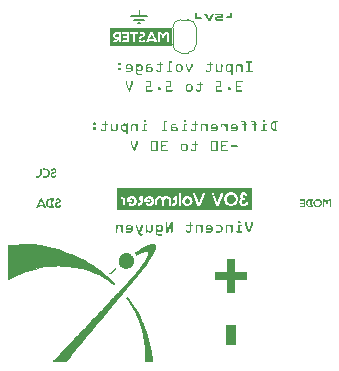
<source format=gbo>
G04 #@! TF.GenerationSoftware,KiCad,Pcbnew,7.0.1*
G04 #@! TF.CreationDate,2023-07-13T12:38:19+02:00*
G04 #@! TF.ProjectId,voltmeter,766f6c74-6d65-4746-9572-2e6b69636164,3*
G04 #@! TF.SameCoordinates,Original*
G04 #@! TF.FileFunction,Legend,Bot*
G04 #@! TF.FilePolarity,Positive*
%FSLAX46Y46*%
G04 Gerber Fmt 4.6, Leading zero omitted, Abs format (unit mm)*
G04 Created by KiCad (PCBNEW 7.0.1) date 2023-07-13 12:38:19*
%MOMM*%
%LPD*%
G01*
G04 APERTURE LIST*
G04 Aperture macros list*
%AMFreePoly0*
4,1,19,0.500000,-0.750000,0.000000,-0.750000,0.000000,-0.744911,-0.071157,-0.744911,-0.207708,-0.704816,-0.327430,-0.627875,-0.420627,-0.520320,-0.479746,-0.390866,-0.500000,-0.250000,-0.500000,0.250000,-0.479746,0.390866,-0.420627,0.520320,-0.327430,0.627875,-0.207708,0.704816,-0.071157,0.744911,0.000000,0.744911,0.000000,0.750000,0.500000,0.750000,0.500000,-0.750000,0.500000,-0.750000,
$1*%
%AMFreePoly1*
4,1,19,0.000000,0.744911,0.071157,0.744911,0.207708,0.704816,0.327430,0.627875,0.420627,0.520320,0.479746,0.390866,0.500000,0.250000,0.500000,-0.250000,0.479746,-0.390866,0.420627,-0.520320,0.327430,-0.627875,0.207708,-0.704816,0.071157,-0.744911,0.000000,-0.744911,0.000000,-0.750000,-0.500000,-0.750000,-0.500000,0.750000,0.000000,0.750000,0.000000,0.744911,0.000000,0.744911,
$1*%
G04 Aperture macros list end*
%ADD10C,0.150000*%
%ADD11C,0.001000*%
%ADD12C,0.120000*%
%ADD13C,0.160000*%
%ADD14C,0.100000*%
%ADD15R,3.800000X3.800000*%
%ADD16C,3.800000*%
%ADD17C,2.200000*%
%ADD18O,2.000000X2.000000*%
%ADD19O,1.700000X1.700000*%
%ADD20R,2.000000X2.000000*%
%ADD21FreePoly0,270.000000*%
%ADD22FreePoly1,270.000000*%
G04 APERTURE END LIST*
D10*
X94465000Y-53607500D02*
X94865000Y-53607500D01*
X100105000Y-53427500D02*
X99705002Y-53427500D01*
X95265000Y-53607500D02*
X94865000Y-53607500D01*
X99705002Y-53427500D02*
X99705001Y-53027500D01*
X94850000Y-53282500D02*
X95560000Y-53282500D01*
D11*
X85975756Y-72644395D02*
X86335008Y-72674688D01*
X86325000Y-74650000D01*
X86324716Y-74657183D01*
X85675000Y-74800000D01*
X85316094Y-74898248D01*
X85004582Y-75006806D01*
X84684678Y-75135298D01*
X84407874Y-75263790D01*
X83775000Y-75600000D01*
X83775000Y-72725000D01*
X84179359Y-72679953D01*
X84525000Y-72650000D01*
X84890510Y-72631465D01*
X85275000Y-72625000D01*
X85975756Y-72644395D01*
G36*
X85975756Y-72644395D02*
G01*
X86335008Y-72674688D01*
X86325000Y-74650000D01*
X86324716Y-74657183D01*
X85675000Y-74800000D01*
X85316094Y-74898248D01*
X85004582Y-75006806D01*
X84684678Y-75135298D01*
X84407874Y-75263790D01*
X83775000Y-75600000D01*
X83775000Y-72725000D01*
X84179359Y-72679953D01*
X84525000Y-72650000D01*
X84890510Y-72631465D01*
X85275000Y-72625000D01*
X85975756Y-72644395D01*
G37*
D10*
X94790000Y-53932500D02*
X94865000Y-53932500D01*
X94140000Y-53282500D02*
X94850000Y-53282500D01*
D12*
X94850000Y-53282500D02*
X94850000Y-52775000D01*
D10*
X94940000Y-53932500D02*
X94865000Y-53932500D01*
X102680000Y-53422500D02*
X102280000Y-53422500D01*
X102680000Y-53022500D02*
X102680000Y-53422500D01*
G36*
X104416991Y-57128370D02*
G01*
X103949754Y-57128370D01*
X103938733Y-57129378D01*
X103928383Y-57132400D01*
X103918705Y-57137438D01*
X103910788Y-57143498D01*
X103909699Y-57144490D01*
X103902847Y-57151811D01*
X103897076Y-57160837D01*
X103893504Y-57170565D01*
X103892130Y-57180995D01*
X103892113Y-57182348D01*
X103893197Y-57193308D01*
X103896448Y-57203475D01*
X103901868Y-57212848D01*
X103908388Y-57220398D01*
X103909454Y-57221427D01*
X103917227Y-57227803D01*
X103926825Y-57233172D01*
X103937186Y-57236496D01*
X103946878Y-57237727D01*
X103949754Y-57237791D01*
X104124388Y-57237791D01*
X104124388Y-57925579D01*
X103949754Y-57925579D01*
X103939622Y-57926350D01*
X103928871Y-57929121D01*
X103919006Y-57933906D01*
X103911100Y-57939747D01*
X103908966Y-57941699D01*
X103902399Y-57948972D01*
X103896869Y-57958085D01*
X103893446Y-57968053D01*
X103892130Y-57978876D01*
X103892113Y-57980289D01*
X103893197Y-57991234D01*
X103896448Y-58001355D01*
X103901868Y-58010652D01*
X103908388Y-58018110D01*
X103909454Y-58019124D01*
X103917227Y-58025310D01*
X103926825Y-58030519D01*
X103937186Y-58033744D01*
X103948310Y-58034984D01*
X103949754Y-58035000D01*
X104416991Y-58035000D01*
X104427124Y-58034240D01*
X104437875Y-58031511D01*
X104447740Y-58026798D01*
X104455645Y-58021046D01*
X104457780Y-58019124D01*
X104464346Y-58011756D01*
X104469876Y-58002562D01*
X104473299Y-57992544D01*
X104474616Y-57981702D01*
X104474632Y-57980289D01*
X104473579Y-57969359D01*
X104470419Y-57959284D01*
X104465153Y-57950064D01*
X104457780Y-57941699D01*
X104450068Y-57935418D01*
X104440424Y-57930128D01*
X104429895Y-57926854D01*
X104419955Y-57925642D01*
X104416991Y-57925579D01*
X104239915Y-57925579D01*
X104239915Y-57237791D01*
X104416991Y-57237791D01*
X104427124Y-57237019D01*
X104437875Y-57234249D01*
X104447740Y-57229463D01*
X104455645Y-57223623D01*
X104457780Y-57221671D01*
X104464346Y-57214349D01*
X104469876Y-57205324D01*
X104473299Y-57195596D01*
X104474616Y-57185166D01*
X104474632Y-57183813D01*
X104473826Y-57174001D01*
X104470929Y-57163617D01*
X104465926Y-57154118D01*
X104458816Y-57145504D01*
X104457780Y-57144490D01*
X104450068Y-57138209D01*
X104440424Y-57132920D01*
X104429895Y-57129645D01*
X104419955Y-57128433D01*
X104416991Y-57128370D01*
G37*
G36*
X103355512Y-57503283D02*
G01*
X103512804Y-57581685D01*
X103512804Y-57973695D01*
X103513634Y-57984278D01*
X103516123Y-57994231D01*
X103520272Y-58003553D01*
X103526081Y-58012243D01*
X103530145Y-58016926D01*
X103537929Y-58023968D01*
X103546321Y-58029281D01*
X103556655Y-58033234D01*
X103566349Y-58034841D01*
X103570690Y-58035000D01*
X103580560Y-58034193D01*
X103591154Y-58031297D01*
X103601016Y-58026293D01*
X103609043Y-58020188D01*
X103611234Y-58018147D01*
X103617896Y-58010386D01*
X103623506Y-58000830D01*
X103626979Y-57990542D01*
X103628314Y-57979520D01*
X103628331Y-57978091D01*
X103628331Y-57436849D01*
X103627524Y-57426788D01*
X103624628Y-57416033D01*
X103619625Y-57406073D01*
X103613519Y-57398008D01*
X103611478Y-57395816D01*
X103603766Y-57389059D01*
X103595376Y-57383962D01*
X103584958Y-57380168D01*
X103575115Y-57378627D01*
X103570690Y-57378475D01*
X103560735Y-57379281D01*
X103550103Y-57382178D01*
X103540265Y-57387181D01*
X103532307Y-57393287D01*
X103530145Y-57395327D01*
X103523388Y-57403004D01*
X103517698Y-57412522D01*
X103514176Y-57422834D01*
X103512821Y-57433939D01*
X103512804Y-57435383D01*
X103512804Y-57472264D01*
X103407780Y-57410959D01*
X103397724Y-57405154D01*
X103387432Y-57399919D01*
X103376904Y-57395256D01*
X103366140Y-57391164D01*
X103355140Y-57387643D01*
X103343903Y-57384692D01*
X103332431Y-57382313D01*
X103320722Y-57380505D01*
X103308778Y-57379268D01*
X103296597Y-57378602D01*
X103288345Y-57378475D01*
X103234611Y-57378475D01*
X103221906Y-57378900D01*
X103209527Y-57380175D01*
X103197474Y-57382300D01*
X103185748Y-57385275D01*
X103174347Y-57389101D01*
X103163273Y-57393776D01*
X103152526Y-57399302D01*
X103142104Y-57405677D01*
X103132009Y-57412903D01*
X103122241Y-57420979D01*
X103115909Y-57426835D01*
X103106894Y-57436054D01*
X103098716Y-57445668D01*
X103091375Y-57455677D01*
X103084871Y-57466082D01*
X103079205Y-57476881D01*
X103074376Y-57488075D01*
X103070384Y-57499664D01*
X103067229Y-57511648D01*
X103064911Y-57524027D01*
X103063431Y-57536801D01*
X103062909Y-57545537D01*
X103047033Y-57978091D01*
X103047661Y-57987855D01*
X103050439Y-57998327D01*
X103055415Y-58008066D01*
X103061573Y-58015987D01*
X103063641Y-58018147D01*
X103071460Y-58024713D01*
X103079957Y-58029667D01*
X103090498Y-58033354D01*
X103100447Y-58034851D01*
X103104918Y-58035000D01*
X103115833Y-58034038D01*
X103126107Y-58031153D01*
X103135739Y-58026344D01*
X103143641Y-58020559D01*
X103144730Y-58019612D01*
X103151427Y-58012343D01*
X103156558Y-58003998D01*
X103160122Y-57994578D01*
X103162121Y-57984082D01*
X103162560Y-57977602D01*
X103179657Y-57548224D01*
X103180545Y-57537442D01*
X103182476Y-57527721D01*
X103186674Y-57516410D01*
X103192727Y-57506984D01*
X103200634Y-57499443D01*
X103210396Y-57493787D01*
X103222013Y-57490016D01*
X103231943Y-57488426D01*
X103242916Y-57487896D01*
X103299092Y-57487896D01*
X103309038Y-57488436D01*
X103319276Y-57490059D01*
X103329806Y-57492764D01*
X103340628Y-57496551D01*
X103349869Y-57500533D01*
X103355512Y-57503283D01*
G37*
G36*
X102511141Y-57347578D02*
G01*
X102521392Y-57348677D01*
X102531658Y-57350509D01*
X102541939Y-57353073D01*
X102552235Y-57356371D01*
X102562547Y-57360401D01*
X102572874Y-57365163D01*
X102583216Y-57370659D01*
X102593573Y-57376887D01*
X102603946Y-57383848D01*
X102614334Y-57391542D01*
X102624737Y-57399968D01*
X102635156Y-57409127D01*
X102645589Y-57419019D01*
X102656038Y-57429644D01*
X102666503Y-57441001D01*
X102666503Y-57404364D01*
X102666520Y-57402920D01*
X102667874Y-57391815D01*
X102671397Y-57381503D01*
X102677087Y-57371986D01*
X102683844Y-57364309D01*
X102686005Y-57362238D01*
X102693944Y-57356044D01*
X102703733Y-57350968D01*
X102714285Y-57348030D01*
X102724144Y-57347212D01*
X102730197Y-57347479D01*
X102740238Y-57349232D01*
X102749578Y-57352621D01*
X102758216Y-57357647D01*
X102766154Y-57364309D01*
X102768224Y-57366471D01*
X102774418Y-57374428D01*
X102779494Y-57384266D01*
X102782433Y-57394899D01*
X102783251Y-57404853D01*
X102783251Y-58226242D01*
X102782980Y-58232290D01*
X102781202Y-58242307D01*
X102777764Y-58251598D01*
X102772666Y-58260165D01*
X102765909Y-58268007D01*
X102761410Y-58272014D01*
X102753040Y-58277741D01*
X102744039Y-58281832D01*
X102734407Y-58284286D01*
X102724144Y-58285104D01*
X102719718Y-58284954D01*
X102709876Y-58283435D01*
X102699457Y-58279695D01*
X102691067Y-58274669D01*
X102683355Y-58268007D01*
X102679405Y-58263618D01*
X102673760Y-58255387D01*
X102669728Y-58246455D01*
X102667309Y-58236821D01*
X102666503Y-58226486D01*
X102666503Y-57972473D01*
X102621806Y-58018391D01*
X102615894Y-58024188D01*
X102606721Y-58032182D01*
X102597183Y-58039335D01*
X102587281Y-58045646D01*
X102577013Y-58051116D01*
X102566381Y-58055744D01*
X102555384Y-58059531D01*
X102544021Y-58062476D01*
X102532294Y-58064580D01*
X102520202Y-58065842D01*
X102507745Y-58066263D01*
X102482343Y-58066263D01*
X102473495Y-58066096D01*
X102460588Y-58065219D01*
X102448119Y-58063591D01*
X102436088Y-58061212D01*
X102424494Y-58058081D01*
X102413339Y-58054200D01*
X102402621Y-58049566D01*
X102392341Y-58044182D01*
X102382500Y-58038046D01*
X102373096Y-58031159D01*
X102364130Y-58023520D01*
X102270096Y-57941943D01*
X102261845Y-57934510D01*
X102254125Y-57926865D01*
X102246938Y-57919008D01*
X102240284Y-57910939D01*
X102234161Y-57902659D01*
X102228571Y-57894167D01*
X102223514Y-57885463D01*
X102218989Y-57876547D01*
X102214996Y-57867419D01*
X102211535Y-57858080D01*
X102208607Y-57848529D01*
X102206212Y-57838766D01*
X102204348Y-57828791D01*
X102203017Y-57818604D01*
X102202219Y-57808206D01*
X102202063Y-57801992D01*
X102316014Y-57801992D01*
X102316103Y-57805939D01*
X102317434Y-57817150D01*
X102320362Y-57827417D01*
X102324887Y-57836739D01*
X102331009Y-57845117D01*
X102338729Y-57852550D01*
X102428610Y-57934616D01*
X102436095Y-57941019D01*
X102444887Y-57947270D01*
X102453474Y-57951958D01*
X102463231Y-57955453D01*
X102474039Y-57956842D01*
X102503593Y-57956842D01*
X102505065Y-57956808D01*
X102515774Y-57954674D01*
X102525511Y-57950203D01*
X102534019Y-57944615D01*
X102542885Y-57937333D01*
X102550235Y-57930288D01*
X102557815Y-57922159D01*
X102641101Y-57829103D01*
X102647055Y-57821985D01*
X102653380Y-57813164D01*
X102658465Y-57804426D01*
X102662931Y-57794050D01*
X102665610Y-57783795D01*
X102666503Y-57773660D01*
X102666503Y-57625648D01*
X102666303Y-57620383D01*
X102664706Y-57610137D01*
X102661512Y-57600268D01*
X102656720Y-57590777D01*
X102650332Y-57581663D01*
X102643788Y-57574357D01*
X102557815Y-57488628D01*
X102554013Y-57484754D01*
X102546678Y-57477755D01*
X102538013Y-57470412D01*
X102528356Y-57463663D01*
X102518110Y-57458632D01*
X102507745Y-57456632D01*
X102474039Y-57456632D01*
X102465738Y-57457345D01*
X102455477Y-57460357D01*
X102446745Y-57465013D01*
X102438380Y-57471531D01*
X102341415Y-57557993D01*
X102338339Y-57560767D01*
X102330302Y-57569396D01*
X102324051Y-57578490D01*
X102319586Y-57588047D01*
X102316907Y-57598067D01*
X102316014Y-57608551D01*
X102316014Y-57801992D01*
X102202063Y-57801992D01*
X102201953Y-57797595D01*
X102201953Y-57616612D01*
X102202200Y-57606103D01*
X102202941Y-57595828D01*
X102204177Y-57585785D01*
X102205906Y-57575976D01*
X102208130Y-57566399D01*
X102212393Y-57552470D01*
X102217767Y-57539064D01*
X102224254Y-57526183D01*
X102231852Y-57513825D01*
X102237536Y-57505878D01*
X102243713Y-57498163D01*
X102250385Y-57490681D01*
X102257551Y-57483432D01*
X102265212Y-57476416D01*
X102361443Y-57392885D01*
X102367922Y-57387354D01*
X102377781Y-57379727D01*
X102387806Y-57372903D01*
X102397999Y-57366882D01*
X102408360Y-57361663D01*
X102418888Y-57357247D01*
X102429583Y-57353634D01*
X102440446Y-57350824D01*
X102451476Y-57348817D01*
X102462674Y-57347613D01*
X102474039Y-57347212D01*
X102500906Y-57347212D01*
X102511141Y-57347578D01*
G37*
G36*
X101664130Y-57925579D02*
G01*
X101469713Y-57816158D01*
X101469713Y-57439535D01*
X101468906Y-57428963D01*
X101466487Y-57419046D01*
X101462455Y-57409783D01*
X101456810Y-57401174D01*
X101452860Y-57396549D01*
X101445148Y-57389506D01*
X101436758Y-57384193D01*
X101426339Y-57380240D01*
X101416497Y-57378634D01*
X101412071Y-57378475D01*
X101401843Y-57379305D01*
X101392316Y-57381794D01*
X101382287Y-57386671D01*
X101374263Y-57392717D01*
X101371039Y-57395816D01*
X101364472Y-57403707D01*
X101359518Y-57412205D01*
X101355832Y-57422662D01*
X101354334Y-57432462D01*
X101354186Y-57436849D01*
X101354186Y-57978091D01*
X101355016Y-57987855D01*
X101357996Y-57998327D01*
X101363144Y-58008066D01*
X101369427Y-58015987D01*
X101371527Y-58018147D01*
X101379311Y-58024713D01*
X101388951Y-58030243D01*
X101399385Y-58033666D01*
X101409165Y-58034934D01*
X101412071Y-58035000D01*
X101421942Y-58034135D01*
X101432536Y-58031028D01*
X101441205Y-58026457D01*
X101449313Y-58020156D01*
X101452616Y-58016926D01*
X101459277Y-58008596D01*
X101464303Y-57999635D01*
X101467692Y-57990043D01*
X101469445Y-57979820D01*
X101469713Y-57973695D01*
X101469713Y-57925579D01*
X101570096Y-57994944D01*
X101581148Y-58002102D01*
X101592230Y-58008556D01*
X101603342Y-58014307D01*
X101614484Y-58019353D01*
X101625656Y-58023695D01*
X101636858Y-58027333D01*
X101648090Y-58030266D01*
X101659352Y-58032496D01*
X101670644Y-58034022D01*
X101681966Y-58034843D01*
X101689531Y-58035000D01*
X101743020Y-58035000D01*
X101756125Y-58034570D01*
X101768878Y-58033282D01*
X101781278Y-58031136D01*
X101793327Y-58028130D01*
X101805023Y-58024266D01*
X101816368Y-58019544D01*
X101827360Y-58013962D01*
X101838000Y-58007522D01*
X101848289Y-58000224D01*
X101858225Y-57992066D01*
X101864653Y-57986151D01*
X101873762Y-57976755D01*
X101882038Y-57966977D01*
X101889482Y-57956817D01*
X101896092Y-57946274D01*
X101901869Y-57935350D01*
X101906814Y-57924044D01*
X101910925Y-57912355D01*
X101914204Y-57900284D01*
X101916650Y-57887831D01*
X101918263Y-57874997D01*
X101918875Y-57866228D01*
X101935484Y-57435628D01*
X101934934Y-57424713D01*
X101932064Y-57414439D01*
X101926874Y-57404807D01*
X101920429Y-57396905D01*
X101919364Y-57395816D01*
X101911366Y-57389059D01*
X101902761Y-57383962D01*
X101893548Y-57380524D01*
X101883727Y-57378746D01*
X101877842Y-57378475D01*
X101867900Y-57379305D01*
X101857310Y-57382285D01*
X101847544Y-57387433D01*
X101839675Y-57393716D01*
X101837542Y-57395816D01*
X101830941Y-57403600D01*
X101825882Y-57411991D01*
X101821989Y-57422326D01*
X101820236Y-57432020D01*
X101819957Y-57436360D01*
X101804814Y-57863541D01*
X101803859Y-57874628D01*
X101801728Y-57884624D01*
X101797057Y-57896256D01*
X101790295Y-57905950D01*
X101781441Y-57913704D01*
X101770496Y-57919520D01*
X101760915Y-57922610D01*
X101750157Y-57924609D01*
X101738223Y-57925518D01*
X101733983Y-57925579D01*
X101664130Y-57925579D01*
G37*
G36*
X100687647Y-58035000D02*
G01*
X100803174Y-58035000D01*
X100816372Y-58034553D01*
X100829223Y-58033213D01*
X100841726Y-58030981D01*
X100853881Y-58027855D01*
X100865688Y-58023837D01*
X100877148Y-58018925D01*
X100888260Y-58013121D01*
X100899024Y-58006423D01*
X100909440Y-57998832D01*
X100919509Y-57990349D01*
X100926028Y-57984197D01*
X100935238Y-57974491D01*
X100943542Y-57964425D01*
X100950940Y-57953998D01*
X100957432Y-57943210D01*
X100963019Y-57932062D01*
X100967699Y-57920553D01*
X100971474Y-57908683D01*
X100974342Y-57896453D01*
X100976305Y-57883862D01*
X100977362Y-57870910D01*
X100977563Y-57862076D01*
X100977563Y-57487896D01*
X101036670Y-57487896D01*
X101046803Y-57487148D01*
X101057554Y-57484461D01*
X101067419Y-57479820D01*
X101076398Y-57473226D01*
X101077459Y-57472264D01*
X101084832Y-57463960D01*
X101090098Y-57454678D01*
X101093258Y-57444420D01*
X101094295Y-57434643D01*
X101094311Y-57433185D01*
X101093258Y-57422255D01*
X101090098Y-57412180D01*
X101084832Y-57402960D01*
X101077459Y-57394595D01*
X101069747Y-57388314D01*
X101060103Y-57383024D01*
X101049574Y-57379750D01*
X101039634Y-57378538D01*
X101036670Y-57378475D01*
X100976342Y-57378475D01*
X100976342Y-57234127D01*
X100975536Y-57223792D01*
X100973116Y-57214158D01*
X100969084Y-57205226D01*
X100963439Y-57196995D01*
X100959489Y-57192606D01*
X100951777Y-57185849D01*
X100943387Y-57180752D01*
X100932969Y-57176958D01*
X100923126Y-57175417D01*
X100918701Y-57175265D01*
X100907664Y-57176364D01*
X100897268Y-57179661D01*
X100887514Y-57185157D01*
X100879505Y-57191768D01*
X100878401Y-57192850D01*
X100871549Y-57200753D01*
X100866379Y-57209286D01*
X100862893Y-57218451D01*
X100861090Y-57228246D01*
X100860815Y-57234127D01*
X100860815Y-57378475D01*
X100628540Y-57378475D01*
X100618681Y-57379258D01*
X100608129Y-57382070D01*
X100598340Y-57386929D01*
X100590401Y-57392857D01*
X100588240Y-57394839D01*
X100581483Y-57402184D01*
X100575793Y-57411293D01*
X100572271Y-57421166D01*
X100570916Y-57431802D01*
X100570899Y-57433185D01*
X100571983Y-57444130D01*
X100575234Y-57454251D01*
X100580653Y-57463548D01*
X100587173Y-57471006D01*
X100588240Y-57472020D01*
X100596012Y-57478206D01*
X100605610Y-57483415D01*
X100615972Y-57486640D01*
X100627096Y-57487880D01*
X100628540Y-57487896D01*
X100862281Y-57487896D01*
X100862281Y-57867205D01*
X100861439Y-57877266D01*
X100858915Y-57886719D01*
X100854707Y-57895565D01*
X100848817Y-57903803D01*
X100844695Y-57908237D01*
X100836698Y-57914994D01*
X100828092Y-57920092D01*
X100818879Y-57923530D01*
X100809059Y-57925308D01*
X100803174Y-57925579D01*
X100690334Y-57925579D01*
X100679335Y-57924846D01*
X100669298Y-57922648D01*
X100660223Y-57918984D01*
X100650232Y-57912344D01*
X100643320Y-57905383D01*
X100637371Y-57896956D01*
X100632383Y-57887065D01*
X100629273Y-57878684D01*
X100625048Y-57867693D01*
X100619946Y-57858168D01*
X100613966Y-57850108D01*
X100605256Y-57842093D01*
X100595175Y-57836369D01*
X100583723Y-57832934D01*
X100573573Y-57831835D01*
X100570899Y-57831789D01*
X100560230Y-57832549D01*
X100550449Y-57834828D01*
X100540359Y-57839293D01*
X100531429Y-57845743D01*
X100529378Y-57847665D01*
X100522325Y-57856122D01*
X100517288Y-57865617D01*
X100514265Y-57876150D01*
X100513273Y-57886218D01*
X100513258Y-57887721D01*
X100514025Y-57900052D01*
X100516326Y-57912374D01*
X100520161Y-57924690D01*
X100524045Y-57933921D01*
X100528791Y-57943148D01*
X100534400Y-57952371D01*
X100540872Y-57961589D01*
X100548208Y-57970803D01*
X100556406Y-57980013D01*
X100562350Y-57986151D01*
X100571794Y-57994881D01*
X100581713Y-58002752D01*
X100592110Y-58009764D01*
X100602983Y-58015918D01*
X100614332Y-58021213D01*
X100626158Y-58025650D01*
X100638460Y-58029227D01*
X100651240Y-58031946D01*
X100664495Y-58033807D01*
X100678227Y-58034809D01*
X100687647Y-58035000D01*
G37*
G36*
X98821632Y-57435139D02*
G01*
X98821632Y-57542850D01*
X99021667Y-57990303D01*
X99026681Y-58000779D01*
X99032077Y-58009858D01*
X99039359Y-58019242D01*
X99047238Y-58026444D01*
X99055712Y-58031464D01*
X99066669Y-58034607D01*
X99072469Y-58035000D01*
X99146719Y-58035000D01*
X99156512Y-58034274D01*
X99167786Y-58031329D01*
X99177988Y-58026117D01*
X99187116Y-58018640D01*
X99193645Y-58011026D01*
X99199488Y-58001962D01*
X99204644Y-57991448D01*
X99205826Y-57988593D01*
X99404151Y-57544071D01*
X99404151Y-57435139D01*
X99403344Y-57425125D01*
X99400448Y-57414538D01*
X99395445Y-57404868D01*
X99389339Y-57397157D01*
X99387298Y-57395083D01*
X99379586Y-57388612D01*
X99369942Y-57383162D01*
X99359413Y-57379788D01*
X99349474Y-57378540D01*
X99346510Y-57378475D01*
X99336377Y-57379258D01*
X99325626Y-57382070D01*
X99315761Y-57386929D01*
X99307855Y-57392857D01*
X99305721Y-57394839D01*
X99299154Y-57402337D01*
X99293625Y-57411737D01*
X99290201Y-57422022D01*
X99288934Y-57431747D01*
X99288868Y-57434651D01*
X99288868Y-57520868D01*
X99113013Y-57909947D01*
X98938624Y-57520624D01*
X98938624Y-57435139D01*
X98937806Y-57425125D01*
X98934867Y-57414538D01*
X98929792Y-57404868D01*
X98923597Y-57397157D01*
X98921527Y-57395083D01*
X98913590Y-57388612D01*
X98904951Y-57383730D01*
X98895611Y-57380437D01*
X98885570Y-57378734D01*
X98879517Y-57378475D01*
X98869289Y-57379269D01*
X98859762Y-57381654D01*
X98849733Y-57386325D01*
X98841709Y-57392115D01*
X98838484Y-57395083D01*
X98831918Y-57402593D01*
X98826388Y-57412035D01*
X98822965Y-57422392D01*
X98821698Y-57432206D01*
X98821632Y-57435139D01*
G37*
G36*
X98346076Y-57378734D02*
G01*
X98356227Y-57379513D01*
X98366287Y-57380810D01*
X98376255Y-57382627D01*
X98386131Y-57384962D01*
X98395916Y-57387817D01*
X98405610Y-57391191D01*
X98415212Y-57395083D01*
X98424722Y-57399495D01*
X98434140Y-57404426D01*
X98443467Y-57409875D01*
X98452703Y-57415844D01*
X98461847Y-57422332D01*
X98470899Y-57429338D01*
X98479860Y-57436864D01*
X98488729Y-57444909D01*
X98493056Y-57449054D01*
X98501300Y-57457397D01*
X98508993Y-57465808D01*
X98516137Y-57474288D01*
X98522732Y-57482836D01*
X98528777Y-57491453D01*
X98534272Y-57500139D01*
X98539218Y-57508894D01*
X98543615Y-57517717D01*
X98549179Y-57531081D01*
X98553506Y-57544599D01*
X98556598Y-57558272D01*
X98558452Y-57572099D01*
X98559071Y-57586081D01*
X98559071Y-57827393D01*
X98558789Y-57836733D01*
X98557312Y-57850616D01*
X98554567Y-57864350D01*
X98550557Y-57877933D01*
X98545279Y-57891367D01*
X98541058Y-57900239D01*
X98536273Y-57909044D01*
X98530925Y-57917782D01*
X98525015Y-57926454D01*
X98518542Y-57935058D01*
X98511505Y-57943596D01*
X98503906Y-57952068D01*
X98495744Y-57960472D01*
X98487019Y-57968810D01*
X98477956Y-57976825D01*
X98468842Y-57984323D01*
X98459676Y-57991304D01*
X98450459Y-57997768D01*
X98441190Y-58003714D01*
X98431870Y-58009144D01*
X98422498Y-58014057D01*
X98413074Y-58018452D01*
X98403600Y-58022330D01*
X98394073Y-58025692D01*
X98384495Y-58028536D01*
X98374866Y-58030863D01*
X98365185Y-58032673D01*
X98355452Y-58033965D01*
X98345668Y-58034741D01*
X98335833Y-58035000D01*
X98200522Y-58035000D01*
X98190832Y-58034745D01*
X98176364Y-58033407D01*
X98161978Y-58030924D01*
X98152432Y-58028631D01*
X98142923Y-58025829D01*
X98133450Y-58022517D01*
X98124013Y-58018696D01*
X98114613Y-58014366D01*
X98105248Y-58009526D01*
X98095920Y-58004176D01*
X98086629Y-57998317D01*
X98077373Y-57991949D01*
X98068154Y-57985071D01*
X98058971Y-57977684D01*
X98049824Y-57969787D01*
X98040951Y-57961560D01*
X98032651Y-57953243D01*
X98024923Y-57944837D01*
X98017767Y-57936341D01*
X98011184Y-57927755D01*
X98005174Y-57919080D01*
X97999735Y-57910314D01*
X97994870Y-57901460D01*
X97990576Y-57892515D01*
X97986855Y-57883481D01*
X97982347Y-57869762D01*
X97979127Y-57855841D01*
X97977195Y-57841718D01*
X97976551Y-57827393D01*
X97976551Y-57826172D01*
X98092078Y-57826172D01*
X98092825Y-57836882D01*
X98095066Y-57846665D01*
X98099569Y-57856907D01*
X98106106Y-57865886D01*
X98113327Y-57872578D01*
X98148498Y-57904085D01*
X98151512Y-57906688D01*
X98160817Y-57913489D01*
X98170517Y-57918778D01*
X98180613Y-57922556D01*
X98191103Y-57924823D01*
X98201988Y-57925579D01*
X98335833Y-57925579D01*
X98337455Y-57925567D01*
X98348167Y-57924800D01*
X98357757Y-57922842D01*
X98367344Y-57919144D01*
X98376377Y-57913122D01*
X98419608Y-57875509D01*
X98422359Y-57873107D01*
X98429546Y-57865281D01*
X98435136Y-57856529D01*
X98439128Y-57846849D01*
X98441524Y-57836241D01*
X98442323Y-57824706D01*
X98442323Y-57588035D01*
X98442302Y-57586229D01*
X98441306Y-57575845D01*
X98438816Y-57566234D01*
X98434022Y-57555997D01*
X98428295Y-57548060D01*
X98421073Y-57540896D01*
X98381995Y-57506702D01*
X98374849Y-57501284D01*
X98365140Y-57495995D01*
X98354195Y-57492028D01*
X98344129Y-57489732D01*
X98333205Y-57488355D01*
X98321422Y-57487896D01*
X98201988Y-57487896D01*
X98191887Y-57488505D01*
X98182284Y-57490334D01*
X98171710Y-57494009D01*
X98161814Y-57499343D01*
X98153872Y-57505237D01*
X98113327Y-57537965D01*
X98109530Y-57541240D01*
X98103056Y-57548757D01*
X98098075Y-57557561D01*
X98094589Y-57567653D01*
X98092597Y-57579033D01*
X98092078Y-57589501D01*
X98092078Y-57826172D01*
X97976551Y-57826172D01*
X97976551Y-57586081D01*
X97977195Y-57571497D01*
X97979127Y-57557144D01*
X97982347Y-57543023D01*
X97986855Y-57529134D01*
X97990576Y-57520004D01*
X97994870Y-57510976D01*
X97999735Y-57502052D01*
X98005174Y-57493231D01*
X98011184Y-57484512D01*
X98017767Y-57475897D01*
X98024923Y-57467385D01*
X98032651Y-57458976D01*
X98040951Y-57450669D01*
X98049824Y-57442466D01*
X98054393Y-57438455D01*
X98063558Y-57430823D01*
X98072759Y-57423709D01*
X98081996Y-57417115D01*
X98091270Y-57411039D01*
X98100580Y-57405483D01*
X98109926Y-57400445D01*
X98119308Y-57395927D01*
X98128727Y-57391927D01*
X98138182Y-57388447D01*
X98147673Y-57385485D01*
X98157200Y-57383043D01*
X98171559Y-57380352D01*
X98186000Y-57378830D01*
X98200522Y-57378475D01*
X98335833Y-57378475D01*
X98346076Y-57378734D01*
G37*
G36*
X97246998Y-58035000D02*
G01*
X97596021Y-58035000D01*
X97606154Y-58034216D01*
X97616905Y-58031404D01*
X97626770Y-58026546D01*
X97634675Y-58020617D01*
X97636810Y-58018635D01*
X97643376Y-58011172D01*
X97648906Y-58001898D01*
X97652329Y-57991831D01*
X97653646Y-57980970D01*
X97653662Y-57979556D01*
X97652609Y-57969039D01*
X97649449Y-57959223D01*
X97644183Y-57950110D01*
X97636810Y-57941699D01*
X97629098Y-57935418D01*
X97619454Y-57930128D01*
X97608925Y-57926854D01*
X97598985Y-57925642D01*
X97596021Y-57925579D01*
X97480494Y-57925579D01*
X97480494Y-57237791D01*
X97597487Y-57237791D01*
X97607620Y-57237031D01*
X97618370Y-57234303D01*
X97628235Y-57229589D01*
X97636141Y-57223838D01*
X97638275Y-57221915D01*
X97644842Y-57214547D01*
X97650372Y-57205354D01*
X97653795Y-57195336D01*
X97655111Y-57184494D01*
X97655128Y-57183080D01*
X97654075Y-57172151D01*
X97650915Y-57162076D01*
X97645648Y-57152855D01*
X97638275Y-57144490D01*
X97630563Y-57138209D01*
X97620919Y-57132920D01*
X97610390Y-57129645D01*
X97600451Y-57128433D01*
X97597487Y-57128370D01*
X97421387Y-57128370D01*
X97411528Y-57129200D01*
X97400976Y-57132180D01*
X97391187Y-57137329D01*
X97383248Y-57143611D01*
X97381087Y-57145711D01*
X97374330Y-57153495D01*
X97369233Y-57161887D01*
X97365440Y-57172221D01*
X97363899Y-57181915D01*
X97363746Y-57186256D01*
X97363746Y-57925579D01*
X97246998Y-57925579D01*
X97237139Y-57926350D01*
X97226587Y-57929121D01*
X97216798Y-57933906D01*
X97208859Y-57939747D01*
X97206698Y-57941699D01*
X97199941Y-57949020D01*
X97194251Y-57958046D01*
X97190728Y-57967773D01*
X97189374Y-57978203D01*
X97189357Y-57979556D01*
X97190410Y-57990517D01*
X97193570Y-58000683D01*
X97198836Y-58010056D01*
X97205173Y-58017606D01*
X97206209Y-58018635D01*
X97213922Y-58025012D01*
X97223565Y-58030381D01*
X97234094Y-58033705D01*
X97244034Y-58034936D01*
X97246998Y-58035000D01*
G37*
G36*
X96462246Y-58035000D02*
G01*
X96577773Y-58035000D01*
X96590971Y-58034553D01*
X96603822Y-58033213D01*
X96616325Y-58030981D01*
X96628480Y-58027855D01*
X96640287Y-58023837D01*
X96651747Y-58018925D01*
X96662859Y-58013121D01*
X96673623Y-58006423D01*
X96684039Y-57998832D01*
X96694108Y-57990349D01*
X96700627Y-57984197D01*
X96709837Y-57974491D01*
X96718141Y-57964425D01*
X96725539Y-57953998D01*
X96732031Y-57943210D01*
X96737617Y-57932062D01*
X96742298Y-57920553D01*
X96746072Y-57908683D01*
X96748941Y-57896453D01*
X96750904Y-57883862D01*
X96751961Y-57870910D01*
X96752162Y-57862076D01*
X96752162Y-57487896D01*
X96811269Y-57487896D01*
X96821402Y-57487148D01*
X96832152Y-57484461D01*
X96842017Y-57479820D01*
X96850997Y-57473226D01*
X96852057Y-57472264D01*
X96859430Y-57463960D01*
X96864697Y-57454678D01*
X96867857Y-57444420D01*
X96868894Y-57434643D01*
X96868910Y-57433185D01*
X96867857Y-57422255D01*
X96864697Y-57412180D01*
X96859430Y-57402960D01*
X96852057Y-57394595D01*
X96844345Y-57388314D01*
X96834702Y-57383024D01*
X96824172Y-57379750D01*
X96814233Y-57378538D01*
X96811269Y-57378475D01*
X96750941Y-57378475D01*
X96750941Y-57234127D01*
X96750134Y-57223792D01*
X96747715Y-57214158D01*
X96743683Y-57205226D01*
X96738038Y-57196995D01*
X96734088Y-57192606D01*
X96726376Y-57185849D01*
X96717986Y-57180752D01*
X96707568Y-57176958D01*
X96697725Y-57175417D01*
X96693300Y-57175265D01*
X96682263Y-57176364D01*
X96671867Y-57179661D01*
X96662113Y-57185157D01*
X96654104Y-57191768D01*
X96652999Y-57192850D01*
X96646147Y-57200753D01*
X96640978Y-57209286D01*
X96637492Y-57218451D01*
X96635689Y-57228246D01*
X96635414Y-57234127D01*
X96635414Y-57378475D01*
X96403139Y-57378475D01*
X96393280Y-57379258D01*
X96382728Y-57382070D01*
X96372939Y-57386929D01*
X96365000Y-57392857D01*
X96362839Y-57394839D01*
X96356082Y-57402184D01*
X96350392Y-57411293D01*
X96346869Y-57421166D01*
X96345515Y-57431802D01*
X96345498Y-57433185D01*
X96346582Y-57444130D01*
X96349833Y-57454251D01*
X96355252Y-57463548D01*
X96361772Y-57471006D01*
X96362839Y-57472020D01*
X96370611Y-57478206D01*
X96380209Y-57483415D01*
X96390570Y-57486640D01*
X96401695Y-57487880D01*
X96403139Y-57487896D01*
X96636879Y-57487896D01*
X96636879Y-57867205D01*
X96636038Y-57877266D01*
X96633513Y-57886719D01*
X96629306Y-57895565D01*
X96623416Y-57903803D01*
X96619294Y-57908237D01*
X96611296Y-57914994D01*
X96602691Y-57920092D01*
X96593478Y-57923530D01*
X96583657Y-57925308D01*
X96577773Y-57925579D01*
X96464932Y-57925579D01*
X96453934Y-57924846D01*
X96443897Y-57922648D01*
X96434822Y-57918984D01*
X96424830Y-57912344D01*
X96417919Y-57905383D01*
X96411969Y-57896956D01*
X96406982Y-57887065D01*
X96403872Y-57878684D01*
X96399647Y-57867693D01*
X96394545Y-57858168D01*
X96388565Y-57850108D01*
X96379855Y-57842093D01*
X96369774Y-57836369D01*
X96358322Y-57832934D01*
X96348172Y-57831835D01*
X96345498Y-57831789D01*
X96334829Y-57832549D01*
X96325048Y-57834828D01*
X96314958Y-57839293D01*
X96306028Y-57845743D01*
X96303976Y-57847665D01*
X96296924Y-57856122D01*
X96291886Y-57865617D01*
X96288864Y-57876150D01*
X96287872Y-57886218D01*
X96287856Y-57887721D01*
X96288623Y-57900052D01*
X96290925Y-57912374D01*
X96294760Y-57924690D01*
X96298643Y-57933921D01*
X96303390Y-57943148D01*
X96308999Y-57952371D01*
X96315471Y-57961589D01*
X96322806Y-57970803D01*
X96331004Y-57980013D01*
X96336949Y-57986151D01*
X96346392Y-57994881D01*
X96356312Y-58002752D01*
X96366708Y-58009764D01*
X96377581Y-58015918D01*
X96388931Y-58021213D01*
X96400757Y-58025650D01*
X96413059Y-58029227D01*
X96425838Y-58031946D01*
X96439094Y-58033807D01*
X96452826Y-58034809D01*
X96462246Y-58035000D01*
G37*
G36*
X95852405Y-57378538D02*
G01*
X95862344Y-57379750D01*
X95872873Y-57383024D01*
X95882517Y-57388314D01*
X95890229Y-57394595D01*
X95897602Y-57402960D01*
X95902869Y-57412180D01*
X95906028Y-57422255D01*
X95907082Y-57433185D01*
X95907065Y-57434569D01*
X95905729Y-57445224D01*
X95902257Y-57455146D01*
X95896647Y-57464336D01*
X95889985Y-57471775D01*
X95887794Y-57473728D01*
X95879767Y-57479568D01*
X95869905Y-57484354D01*
X95859311Y-57487124D01*
X95849440Y-57487896D01*
X95630355Y-57487896D01*
X95627390Y-57487961D01*
X95617451Y-57489229D01*
X95606922Y-57492652D01*
X95597278Y-57498182D01*
X95589566Y-57504748D01*
X95587525Y-57506853D01*
X95581419Y-57514670D01*
X95576416Y-57524463D01*
X95573520Y-57535171D01*
X95572713Y-57545293D01*
X95571248Y-57626870D01*
X95581763Y-57627362D01*
X95593326Y-57627843D01*
X95603739Y-57628204D01*
X95614433Y-57628473D01*
X95624737Y-57628579D01*
X95850906Y-57628579D01*
X95859831Y-57628775D01*
X95872915Y-57629802D01*
X95885634Y-57631709D01*
X95897988Y-57634496D01*
X95909977Y-57638163D01*
X95921602Y-57642710D01*
X95932861Y-57648138D01*
X95943755Y-57654446D01*
X95954285Y-57661633D01*
X95964449Y-57669701D01*
X95974249Y-57678649D01*
X95980430Y-57684958D01*
X95988954Y-57694721D01*
X95996582Y-57704844D01*
X96003311Y-57715329D01*
X96009144Y-57726174D01*
X96014079Y-57737379D01*
X96018117Y-57748945D01*
X96021257Y-57760872D01*
X96023501Y-57773160D01*
X96024847Y-57785808D01*
X96025295Y-57798817D01*
X96025295Y-57864762D01*
X96025097Y-57873563D01*
X96024055Y-57886448D01*
X96022120Y-57898956D01*
X96019292Y-57911086D01*
X96015571Y-57922839D01*
X96010958Y-57934213D01*
X96005451Y-57945210D01*
X95999051Y-57955829D01*
X95991758Y-57966070D01*
X95983572Y-57975933D01*
X95974493Y-57985418D01*
X95968057Y-57991422D01*
X95958080Y-57999702D01*
X95947718Y-58007110D01*
X95936969Y-58013647D01*
X95925833Y-58019312D01*
X95914311Y-58024105D01*
X95902403Y-58028027D01*
X95890108Y-58031078D01*
X95877427Y-58033256D01*
X95864360Y-58034564D01*
X95850906Y-58035000D01*
X95655756Y-58035000D01*
X95558303Y-57972473D01*
X95558036Y-57978885D01*
X95556283Y-57989517D01*
X95552893Y-57999401D01*
X95547868Y-58008537D01*
X95541206Y-58016926D01*
X95536756Y-58021162D01*
X95528418Y-58027216D01*
X95519379Y-58031540D01*
X95509638Y-58034135D01*
X95499196Y-58035000D01*
X95496290Y-58034935D01*
X95486509Y-58033686D01*
X95476076Y-58030312D01*
X95466436Y-58024862D01*
X95458652Y-58018391D01*
X95456552Y-58016286D01*
X95450269Y-58008469D01*
X95445121Y-57998676D01*
X95442140Y-57987968D01*
X95441311Y-57977847D01*
X95445177Y-57863053D01*
X95562211Y-57863053D01*
X95687996Y-57925579D01*
X95850906Y-57925579D01*
X95853783Y-57925509D01*
X95864835Y-57923838D01*
X95875155Y-57919937D01*
X95883583Y-57914696D01*
X95891450Y-57907749D01*
X95895457Y-57903135D01*
X95901184Y-57894602D01*
X95905275Y-57885484D01*
X95907729Y-57875782D01*
X95908547Y-57865495D01*
X95908547Y-57798084D01*
X95908284Y-57791970D01*
X95906556Y-57781822D01*
X95903215Y-57772375D01*
X95898261Y-57763630D01*
X95891694Y-57755586D01*
X95888472Y-57752443D01*
X95880470Y-57746312D01*
X95870494Y-57741366D01*
X95861039Y-57738842D01*
X95850906Y-57738000D01*
X95623272Y-57738000D01*
X95617406Y-57738306D01*
X95607710Y-57740309D01*
X95598740Y-57744183D01*
X95590493Y-57749926D01*
X95582972Y-57757540D01*
X95577301Y-57765110D01*
X95572097Y-57774789D01*
X95568412Y-57785379D01*
X95566463Y-57795183D01*
X95565630Y-57805655D01*
X95562211Y-57863053D01*
X95445177Y-57863053D01*
X95455721Y-57549933D01*
X95456155Y-57541015D01*
X95457518Y-57527966D01*
X95459736Y-57515312D01*
X95462808Y-57503053D01*
X95466734Y-57491189D01*
X95471514Y-57479720D01*
X95477149Y-57468646D01*
X95483639Y-57457967D01*
X95490983Y-57447683D01*
X95499181Y-57437794D01*
X95508233Y-57428300D01*
X95514634Y-57422267D01*
X95524540Y-57413946D01*
X95534810Y-57406502D01*
X95545445Y-57399933D01*
X95556445Y-57394240D01*
X95567811Y-57389423D01*
X95579541Y-57385481D01*
X95591636Y-57382416D01*
X95604096Y-57380226D01*
X95616921Y-57378913D01*
X95630110Y-57378475D01*
X95849440Y-57378475D01*
X95852405Y-57378538D01*
G37*
G36*
X94968173Y-57378646D02*
G01*
X94980676Y-57379542D01*
X94992866Y-57381207D01*
X95004742Y-57383641D01*
X95016304Y-57386843D01*
X95027554Y-57390814D01*
X95038489Y-57395553D01*
X95049112Y-57401060D01*
X95059421Y-57407336D01*
X95069416Y-57414381D01*
X95079099Y-57422194D01*
X95126482Y-57462739D01*
X95134253Y-57469994D01*
X95141629Y-57478572D01*
X95147473Y-57486731D01*
X95153044Y-57495808D01*
X95158340Y-57505803D01*
X95163362Y-57516716D01*
X95165226Y-57521252D01*
X95168592Y-57530426D01*
X95172123Y-57542087D01*
X95174903Y-57553963D01*
X95176586Y-57563618D01*
X95177788Y-57573411D01*
X95178509Y-57583341D01*
X95178750Y-57593408D01*
X95178750Y-57783429D01*
X95178690Y-57787556D01*
X95178013Y-57797913D01*
X95176586Y-57808331D01*
X95174407Y-57818808D01*
X95171477Y-57829344D01*
X95167795Y-57839940D01*
X95163362Y-57850596D01*
X95158340Y-57860882D01*
X95153044Y-57870369D01*
X95147473Y-57879057D01*
X95141629Y-57886946D01*
X95134253Y-57895358D01*
X95126482Y-57902620D01*
X95083251Y-57940966D01*
X95076328Y-57946674D01*
X95065743Y-57954546D01*
X95054918Y-57961589D01*
X95043853Y-57967804D01*
X95032547Y-57973190D01*
X95021001Y-57977747D01*
X95009215Y-57981476D01*
X94997187Y-57984376D01*
X94984920Y-57986448D01*
X94972412Y-57987691D01*
X94959664Y-57988105D01*
X94871248Y-57988105D01*
X94866435Y-57988029D01*
X94851949Y-57986884D01*
X94842251Y-57985357D01*
X94832520Y-57983220D01*
X94822757Y-57980472D01*
X94812962Y-57977114D01*
X94803134Y-57973145D01*
X94793273Y-57968565D01*
X94783381Y-57963375D01*
X94773455Y-57957575D01*
X94763498Y-57951163D01*
X94753508Y-57944141D01*
X94743485Y-57936509D01*
X94733430Y-57928265D01*
X94723343Y-57919412D01*
X94713223Y-57909947D01*
X94713223Y-58085314D01*
X94713399Y-58089853D01*
X94715179Y-58099777D01*
X94719560Y-58109974D01*
X94725447Y-58117895D01*
X94733251Y-58124881D01*
X94772330Y-58158586D01*
X94777321Y-58162593D01*
X94786277Y-58168320D01*
X94795514Y-58172411D01*
X94805030Y-58174865D01*
X94814828Y-58175683D01*
X95064932Y-58175683D01*
X95067897Y-58175744D01*
X95077836Y-58176920D01*
X95088365Y-58180095D01*
X95098009Y-58185224D01*
X95105721Y-58191315D01*
X95113094Y-58199696D01*
X95118361Y-58208961D01*
X95121520Y-58219113D01*
X95122574Y-58230150D01*
X95122557Y-58231607D01*
X95121520Y-58241385D01*
X95118361Y-58251643D01*
X95113094Y-58260924D01*
X95105721Y-58269228D01*
X95103587Y-58271151D01*
X95095681Y-58276903D01*
X95085816Y-58281616D01*
X95075065Y-58284344D01*
X95064932Y-58285104D01*
X94814828Y-58285104D01*
X94805937Y-58284818D01*
X94794969Y-58283719D01*
X94783675Y-58281795D01*
X94774013Y-58279563D01*
X94764126Y-58276758D01*
X94754011Y-58273381D01*
X94749978Y-58271928D01*
X94740405Y-58268148D01*
X94729878Y-58263328D01*
X94720399Y-58258199D01*
X94711966Y-58252761D01*
X94703453Y-58246025D01*
X94656803Y-58205725D01*
X94649645Y-58199139D01*
X94639775Y-58188949D01*
X94630943Y-58178385D01*
X94623151Y-58167448D01*
X94616398Y-58156137D01*
X94610683Y-58144453D01*
X94606008Y-58132395D01*
X94602371Y-58119964D01*
X94599774Y-58107159D01*
X94598215Y-58093981D01*
X94597696Y-58080429D01*
X94597696Y-57727742D01*
X94713223Y-57727742D01*
X94713970Y-57737236D01*
X94716730Y-57747770D01*
X94721523Y-57757719D01*
X94727250Y-57765782D01*
X94734472Y-57773415D01*
X94825819Y-57856702D01*
X94833432Y-57863035D01*
X94842317Y-57869217D01*
X94850926Y-57873854D01*
X94860623Y-57877310D01*
X94871248Y-57878684D01*
X94965281Y-57878684D01*
X94966516Y-57878669D01*
X94976274Y-57877467D01*
X94985819Y-57874341D01*
X94995150Y-57869292D01*
X95003139Y-57863297D01*
X95040752Y-57828614D01*
X95047296Y-57821979D01*
X95053685Y-57813827D01*
X95059119Y-57804056D01*
X95062380Y-57794005D01*
X95063467Y-57783674D01*
X95063467Y-57586570D01*
X95062746Y-57575659D01*
X95060582Y-57565641D01*
X95056234Y-57555082D01*
X95049923Y-57545739D01*
X95042951Y-57538698D01*
X95007047Y-57508412D01*
X94998268Y-57501440D01*
X94989335Y-57495910D01*
X94980248Y-57491822D01*
X94969450Y-57488877D01*
X94958443Y-57487896D01*
X94880773Y-57487896D01*
X94877117Y-57487972D01*
X94866607Y-57489117D01*
X94856784Y-57491635D01*
X94847648Y-57495528D01*
X94839199Y-57500795D01*
X94831436Y-57507435D01*
X94737159Y-57591943D01*
X94734260Y-57594606D01*
X94726687Y-57603041D01*
X94720796Y-57612145D01*
X94716589Y-57621920D01*
X94714064Y-57632364D01*
X94713223Y-57643478D01*
X94713223Y-57727742D01*
X94597696Y-57727742D01*
X94597696Y-57435872D01*
X94597850Y-57431448D01*
X94599413Y-57421627D01*
X94603260Y-57411262D01*
X94608429Y-57402944D01*
X94615281Y-57395327D01*
X94619724Y-57391378D01*
X94628012Y-57385733D01*
X94636954Y-57381700D01*
X94646551Y-57379281D01*
X94656803Y-57378475D01*
X94659680Y-57378541D01*
X94670732Y-57380121D01*
X94681051Y-57383807D01*
X94689480Y-57388761D01*
X94697347Y-57395327D01*
X94698399Y-57396371D01*
X94704827Y-57404013D01*
X94710170Y-57413463D01*
X94713375Y-57423675D01*
X94714444Y-57434651D01*
X94713223Y-57456632D01*
X94752790Y-57424392D01*
X94759800Y-57418832D01*
X94770497Y-57411164D01*
X94781412Y-57404303D01*
X94792547Y-57398250D01*
X94803901Y-57393003D01*
X94815473Y-57388564D01*
X94827265Y-57384932D01*
X94839276Y-57382107D01*
X94851505Y-57380089D01*
X94863954Y-57378878D01*
X94876621Y-57378475D01*
X94959664Y-57378475D01*
X94968173Y-57378646D01*
G37*
G36*
X94125901Y-57378624D02*
G01*
X94136498Y-57379405D01*
X94146915Y-57380856D01*
X94157152Y-57382977D01*
X94167208Y-57385768D01*
X94177084Y-57389228D01*
X94186780Y-57393358D01*
X94196296Y-57398158D01*
X94205631Y-57403628D01*
X94214786Y-57409767D01*
X94223760Y-57416577D01*
X94271876Y-57453946D01*
X94278448Y-57459521D01*
X94286254Y-57467231D01*
X94293608Y-57475764D01*
X94300508Y-57485120D01*
X94306955Y-57495299D01*
X94311787Y-57504035D01*
X94316328Y-57513297D01*
X94319427Y-57520301D01*
X94323915Y-57531355D01*
X94327556Y-57541634D01*
X94330807Y-57552946D01*
X94332840Y-57563141D01*
X94333669Y-57573625D01*
X94333669Y-57835697D01*
X94333103Y-57846602D01*
X94331402Y-57857885D01*
X94329120Y-57867576D01*
X94326050Y-57877530D01*
X94322193Y-57887745D01*
X94317549Y-57898224D01*
X94316534Y-57900331D01*
X94311221Y-57910431D01*
X94305514Y-57919803D01*
X94299414Y-57928449D01*
X94292921Y-57936366D01*
X94286033Y-57943556D01*
X94277249Y-57951224D01*
X94225714Y-57996165D01*
X94222629Y-57998721D01*
X94214227Y-58004618D01*
X94205686Y-58009598D01*
X94195909Y-58014510D01*
X94186816Y-58018550D01*
X94176865Y-58022543D01*
X94174777Y-58023309D01*
X94164429Y-58026776D01*
X94154236Y-58029635D01*
X94144198Y-58031885D01*
X94134315Y-58033528D01*
X94124587Y-58034562D01*
X94113118Y-58035000D01*
X93808791Y-58035000D01*
X93807377Y-58034984D01*
X93796440Y-58033724D01*
X93786174Y-58030450D01*
X93776580Y-58025161D01*
X93768736Y-58018879D01*
X93767654Y-58017851D01*
X93761042Y-58010331D01*
X93755547Y-58001050D01*
X93752249Y-57991036D01*
X93751150Y-57980289D01*
X93751167Y-57978876D01*
X93752522Y-57968053D01*
X93756044Y-57958085D01*
X93761734Y-57948972D01*
X93768491Y-57941699D01*
X93770652Y-57939747D01*
X93778591Y-57933906D01*
X93788380Y-57929121D01*
X93798932Y-57926350D01*
X93808791Y-57925579D01*
X94105547Y-57925579D01*
X94110239Y-57925381D01*
X94121356Y-57923384D01*
X94131070Y-57919961D01*
X94140956Y-57914958D01*
X94149326Y-57909582D01*
X94157815Y-57903108D01*
X94191520Y-57873311D01*
X94196060Y-57869151D01*
X94202633Y-57861847D01*
X94208884Y-57852467D01*
X94213349Y-57842418D01*
X94216028Y-57831699D01*
X94216921Y-57820310D01*
X94216921Y-57784895D01*
X93808791Y-57784895D01*
X93805915Y-57784829D01*
X93796223Y-57783562D01*
X93785862Y-57780139D01*
X93776264Y-57774609D01*
X93768491Y-57768042D01*
X93766391Y-57765912D01*
X93760109Y-57758079D01*
X93754961Y-57748413D01*
X93751980Y-57737983D01*
X93751150Y-57728230D01*
X93751150Y-57675474D01*
X93865212Y-57675474D01*
X94215700Y-57675474D01*
X94215700Y-57582662D01*
X94214902Y-57572406D01*
X94211951Y-57561375D01*
X94206827Y-57551349D01*
X94200705Y-57543555D01*
X94192985Y-57536500D01*
X94159280Y-57507191D01*
X94157902Y-57506004D01*
X94149441Y-57499672D01*
X94140654Y-57494698D01*
X94131541Y-57491080D01*
X94120496Y-57488574D01*
X94110676Y-57487896D01*
X93965595Y-57487896D01*
X93954879Y-57489285D01*
X93944952Y-57492779D01*
X93936033Y-57497468D01*
X93926736Y-57503719D01*
X93918701Y-57510122D01*
X93885239Y-57540652D01*
X93881660Y-57544132D01*
X93875558Y-57551918D01*
X93870864Y-57560802D01*
X93867578Y-57570785D01*
X93865701Y-57581868D01*
X93865212Y-57591943D01*
X93865212Y-57675474D01*
X93751150Y-57675474D01*
X93751150Y-57591454D01*
X93751332Y-57581416D01*
X93752289Y-57566951D01*
X93754066Y-57553200D01*
X93756663Y-57540161D01*
X93760079Y-57527835D01*
X93764316Y-57516221D01*
X93769373Y-57505321D01*
X93775250Y-57495133D01*
X93781947Y-57485657D01*
X93789464Y-57476895D01*
X93797801Y-57468845D01*
X93841032Y-57428300D01*
X93847866Y-57422267D01*
X93858213Y-57413946D01*
X93868677Y-57406502D01*
X93879256Y-57399933D01*
X93889952Y-57394240D01*
X93900763Y-57389423D01*
X93911690Y-57385481D01*
X93922733Y-57382416D01*
X93933892Y-57380226D01*
X93945167Y-57378913D01*
X93956558Y-57378475D01*
X94118736Y-57378475D01*
X94125901Y-57378624D01*
G37*
G36*
X93255093Y-57269054D02*
G01*
X93139810Y-57269054D01*
X93129380Y-57269966D01*
X93119675Y-57272700D01*
X93110694Y-57277258D01*
X93102437Y-57283640D01*
X93098045Y-57288105D01*
X93091288Y-57296426D01*
X93086190Y-57304935D01*
X93082397Y-57314888D01*
X93080771Y-57325085D01*
X93080704Y-57327672D01*
X93080704Y-57429277D01*
X93081545Y-57439350D01*
X93084070Y-57448839D01*
X93088277Y-57457743D01*
X93094167Y-57466063D01*
X93098289Y-57470554D01*
X93106133Y-57477311D01*
X93114491Y-57482409D01*
X93124673Y-57486202D01*
X93135527Y-57487828D01*
X93138345Y-57487896D01*
X93256558Y-57487896D01*
X93266656Y-57487101D01*
X93277281Y-57484246D01*
X93286928Y-57479316D01*
X93295599Y-57472309D01*
X93296614Y-57471287D01*
X93302895Y-57463517D01*
X93307634Y-57454951D01*
X93310829Y-57445591D01*
X93312482Y-57435437D01*
X93312734Y-57429277D01*
X93312734Y-57327672D01*
X93311928Y-57317611D01*
X93309031Y-57306857D01*
X93304028Y-57296896D01*
X93297922Y-57288832D01*
X93295882Y-57286639D01*
X93288169Y-57279787D01*
X93279780Y-57274618D01*
X93269361Y-57270771D01*
X93259519Y-57269208D01*
X93255093Y-57269054D01*
G37*
G36*
X93255093Y-57675474D02*
G01*
X93139810Y-57675474D01*
X93129559Y-57676292D01*
X93119962Y-57678747D01*
X93111019Y-57682837D01*
X93102731Y-57688564D01*
X93098289Y-57692571D01*
X93091437Y-57700402D01*
X93086268Y-57708933D01*
X93082782Y-57718166D01*
X93080978Y-57728101D01*
X93080704Y-57734092D01*
X93080704Y-57834232D01*
X93081533Y-57844602D01*
X93084023Y-57854341D01*
X93088172Y-57863449D01*
X93093980Y-57871925D01*
X93098045Y-57876486D01*
X93105817Y-57883433D01*
X93114173Y-57888674D01*
X93124439Y-57892574D01*
X93135468Y-57894246D01*
X93138345Y-57894316D01*
X93256558Y-57894316D01*
X93266656Y-57893486D01*
X93277281Y-57890505D01*
X93286928Y-57885357D01*
X93294569Y-57879074D01*
X93296614Y-57876974D01*
X93302895Y-57868989D01*
X93307634Y-57860418D01*
X93311160Y-57849908D01*
X93312593Y-57840086D01*
X93312734Y-57835697D01*
X93312734Y-57734092D01*
X93311928Y-57723495D01*
X93309509Y-57713716D01*
X93305476Y-57704755D01*
X93299831Y-57696612D01*
X93295882Y-57692327D01*
X93288169Y-57685760D01*
X93278526Y-57680230D01*
X93267997Y-57676807D01*
X93258057Y-57675540D01*
X93255093Y-57675474D01*
G37*
G36*
X103047033Y-58921699D02*
G01*
X103047033Y-59133946D01*
X103047445Y-59147575D01*
X103048682Y-59160710D01*
X103050743Y-59173352D01*
X103053628Y-59185500D01*
X103057337Y-59197154D01*
X103061871Y-59208315D01*
X103067229Y-59218982D01*
X103073411Y-59229155D01*
X103080418Y-59238834D01*
X103088249Y-59248020D01*
X103093928Y-59253869D01*
X103085329Y-59264076D01*
X103077576Y-59274454D01*
X103070669Y-59285004D01*
X103064607Y-59295726D01*
X103059392Y-59306620D01*
X103055022Y-59317685D01*
X103051498Y-59328922D01*
X103048819Y-59340331D01*
X103046987Y-59351912D01*
X103046000Y-59363664D01*
X103045812Y-59371594D01*
X103045812Y-59598740D01*
X103046350Y-59610441D01*
X103047964Y-59621729D01*
X103050655Y-59632606D01*
X103054422Y-59643070D01*
X103059264Y-59653122D01*
X103065183Y-59662762D01*
X103072179Y-59671990D01*
X103080250Y-59680806D01*
X103089016Y-59688820D01*
X103098217Y-59695765D01*
X103107853Y-59701642D01*
X103117925Y-59706451D01*
X103128431Y-59710191D01*
X103139372Y-59712862D01*
X103150749Y-59714465D01*
X103162560Y-59715000D01*
X103570690Y-59715000D01*
X103580823Y-59714240D01*
X103591573Y-59711511D01*
X103601438Y-59706798D01*
X103609344Y-59701046D01*
X103611478Y-59699124D01*
X103618045Y-59691756D01*
X103623575Y-59682562D01*
X103626998Y-59672544D01*
X103628315Y-59661702D01*
X103628331Y-59660289D01*
X103627278Y-59649359D01*
X103624118Y-59639284D01*
X103618851Y-59630064D01*
X103611478Y-59621699D01*
X103603766Y-59615418D01*
X103594123Y-59610128D01*
X103583593Y-59606854D01*
X103573654Y-59605642D01*
X103570690Y-59605579D01*
X103164026Y-59605579D01*
X103164026Y-59370373D01*
X103164832Y-59359694D01*
X103167251Y-59349669D01*
X103171283Y-59340299D01*
X103176928Y-59331584D01*
X103180878Y-59326898D01*
X103188590Y-59319760D01*
X103196980Y-59314375D01*
X103207399Y-59310368D01*
X103217241Y-59308740D01*
X103221667Y-59308579D01*
X103453942Y-59308579D01*
X103464075Y-59307831D01*
X103474825Y-59305145D01*
X103484690Y-59300504D01*
X103493670Y-59293910D01*
X103494730Y-59292948D01*
X103502103Y-59284644D01*
X103507370Y-59275362D01*
X103510530Y-59265104D01*
X103511567Y-59255327D01*
X103511583Y-59253869D01*
X103510530Y-59242939D01*
X103507370Y-59232864D01*
X103502103Y-59223644D01*
X103494730Y-59215279D01*
X103487018Y-59208997D01*
X103477375Y-59203708D01*
X103466845Y-59200434D01*
X103456906Y-59199222D01*
X103453942Y-59199159D01*
X103220201Y-59199159D01*
X103210342Y-59198352D01*
X103199790Y-59195456D01*
X103190001Y-59190452D01*
X103182062Y-59184347D01*
X103179901Y-59182306D01*
X103173144Y-59174582D01*
X103168047Y-59166157D01*
X103164254Y-59155670D01*
X103162712Y-59145742D01*
X103162560Y-59141273D01*
X103162560Y-58917791D01*
X103574842Y-58917791D01*
X103584975Y-58917031D01*
X103595725Y-58914303D01*
X103605591Y-58909589D01*
X103613496Y-58903838D01*
X103615631Y-58901915D01*
X103622197Y-58894547D01*
X103627727Y-58885354D01*
X103631150Y-58875336D01*
X103632467Y-58864494D01*
X103632483Y-58863080D01*
X103631430Y-58852151D01*
X103628270Y-58842076D01*
X103623004Y-58832855D01*
X103615631Y-58824490D01*
X103607919Y-58818209D01*
X103598275Y-58812920D01*
X103587746Y-58809645D01*
X103577806Y-58808433D01*
X103574842Y-58808370D01*
X103162560Y-58808370D01*
X103150756Y-58808893D01*
X103139403Y-58810461D01*
X103128500Y-58813076D01*
X103118047Y-58816735D01*
X103108044Y-58821441D01*
X103098492Y-58827192D01*
X103089390Y-58833989D01*
X103080739Y-58841831D01*
X103072839Y-58850345D01*
X103065993Y-58859279D01*
X103060199Y-58868633D01*
X103055460Y-58878407D01*
X103051773Y-58888600D01*
X103049140Y-58899213D01*
X103047560Y-58910246D01*
X103047033Y-58921699D01*
G37*
G36*
X102552441Y-59339842D02*
G01*
X102435449Y-59339842D01*
X102425590Y-59340661D01*
X102415038Y-59343599D01*
X102405249Y-59348675D01*
X102397310Y-59354869D01*
X102395149Y-59356939D01*
X102388392Y-59364770D01*
X102383295Y-59373302D01*
X102379857Y-59382535D01*
X102378079Y-59392469D01*
X102377808Y-59398461D01*
X102377808Y-59498600D01*
X102378614Y-59508970D01*
X102381034Y-59518709D01*
X102385066Y-59527817D01*
X102390711Y-59536294D01*
X102394661Y-59540854D01*
X102402373Y-59547802D01*
X102410762Y-59553043D01*
X102421181Y-59556943D01*
X102431023Y-59558527D01*
X102435449Y-59558684D01*
X102553907Y-59558684D01*
X102564040Y-59557854D01*
X102573495Y-59555365D01*
X102583471Y-59550488D01*
X102591473Y-59544442D01*
X102594695Y-59541343D01*
X102601262Y-59533357D01*
X102606216Y-59524787D01*
X102609902Y-59514277D01*
X102611400Y-59504454D01*
X102611548Y-59500066D01*
X102611548Y-59398461D01*
X102610730Y-59388126D01*
X102608276Y-59378492D01*
X102604185Y-59369559D01*
X102598458Y-59361328D01*
X102594451Y-59356939D01*
X102586514Y-59350278D01*
X102577875Y-59345252D01*
X102568535Y-59341863D01*
X102558494Y-59340110D01*
X102552441Y-59339842D01*
G37*
G36*
X101727145Y-59605579D02*
G01*
X101459943Y-59605579D01*
X101459943Y-59308579D01*
X101808966Y-59308579D01*
X101808966Y-58808370D01*
X101402302Y-58808370D01*
X101392443Y-58809153D01*
X101381891Y-58811966D01*
X101372102Y-58816824D01*
X101364163Y-58822753D01*
X101362002Y-58824734D01*
X101355245Y-58832079D01*
X101349555Y-58841189D01*
X101346032Y-58851061D01*
X101344677Y-58861697D01*
X101344661Y-58863080D01*
X101345714Y-58874026D01*
X101348874Y-58884146D01*
X101354140Y-58893443D01*
X101360476Y-58900901D01*
X101361513Y-58901915D01*
X101369225Y-58908101D01*
X101378869Y-58913310D01*
X101389398Y-58916535D01*
X101399338Y-58917729D01*
X101402302Y-58917791D01*
X101692218Y-58917791D01*
X101692218Y-59199159D01*
X101459943Y-59199159D01*
X101448475Y-59199697D01*
X101437396Y-59201311D01*
X101426707Y-59204001D01*
X101416407Y-59207768D01*
X101406496Y-59212611D01*
X101396974Y-59218530D01*
X101387842Y-59225525D01*
X101379099Y-59233597D01*
X101371027Y-59242401D01*
X101364032Y-59251594D01*
X101358113Y-59261177D01*
X101353270Y-59271149D01*
X101349503Y-59281510D01*
X101346813Y-59292261D01*
X101345199Y-59303401D01*
X101344661Y-59314930D01*
X101344661Y-59599228D01*
X101345191Y-59610868D01*
X101346782Y-59622096D01*
X101349435Y-59632911D01*
X101353148Y-59643314D01*
X101357922Y-59653305D01*
X101363757Y-59662884D01*
X101370653Y-59672051D01*
X101378610Y-59680806D01*
X101387308Y-59688820D01*
X101396425Y-59695765D01*
X101405962Y-59701642D01*
X101415918Y-59706451D01*
X101426295Y-59710191D01*
X101437091Y-59712862D01*
X101448307Y-59714465D01*
X101459943Y-59715000D01*
X101727145Y-59715000D01*
X101738472Y-59714606D01*
X101750014Y-59713425D01*
X101761771Y-59711458D01*
X101771330Y-59709317D01*
X101781028Y-59706672D01*
X101790862Y-59703523D01*
X101800834Y-59699871D01*
X101803349Y-59698879D01*
X101890788Y-59664685D01*
X101900849Y-59659815D01*
X101909206Y-59653752D01*
X101915857Y-59646496D01*
X101920803Y-59638048D01*
X101924043Y-59628407D01*
X101925578Y-59617573D01*
X101925714Y-59612906D01*
X101924737Y-59602083D01*
X101921806Y-59592084D01*
X101916922Y-59582910D01*
X101910083Y-59574560D01*
X101901717Y-59567614D01*
X101892497Y-59562653D01*
X101882422Y-59559676D01*
X101871492Y-59558684D01*
X101861332Y-59559438D01*
X101851620Y-59561372D01*
X101841266Y-59564498D01*
X101831681Y-59568210D01*
X101755233Y-59598007D01*
X101745743Y-59602318D01*
X101736080Y-59604839D01*
X101727145Y-59605579D01*
G37*
G36*
X99842567Y-59715000D02*
G01*
X99958094Y-59715000D01*
X99971292Y-59714553D01*
X99984143Y-59713213D01*
X99996646Y-59710981D01*
X100008801Y-59707855D01*
X100020608Y-59703837D01*
X100032068Y-59698925D01*
X100043180Y-59693121D01*
X100053944Y-59686423D01*
X100064360Y-59678832D01*
X100074429Y-59670349D01*
X100080948Y-59664197D01*
X100090158Y-59654491D01*
X100098462Y-59644425D01*
X100105860Y-59633998D01*
X100112352Y-59623210D01*
X100117939Y-59612062D01*
X100122619Y-59600553D01*
X100126394Y-59588683D01*
X100129262Y-59576453D01*
X100131225Y-59563862D01*
X100132282Y-59550910D01*
X100132483Y-59542076D01*
X100132483Y-59167896D01*
X100191590Y-59167896D01*
X100201723Y-59167148D01*
X100212474Y-59164461D01*
X100222339Y-59159820D01*
X100231318Y-59153226D01*
X100232379Y-59152264D01*
X100239752Y-59143960D01*
X100245018Y-59134678D01*
X100248178Y-59124420D01*
X100249215Y-59114643D01*
X100249231Y-59113185D01*
X100248178Y-59102255D01*
X100245018Y-59092180D01*
X100239752Y-59082960D01*
X100232379Y-59074595D01*
X100224667Y-59068314D01*
X100215023Y-59063024D01*
X100204494Y-59059750D01*
X100194554Y-59058538D01*
X100191590Y-59058475D01*
X100131262Y-59058475D01*
X100131262Y-58914127D01*
X100130456Y-58903792D01*
X100128036Y-58894158D01*
X100124004Y-58885226D01*
X100118359Y-58876995D01*
X100114409Y-58872606D01*
X100106697Y-58865849D01*
X100098307Y-58860752D01*
X100087889Y-58856958D01*
X100078046Y-58855417D01*
X100073621Y-58855265D01*
X100062584Y-58856364D01*
X100052188Y-58859661D01*
X100042434Y-58865157D01*
X100034425Y-58871768D01*
X100033321Y-58872850D01*
X100026469Y-58880753D01*
X100021299Y-58889286D01*
X100017813Y-58898451D01*
X100016010Y-58908246D01*
X100015735Y-58914127D01*
X100015735Y-59058475D01*
X99783460Y-59058475D01*
X99773601Y-59059258D01*
X99763049Y-59062070D01*
X99753260Y-59066929D01*
X99745321Y-59072857D01*
X99743160Y-59074839D01*
X99736403Y-59082184D01*
X99730713Y-59091293D01*
X99727191Y-59101166D01*
X99725836Y-59111802D01*
X99725819Y-59113185D01*
X99726903Y-59124130D01*
X99730154Y-59134251D01*
X99735573Y-59143548D01*
X99742093Y-59151006D01*
X99743160Y-59152020D01*
X99750932Y-59158206D01*
X99760530Y-59163415D01*
X99770892Y-59166640D01*
X99782016Y-59167880D01*
X99783460Y-59167896D01*
X100017201Y-59167896D01*
X100017201Y-59547205D01*
X100016359Y-59557266D01*
X100013835Y-59566719D01*
X100009627Y-59575565D01*
X100003737Y-59583803D01*
X99999615Y-59588237D01*
X99991618Y-59594994D01*
X99983012Y-59600092D01*
X99973799Y-59603530D01*
X99963979Y-59605308D01*
X99958094Y-59605579D01*
X99845254Y-59605579D01*
X99834255Y-59604846D01*
X99824218Y-59602648D01*
X99815143Y-59598984D01*
X99805152Y-59592344D01*
X99798240Y-59585383D01*
X99792291Y-59576956D01*
X99787303Y-59567065D01*
X99784193Y-59558684D01*
X99779968Y-59547693D01*
X99774866Y-59538168D01*
X99768886Y-59530108D01*
X99760176Y-59522093D01*
X99750095Y-59516369D01*
X99738643Y-59512934D01*
X99728493Y-59511835D01*
X99725819Y-59511789D01*
X99715150Y-59512549D01*
X99705369Y-59514828D01*
X99695279Y-59519293D01*
X99686349Y-59525743D01*
X99684298Y-59527665D01*
X99677245Y-59536122D01*
X99672208Y-59545617D01*
X99669185Y-59556150D01*
X99668193Y-59566218D01*
X99668178Y-59567721D01*
X99668945Y-59580052D01*
X99671246Y-59592374D01*
X99675081Y-59604690D01*
X99678965Y-59613921D01*
X99683711Y-59623148D01*
X99689320Y-59632371D01*
X99695792Y-59641589D01*
X99703128Y-59650803D01*
X99711326Y-59660013D01*
X99717270Y-59666151D01*
X99726714Y-59674881D01*
X99736633Y-59682752D01*
X99747030Y-59689764D01*
X99757903Y-59695918D01*
X99769252Y-59701213D01*
X99781078Y-59705650D01*
X99793380Y-59709227D01*
X99806160Y-59711946D01*
X99819415Y-59713807D01*
X99833147Y-59714809D01*
X99842567Y-59715000D01*
G37*
G36*
X99191156Y-59058734D02*
G01*
X99201307Y-59059513D01*
X99211367Y-59060810D01*
X99221335Y-59062627D01*
X99231212Y-59064962D01*
X99240997Y-59067817D01*
X99250690Y-59071191D01*
X99260292Y-59075083D01*
X99269802Y-59079495D01*
X99279221Y-59084426D01*
X99288548Y-59089875D01*
X99297783Y-59095844D01*
X99306927Y-59102332D01*
X99315979Y-59109338D01*
X99324940Y-59116864D01*
X99333809Y-59124909D01*
X99338137Y-59129054D01*
X99346380Y-59137397D01*
X99354074Y-59145808D01*
X99361218Y-59154288D01*
X99367812Y-59162836D01*
X99373857Y-59171453D01*
X99379353Y-59180139D01*
X99384299Y-59188894D01*
X99388695Y-59197717D01*
X99394259Y-59211081D01*
X99398587Y-59224599D01*
X99401678Y-59238272D01*
X99403533Y-59252099D01*
X99404151Y-59266081D01*
X99404151Y-59507393D01*
X99403870Y-59516733D01*
X99402392Y-59530616D01*
X99399648Y-59544350D01*
X99395637Y-59557933D01*
X99390360Y-59571367D01*
X99386138Y-59580239D01*
X99381354Y-59589044D01*
X99376006Y-59597782D01*
X99370095Y-59606454D01*
X99363622Y-59615058D01*
X99356586Y-59623596D01*
X99348987Y-59632068D01*
X99340824Y-59640472D01*
X99332099Y-59648810D01*
X99323037Y-59656825D01*
X99313922Y-59664323D01*
X99304757Y-59671304D01*
X99295539Y-59677768D01*
X99286271Y-59683714D01*
X99276950Y-59689144D01*
X99267578Y-59694057D01*
X99258155Y-59698452D01*
X99248680Y-59702330D01*
X99239154Y-59705692D01*
X99229576Y-59708536D01*
X99219946Y-59710863D01*
X99210265Y-59712673D01*
X99200533Y-59713965D01*
X99190749Y-59714741D01*
X99180913Y-59715000D01*
X99045603Y-59715000D01*
X99035912Y-59714745D01*
X99021444Y-59713407D01*
X99007058Y-59710924D01*
X98997513Y-59708631D01*
X98988003Y-59705829D01*
X98978530Y-59702517D01*
X98969094Y-59698696D01*
X98959693Y-59694366D01*
X98950329Y-59689526D01*
X98941001Y-59684176D01*
X98931709Y-59678317D01*
X98922454Y-59671949D01*
X98913234Y-59665071D01*
X98904051Y-59657684D01*
X98894905Y-59649787D01*
X98886032Y-59641560D01*
X98877731Y-59633243D01*
X98870003Y-59624837D01*
X98862848Y-59616341D01*
X98856265Y-59607755D01*
X98850254Y-59599080D01*
X98844816Y-59590314D01*
X98839950Y-59581460D01*
X98835657Y-59572515D01*
X98831936Y-59563481D01*
X98827428Y-59549762D01*
X98824208Y-59535841D01*
X98822276Y-59521718D01*
X98821632Y-59507393D01*
X98821632Y-59506172D01*
X98937159Y-59506172D01*
X98937906Y-59516882D01*
X98940147Y-59526665D01*
X98944650Y-59536907D01*
X98951187Y-59545886D01*
X98958408Y-59552578D01*
X98993579Y-59584085D01*
X98996593Y-59586688D01*
X99005898Y-59593489D01*
X99015598Y-59598778D01*
X99025693Y-59602556D01*
X99036183Y-59604823D01*
X99047068Y-59605579D01*
X99180913Y-59605579D01*
X99182535Y-59605567D01*
X99193247Y-59604800D01*
X99202838Y-59602842D01*
X99212424Y-59599144D01*
X99221457Y-59593122D01*
X99264688Y-59555509D01*
X99267439Y-59553107D01*
X99274626Y-59545281D01*
X99280216Y-59536529D01*
X99284209Y-59526849D01*
X99286604Y-59516241D01*
X99287403Y-59504706D01*
X99287403Y-59268035D01*
X99287382Y-59266229D01*
X99286386Y-59255845D01*
X99283896Y-59246234D01*
X99279103Y-59235997D01*
X99273375Y-59228060D01*
X99266154Y-59220896D01*
X99227075Y-59186702D01*
X99219929Y-59181284D01*
X99210220Y-59175995D01*
X99199275Y-59172028D01*
X99189210Y-59169732D01*
X99178286Y-59168355D01*
X99166503Y-59167896D01*
X99047068Y-59167896D01*
X99036967Y-59168505D01*
X99027365Y-59170334D01*
X99016791Y-59174009D01*
X99006895Y-59179343D01*
X98998952Y-59185237D01*
X98958408Y-59217965D01*
X98954610Y-59221240D01*
X98948136Y-59228757D01*
X98943156Y-59237561D01*
X98939670Y-59247653D01*
X98937678Y-59259033D01*
X98937159Y-59269501D01*
X98937159Y-59506172D01*
X98821632Y-59506172D01*
X98821632Y-59266081D01*
X98822276Y-59251497D01*
X98824208Y-59237144D01*
X98827428Y-59223023D01*
X98831936Y-59209134D01*
X98835657Y-59200004D01*
X98839950Y-59190976D01*
X98844816Y-59182052D01*
X98850254Y-59173231D01*
X98856265Y-59164512D01*
X98862848Y-59155897D01*
X98870003Y-59147385D01*
X98877731Y-59138976D01*
X98886032Y-59130669D01*
X98894905Y-59122466D01*
X98899474Y-59118455D01*
X98908638Y-59110823D01*
X98917840Y-59103709D01*
X98927077Y-59097115D01*
X98936350Y-59091039D01*
X98945660Y-59085483D01*
X98955006Y-59080445D01*
X98964389Y-59075927D01*
X98973807Y-59071927D01*
X98983262Y-59068447D01*
X98992753Y-59065485D01*
X99002281Y-59063043D01*
X99016640Y-59060352D01*
X99031080Y-59058830D01*
X99045603Y-59058475D01*
X99180913Y-59058475D01*
X99191156Y-59058734D01*
G37*
G36*
X97501744Y-59605579D02*
G01*
X97234542Y-59605579D01*
X97234542Y-59308579D01*
X97583565Y-59308579D01*
X97583565Y-58808370D01*
X97176901Y-58808370D01*
X97167041Y-58809153D01*
X97156489Y-58811966D01*
X97146701Y-58816824D01*
X97138762Y-58822753D01*
X97136601Y-58824734D01*
X97129844Y-58832079D01*
X97124153Y-58841189D01*
X97120631Y-58851061D01*
X97119276Y-58861697D01*
X97119259Y-58863080D01*
X97120313Y-58874026D01*
X97123472Y-58884146D01*
X97128739Y-58893443D01*
X97135075Y-58900901D01*
X97136112Y-58901915D01*
X97143824Y-58908101D01*
X97153468Y-58913310D01*
X97163997Y-58916535D01*
X97173936Y-58917729D01*
X97176901Y-58917791D01*
X97466817Y-58917791D01*
X97466817Y-59199159D01*
X97234542Y-59199159D01*
X97223074Y-59199697D01*
X97211995Y-59201311D01*
X97201306Y-59204001D01*
X97191006Y-59207768D01*
X97181095Y-59212611D01*
X97171573Y-59218530D01*
X97162441Y-59225525D01*
X97153698Y-59233597D01*
X97145626Y-59242401D01*
X97138631Y-59251594D01*
X97132712Y-59261177D01*
X97127869Y-59271149D01*
X97124102Y-59281510D01*
X97121412Y-59292261D01*
X97119797Y-59303401D01*
X97119259Y-59314930D01*
X97119259Y-59599228D01*
X97119790Y-59610868D01*
X97121381Y-59622096D01*
X97124033Y-59632911D01*
X97127747Y-59643314D01*
X97132521Y-59653305D01*
X97138356Y-59662884D01*
X97145252Y-59672051D01*
X97153209Y-59680806D01*
X97161906Y-59688820D01*
X97171024Y-59695765D01*
X97180560Y-59701642D01*
X97190517Y-59706451D01*
X97200894Y-59710191D01*
X97211690Y-59712862D01*
X97222906Y-59714465D01*
X97234542Y-59715000D01*
X97501744Y-59715000D01*
X97513071Y-59714606D01*
X97524613Y-59713425D01*
X97536369Y-59711458D01*
X97545929Y-59709317D01*
X97555626Y-59706672D01*
X97565461Y-59703523D01*
X97575433Y-59699871D01*
X97577947Y-59698879D01*
X97665386Y-59664685D01*
X97675448Y-59659815D01*
X97683805Y-59653752D01*
X97690456Y-59646496D01*
X97695401Y-59638048D01*
X97698642Y-59628407D01*
X97700177Y-59617573D01*
X97700313Y-59612906D01*
X97699336Y-59602083D01*
X97696405Y-59592084D01*
X97691520Y-59582910D01*
X97684681Y-59574560D01*
X97676316Y-59567614D01*
X97667096Y-59562653D01*
X97657021Y-59559676D01*
X97646091Y-59558684D01*
X97635931Y-59559438D01*
X97626218Y-59561372D01*
X97615865Y-59564498D01*
X97606280Y-59568210D01*
X97529832Y-59598007D01*
X97520342Y-59602318D01*
X97510678Y-59604839D01*
X97501744Y-59605579D01*
G37*
G36*
X96636880Y-59339842D02*
G01*
X96519887Y-59339842D01*
X96510028Y-59340661D01*
X96499476Y-59343599D01*
X96489687Y-59348675D01*
X96481748Y-59354869D01*
X96479587Y-59356939D01*
X96472830Y-59364770D01*
X96467733Y-59373302D01*
X96464295Y-59382535D01*
X96462517Y-59392469D01*
X96462246Y-59398461D01*
X96462246Y-59498600D01*
X96463052Y-59508970D01*
X96465472Y-59518709D01*
X96469504Y-59527817D01*
X96475149Y-59536294D01*
X96479099Y-59540854D01*
X96486811Y-59547802D01*
X96495201Y-59553043D01*
X96505619Y-59556943D01*
X96515462Y-59558527D01*
X96519887Y-59558684D01*
X96638345Y-59558684D01*
X96648478Y-59557854D01*
X96657933Y-59555365D01*
X96667909Y-59550488D01*
X96675912Y-59544442D01*
X96679134Y-59541343D01*
X96685700Y-59533357D01*
X96690654Y-59524787D01*
X96694341Y-59514277D01*
X96695838Y-59504454D01*
X96695986Y-59500066D01*
X96695986Y-59398461D01*
X96695168Y-59388126D01*
X96692714Y-59378492D01*
X96688623Y-59369559D01*
X96682897Y-59361328D01*
X96678889Y-59356939D01*
X96670952Y-59350278D01*
X96662313Y-59345252D01*
X96652973Y-59341863D01*
X96642932Y-59340110D01*
X96636880Y-59339842D01*
G37*
G36*
X95811583Y-59605579D02*
G01*
X95544381Y-59605579D01*
X95544381Y-59308579D01*
X95893404Y-59308579D01*
X95893404Y-58808370D01*
X95486740Y-58808370D01*
X95476881Y-58809153D01*
X95466329Y-58811966D01*
X95456540Y-58816824D01*
X95448601Y-58822753D01*
X95446440Y-58824734D01*
X95439683Y-58832079D01*
X95433993Y-58841189D01*
X95430471Y-58851061D01*
X95429116Y-58861697D01*
X95429099Y-58863080D01*
X95430152Y-58874026D01*
X95433312Y-58884146D01*
X95438578Y-58893443D01*
X95444915Y-58900901D01*
X95445952Y-58901915D01*
X95453664Y-58908101D01*
X95463307Y-58913310D01*
X95473836Y-58916535D01*
X95483776Y-58917729D01*
X95486740Y-58917791D01*
X95776656Y-58917791D01*
X95776656Y-59199159D01*
X95544381Y-59199159D01*
X95532913Y-59199697D01*
X95521835Y-59201311D01*
X95511145Y-59204001D01*
X95500845Y-59207768D01*
X95490934Y-59212611D01*
X95481413Y-59218530D01*
X95472280Y-59225525D01*
X95463537Y-59233597D01*
X95455466Y-59242401D01*
X95448470Y-59251594D01*
X95442551Y-59261177D01*
X95437708Y-59271149D01*
X95433942Y-59281510D01*
X95431251Y-59292261D01*
X95429637Y-59303401D01*
X95429099Y-59314930D01*
X95429099Y-59599228D01*
X95429629Y-59610868D01*
X95431221Y-59622096D01*
X95433873Y-59632911D01*
X95437586Y-59643314D01*
X95442360Y-59653305D01*
X95448196Y-59662884D01*
X95455092Y-59672051D01*
X95463049Y-59680806D01*
X95471746Y-59688820D01*
X95480863Y-59695765D01*
X95490400Y-59701642D01*
X95500357Y-59706451D01*
X95510733Y-59710191D01*
X95521529Y-59712862D01*
X95532746Y-59714465D01*
X95544381Y-59715000D01*
X95811583Y-59715000D01*
X95822910Y-59714606D01*
X95834452Y-59713425D01*
X95846209Y-59711458D01*
X95855769Y-59709317D01*
X95865466Y-59706672D01*
X95875300Y-59703523D01*
X95885272Y-59699871D01*
X95887787Y-59698879D01*
X95975226Y-59664685D01*
X95985288Y-59659815D01*
X95993644Y-59653752D01*
X96000295Y-59646496D01*
X96005241Y-59638048D01*
X96008481Y-59628407D01*
X96010016Y-59617573D01*
X96010153Y-59612906D01*
X96009176Y-59602083D01*
X96006245Y-59592084D01*
X96001360Y-59582910D01*
X95994521Y-59574560D01*
X95986156Y-59567614D01*
X95976935Y-59562653D01*
X95966860Y-59559676D01*
X95955931Y-59558684D01*
X95945770Y-59559438D01*
X95936058Y-59561372D01*
X95925704Y-59564498D01*
X95916119Y-59568210D01*
X95839671Y-59598007D01*
X95830181Y-59602318D01*
X95820518Y-59604839D01*
X95811583Y-59605579D01*
G37*
G36*
X93748464Y-58866988D02*
G01*
X93748464Y-59077770D01*
X93983425Y-59668593D01*
X93988207Y-59679470D01*
X93993638Y-59688896D01*
X93999717Y-59696872D01*
X94008229Y-59704803D01*
X94017754Y-59710468D01*
X94028293Y-59713867D01*
X94039845Y-59715000D01*
X94049615Y-59714267D01*
X94060797Y-59711290D01*
X94070834Y-59706024D01*
X94079726Y-59698467D01*
X94086015Y-59690774D01*
X94091572Y-59681615D01*
X94096395Y-59670990D01*
X94097487Y-59668105D01*
X94330983Y-59077770D01*
X94330983Y-58866988D01*
X94330177Y-58856653D01*
X94327757Y-58847020D01*
X94323725Y-58838087D01*
X94318080Y-58829856D01*
X94314130Y-58825467D01*
X94306418Y-58818805D01*
X94298028Y-58813780D01*
X94287610Y-58810040D01*
X94277767Y-58808520D01*
X94273342Y-58808370D01*
X94263209Y-58809188D01*
X94252458Y-58812127D01*
X94242593Y-58817202D01*
X94234687Y-58823397D01*
X94232553Y-58825467D01*
X94225986Y-58833298D01*
X94221033Y-58841829D01*
X94217692Y-58851062D01*
X94215964Y-58860997D01*
X94215700Y-58866988D01*
X94215700Y-59053834D01*
X94039845Y-59497135D01*
X93863991Y-59055300D01*
X93863991Y-58866988D01*
X93863184Y-58856653D01*
X93860765Y-58847020D01*
X93856733Y-58838087D01*
X93851088Y-58829856D01*
X93847138Y-58825467D01*
X93839426Y-58818805D01*
X93831036Y-58813780D01*
X93820617Y-58810040D01*
X93810775Y-58808520D01*
X93806349Y-58808370D01*
X93796121Y-58809188D01*
X93786594Y-58811643D01*
X93776565Y-58816451D01*
X93768541Y-58822412D01*
X93765317Y-58825467D01*
X93758750Y-58833298D01*
X93753796Y-58841829D01*
X93750455Y-58851062D01*
X93748727Y-58860997D01*
X93748464Y-58866988D01*
G37*
G36*
X106532656Y-62168433D02*
G01*
X106542596Y-62169645D01*
X106553125Y-62172920D01*
X106562769Y-62178209D01*
X106570481Y-62184490D01*
X106577854Y-62192901D01*
X106583120Y-62202015D01*
X106586280Y-62211830D01*
X106587333Y-62222348D01*
X106587317Y-62223761D01*
X106586000Y-62234622D01*
X106582577Y-62244690D01*
X106577047Y-62253963D01*
X106570481Y-62261427D01*
X106568346Y-62263408D01*
X106560441Y-62269337D01*
X106550576Y-62274195D01*
X106539825Y-62277008D01*
X106529692Y-62277791D01*
X106470585Y-62277791D01*
X106470585Y-62965579D01*
X106531158Y-62965579D01*
X106534122Y-62965643D01*
X106544061Y-62966873D01*
X106554590Y-62970197D01*
X106564234Y-62975567D01*
X106571946Y-62981943D01*
X106572983Y-62982972D01*
X106579319Y-62990522D01*
X106584586Y-62999895D01*
X106587746Y-63010061D01*
X106588799Y-63021022D01*
X106588782Y-63022375D01*
X106587466Y-63032805D01*
X106584043Y-63042533D01*
X106578513Y-63051558D01*
X106571946Y-63058879D01*
X106569812Y-63060832D01*
X106561906Y-63066672D01*
X106552041Y-63071458D01*
X106541290Y-63074228D01*
X106531158Y-63075000D01*
X106310606Y-63075000D01*
X106298054Y-63074614D01*
X106285800Y-63073458D01*
X106273844Y-63071530D01*
X106262185Y-63068832D01*
X106250824Y-63065363D01*
X106239761Y-63061123D01*
X106228995Y-63056113D01*
X106218527Y-63050331D01*
X106208509Y-63043801D01*
X106199094Y-63036669D01*
X106190282Y-63028933D01*
X106182073Y-63020594D01*
X106174468Y-63011653D01*
X106167465Y-63002108D01*
X106161065Y-62991961D01*
X106155268Y-62981210D01*
X106040718Y-62751622D01*
X106036548Y-62743239D01*
X106030797Y-62730716D01*
X106025651Y-62718252D01*
X106021111Y-62705849D01*
X106017176Y-62693506D01*
X106013847Y-62681222D01*
X106011123Y-62668999D01*
X106009004Y-62656836D01*
X106007490Y-62644733D01*
X106006582Y-62632690D01*
X106006280Y-62620708D01*
X106006298Y-62619487D01*
X106121807Y-62619487D01*
X106121890Y-62623688D01*
X106122823Y-62634627D01*
X106124795Y-62646185D01*
X106127119Y-62655879D01*
X106130107Y-62665969D01*
X106133759Y-62676456D01*
X106138075Y-62687340D01*
X106143056Y-62698621D01*
X106256873Y-62931140D01*
X106259360Y-62935826D01*
X106266238Y-62946062D01*
X106274058Y-62954187D01*
X106282820Y-62960201D01*
X106292524Y-62964105D01*
X106303170Y-62965897D01*
X106314758Y-62965579D01*
X106355303Y-62965579D01*
X106355303Y-62277791D01*
X106317445Y-62276814D01*
X106312315Y-62276949D01*
X106300283Y-62278473D01*
X106289384Y-62281691D01*
X106279618Y-62286602D01*
X106270985Y-62293207D01*
X106263484Y-62301505D01*
X106257117Y-62311496D01*
X106138904Y-62544748D01*
X106133978Y-62555396D01*
X106129888Y-62566425D01*
X106126632Y-62577836D01*
X106124211Y-62589628D01*
X106122875Y-62599337D01*
X106122074Y-62609289D01*
X106121807Y-62619487D01*
X106006298Y-62619487D01*
X106006406Y-62612184D01*
X106007067Y-62599492D01*
X106008295Y-62586911D01*
X106010089Y-62574441D01*
X106012451Y-62562084D01*
X106015379Y-62549838D01*
X106018873Y-62537703D01*
X106022935Y-62525681D01*
X106027563Y-62513770D01*
X106032758Y-62501970D01*
X106038520Y-62490282D01*
X106152581Y-62261427D01*
X106157935Y-62251741D01*
X106163984Y-62242467D01*
X106170728Y-62233606D01*
X106178166Y-62225157D01*
X106186298Y-62217119D01*
X106195125Y-62209494D01*
X106204647Y-62202282D01*
X106214863Y-62195481D01*
X106225465Y-62189287D01*
X106236143Y-62183895D01*
X106246897Y-62179304D01*
X106257728Y-62175514D01*
X106268635Y-62172526D01*
X106279618Y-62170339D01*
X106290678Y-62168954D01*
X106301813Y-62168370D01*
X106529692Y-62168370D01*
X106532656Y-62168433D01*
G37*
G36*
X105510222Y-62105844D02*
G01*
X105449650Y-62105844D01*
X105439517Y-62106685D01*
X105430062Y-62109210D01*
X105420086Y-62114156D01*
X105412084Y-62120287D01*
X105408862Y-62123429D01*
X105402295Y-62131367D01*
X105397341Y-62140005D01*
X105394000Y-62149345D01*
X105392272Y-62159386D01*
X105392009Y-62165439D01*
X105392009Y-62216730D01*
X105392815Y-62227302D01*
X105395235Y-62237220D01*
X105399267Y-62246483D01*
X105404912Y-62255092D01*
X105408862Y-62259717D01*
X105416574Y-62266759D01*
X105424964Y-62272072D01*
X105435382Y-62276026D01*
X105445224Y-62277632D01*
X105449650Y-62277791D01*
X105511688Y-62277791D01*
X105522106Y-62276914D01*
X105531777Y-62274285D01*
X105540699Y-62269902D01*
X105548874Y-62263766D01*
X105553209Y-62259473D01*
X105559657Y-62251153D01*
X105564469Y-62242436D01*
X105567965Y-62231987D01*
X105569323Y-62221019D01*
X105569329Y-62218196D01*
X105567864Y-62165439D01*
X105567057Y-62154997D01*
X105564638Y-62145257D01*
X105560606Y-62136217D01*
X105554961Y-62127879D01*
X105551011Y-62123429D01*
X105543299Y-62116577D01*
X105534909Y-62111408D01*
X105524491Y-62107561D01*
X105514648Y-62105998D01*
X105510222Y-62105844D01*
G37*
G36*
X105275261Y-63075000D02*
G01*
X105626971Y-63075000D01*
X105637103Y-63074240D01*
X105647854Y-63071511D01*
X105657719Y-63066798D01*
X105665625Y-63061046D01*
X105667759Y-63059124D01*
X105674326Y-63051756D01*
X105679856Y-63042562D01*
X105683279Y-63032544D01*
X105684595Y-63021702D01*
X105684612Y-63020289D01*
X105683559Y-63009558D01*
X105680399Y-62999590D01*
X105675132Y-62990385D01*
X105667759Y-62981943D01*
X105660047Y-62975567D01*
X105650403Y-62970197D01*
X105639874Y-62966873D01*
X105629935Y-62965643D01*
X105626971Y-62965579D01*
X105508757Y-62965579D01*
X105508757Y-62527896D01*
X105625749Y-62527896D01*
X105635882Y-62527124D01*
X105646633Y-62524354D01*
X105656498Y-62519568D01*
X105664404Y-62513728D01*
X105666538Y-62511775D01*
X105673104Y-62504454D01*
X105678634Y-62495429D01*
X105682058Y-62485701D01*
X105683374Y-62475271D01*
X105683391Y-62473918D01*
X105682337Y-62462957D01*
X105679177Y-62452791D01*
X105673911Y-62443418D01*
X105667575Y-62435868D01*
X105666538Y-62434839D01*
X105658826Y-62428463D01*
X105649182Y-62423093D01*
X105638653Y-62419769D01*
X105628714Y-62418539D01*
X105625749Y-62418475D01*
X105449650Y-62418475D01*
X105439517Y-62419316D01*
X105430062Y-62421841D01*
X105420086Y-62426787D01*
X105412084Y-62432917D01*
X105408862Y-62436060D01*
X105402295Y-62443974D01*
X105397341Y-62452543D01*
X105394000Y-62461766D01*
X105392272Y-62471643D01*
X105392009Y-62477581D01*
X105392009Y-62965579D01*
X105276726Y-62965579D01*
X105266475Y-62966350D01*
X105256878Y-62968664D01*
X105246711Y-62973198D01*
X105238517Y-62978818D01*
X105235205Y-62981699D01*
X105228353Y-62988972D01*
X105222583Y-62998085D01*
X105219011Y-63008053D01*
X105217637Y-63018876D01*
X105217619Y-63020289D01*
X105218703Y-63031234D01*
X105221955Y-63041355D01*
X105227374Y-63050652D01*
X105233894Y-63058110D01*
X105234961Y-63059124D01*
X105242733Y-63065310D01*
X105252331Y-63070519D01*
X105262692Y-63073744D01*
X105273817Y-63074984D01*
X105275261Y-63075000D01*
G37*
G36*
X104632902Y-62527896D02*
G01*
X104632902Y-63017358D01*
X104633732Y-63027491D01*
X104636221Y-63036946D01*
X104641099Y-63046922D01*
X104647144Y-63054925D01*
X104650243Y-63058147D01*
X104658015Y-63064713D01*
X104667613Y-63070243D01*
X104677975Y-63073666D01*
X104687667Y-63074934D01*
X104690543Y-63075000D01*
X104700985Y-63074193D01*
X104710726Y-63071774D01*
X104719765Y-63067742D01*
X104728103Y-63062097D01*
X104732553Y-63058147D01*
X104739215Y-63050435D01*
X104744241Y-63042045D01*
X104747981Y-63031626D01*
X104749500Y-63021784D01*
X104749650Y-63017358D01*
X104749650Y-62527896D01*
X104808757Y-62527896D01*
X104818890Y-62527124D01*
X104829640Y-62524354D01*
X104839506Y-62519568D01*
X104847411Y-62513728D01*
X104849546Y-62511775D01*
X104856112Y-62504336D01*
X104861642Y-62495146D01*
X104865065Y-62485224D01*
X104866382Y-62474569D01*
X104866398Y-62473185D01*
X104865437Y-62462744D01*
X104862551Y-62452913D01*
X104857743Y-62443693D01*
X104851011Y-62435083D01*
X104843646Y-62428612D01*
X104833941Y-62423162D01*
X104824323Y-62420097D01*
X104813652Y-62418621D01*
X104808757Y-62418475D01*
X104748185Y-62418475D01*
X104748185Y-62373778D01*
X104747947Y-62362814D01*
X104747234Y-62352086D01*
X104746047Y-62341595D01*
X104744384Y-62331341D01*
X104742246Y-62321323D01*
X104739632Y-62311542D01*
X104736544Y-62301998D01*
X104732981Y-62292690D01*
X104728942Y-62283618D01*
X104724428Y-62274784D01*
X104719439Y-62266185D01*
X104713975Y-62257824D01*
X104708036Y-62249699D01*
X104701622Y-62241811D01*
X104694733Y-62234159D01*
X104687368Y-62226744D01*
X104679650Y-62219675D01*
X104671699Y-62213063D01*
X104663515Y-62206906D01*
X104655098Y-62201205D01*
X104646448Y-62195961D01*
X104637566Y-62191172D01*
X104628450Y-62186840D01*
X104619102Y-62182964D01*
X104609522Y-62179543D01*
X104599708Y-62176579D01*
X104589662Y-62174071D01*
X104579382Y-62172018D01*
X104568870Y-62170422D01*
X104558126Y-62169282D01*
X104547148Y-62168598D01*
X104535938Y-62168370D01*
X104400627Y-62168370D01*
X104390494Y-62169141D01*
X104379744Y-62171912D01*
X104369879Y-62176698D01*
X104361973Y-62182538D01*
X104359839Y-62184490D01*
X104353272Y-62191882D01*
X104347742Y-62201159D01*
X104344319Y-62211322D01*
X104343002Y-62222370D01*
X104342986Y-62223813D01*
X104344070Y-62234331D01*
X104347321Y-62244146D01*
X104352740Y-62253260D01*
X104359260Y-62260658D01*
X104360327Y-62261671D01*
X104368099Y-62267952D01*
X104377697Y-62273241D01*
X104388058Y-62276516D01*
X104399183Y-62277775D01*
X104400627Y-62277791D01*
X104535938Y-62277791D01*
X104546036Y-62278199D01*
X104558035Y-62279858D01*
X104569344Y-62282793D01*
X104579960Y-62287004D01*
X104589885Y-62292491D01*
X104599118Y-62299254D01*
X104604326Y-62303925D01*
X104612136Y-62312461D01*
X104618622Y-62321737D01*
X104623785Y-62331753D01*
X104627624Y-62342508D01*
X104630139Y-62354002D01*
X104631198Y-62363730D01*
X104631437Y-62371336D01*
X104631437Y-62418475D01*
X104515910Y-62418475D01*
X104506051Y-62418972D01*
X104495499Y-62421544D01*
X104485710Y-62426254D01*
X104477771Y-62432128D01*
X104475610Y-62434106D01*
X104468853Y-62441570D01*
X104463163Y-62450843D01*
X104459640Y-62460910D01*
X104458285Y-62471772D01*
X104458268Y-62473185D01*
X104459352Y-62483932D01*
X104462604Y-62493946D01*
X104468023Y-62503227D01*
X104474543Y-62510747D01*
X104475610Y-62511775D01*
X104483382Y-62518057D01*
X104492980Y-62523346D01*
X104503341Y-62526620D01*
X104514466Y-62527880D01*
X104515910Y-62527896D01*
X104632902Y-62527896D01*
G37*
G36*
X103787822Y-62527896D02*
G01*
X103787822Y-63017358D01*
X103788652Y-63027491D01*
X103791141Y-63036946D01*
X103796018Y-63046922D01*
X103802064Y-63054925D01*
X103805163Y-63058147D01*
X103812935Y-63064713D01*
X103822533Y-63070243D01*
X103832894Y-63073666D01*
X103842587Y-63074934D01*
X103845463Y-63075000D01*
X103855905Y-63074193D01*
X103865646Y-63071774D01*
X103874685Y-63067742D01*
X103883023Y-63062097D01*
X103887473Y-63058147D01*
X103894135Y-63050435D01*
X103899160Y-63042045D01*
X103902900Y-63031626D01*
X103904420Y-63021784D01*
X103904570Y-63017358D01*
X103904570Y-62527896D01*
X103963677Y-62527896D01*
X103973810Y-62527124D01*
X103984560Y-62524354D01*
X103994425Y-62519568D01*
X104002331Y-62513728D01*
X104004465Y-62511775D01*
X104011032Y-62504336D01*
X104016562Y-62495146D01*
X104019985Y-62485224D01*
X104021302Y-62474569D01*
X104021318Y-62473185D01*
X104020356Y-62462744D01*
X104017471Y-62452913D01*
X104012663Y-62443693D01*
X104005931Y-62435083D01*
X103998566Y-62428612D01*
X103988861Y-62423162D01*
X103979242Y-62420097D01*
X103968572Y-62418621D01*
X103963677Y-62418475D01*
X103903104Y-62418475D01*
X103903104Y-62373778D01*
X103902867Y-62362814D01*
X103902154Y-62352086D01*
X103900966Y-62341595D01*
X103899303Y-62331341D01*
X103897165Y-62321323D01*
X103894552Y-62311542D01*
X103891464Y-62301998D01*
X103887900Y-62292690D01*
X103883862Y-62283618D01*
X103879348Y-62274784D01*
X103874359Y-62266185D01*
X103868895Y-62257824D01*
X103862956Y-62249699D01*
X103856542Y-62241811D01*
X103849653Y-62234159D01*
X103842288Y-62226744D01*
X103834570Y-62219675D01*
X103826618Y-62213063D01*
X103818434Y-62206906D01*
X103810017Y-62201205D01*
X103801368Y-62195961D01*
X103792485Y-62191172D01*
X103783370Y-62186840D01*
X103774022Y-62182964D01*
X103764441Y-62179543D01*
X103754628Y-62176579D01*
X103744581Y-62174071D01*
X103734302Y-62172018D01*
X103723790Y-62170422D01*
X103713045Y-62169282D01*
X103702068Y-62168598D01*
X103690857Y-62168370D01*
X103555547Y-62168370D01*
X103545414Y-62169141D01*
X103534663Y-62171912D01*
X103524798Y-62176698D01*
X103516893Y-62182538D01*
X103514758Y-62184490D01*
X103508192Y-62191882D01*
X103502662Y-62201159D01*
X103499239Y-62211322D01*
X103497922Y-62222370D01*
X103497906Y-62223813D01*
X103498989Y-62234331D01*
X103502241Y-62244146D01*
X103507660Y-62253260D01*
X103514180Y-62260658D01*
X103515247Y-62261671D01*
X103523019Y-62267952D01*
X103532617Y-62273241D01*
X103542978Y-62276516D01*
X103554103Y-62277775D01*
X103555547Y-62277791D01*
X103690857Y-62277791D01*
X103700955Y-62278199D01*
X103712955Y-62279858D01*
X103724263Y-62282793D01*
X103734880Y-62287004D01*
X103744805Y-62292491D01*
X103754038Y-62299254D01*
X103759245Y-62303925D01*
X103767056Y-62312461D01*
X103773542Y-62321737D01*
X103778705Y-62331753D01*
X103782544Y-62342508D01*
X103785059Y-62354002D01*
X103786118Y-62363730D01*
X103786356Y-62371336D01*
X103786356Y-62418475D01*
X103670830Y-62418475D01*
X103660970Y-62418972D01*
X103650418Y-62421544D01*
X103640630Y-62426254D01*
X103632690Y-62432128D01*
X103630529Y-62434106D01*
X103623772Y-62441570D01*
X103618082Y-62450843D01*
X103614560Y-62460910D01*
X103613205Y-62471772D01*
X103613188Y-62473185D01*
X103614272Y-62483932D01*
X103617524Y-62493946D01*
X103622943Y-62503227D01*
X103629463Y-62510747D01*
X103630529Y-62511775D01*
X103638302Y-62518057D01*
X103647900Y-62523346D01*
X103658261Y-62526620D01*
X103669385Y-62527880D01*
X103670830Y-62527896D01*
X103787822Y-62527896D01*
G37*
G36*
X102999244Y-62418624D02*
G01*
X103009841Y-62419405D01*
X103020258Y-62420856D01*
X103030495Y-62422977D01*
X103040551Y-62425768D01*
X103050427Y-62429228D01*
X103060123Y-62433358D01*
X103069639Y-62438158D01*
X103078974Y-62443628D01*
X103088129Y-62449767D01*
X103097103Y-62456577D01*
X103145219Y-62493946D01*
X103151791Y-62499521D01*
X103159597Y-62507231D01*
X103166951Y-62515764D01*
X103173851Y-62525120D01*
X103180298Y-62535299D01*
X103185130Y-62544035D01*
X103189671Y-62553297D01*
X103192770Y-62560301D01*
X103197258Y-62571355D01*
X103200899Y-62581634D01*
X103204150Y-62592946D01*
X103206183Y-62603141D01*
X103207012Y-62613625D01*
X103207012Y-62875697D01*
X103206446Y-62886602D01*
X103204745Y-62897885D01*
X103202463Y-62907576D01*
X103199393Y-62917530D01*
X103195536Y-62927745D01*
X103190892Y-62938224D01*
X103189877Y-62940331D01*
X103184564Y-62950431D01*
X103178857Y-62959803D01*
X103172757Y-62968449D01*
X103166264Y-62976366D01*
X103159376Y-62983556D01*
X103150592Y-62991224D01*
X103099057Y-63036165D01*
X103095972Y-63038721D01*
X103087570Y-63044618D01*
X103079029Y-63049598D01*
X103069252Y-63054510D01*
X103060159Y-63058550D01*
X103050208Y-63062543D01*
X103048120Y-63063309D01*
X103037772Y-63066776D01*
X103027579Y-63069635D01*
X103017541Y-63071885D01*
X103007658Y-63073528D01*
X102997930Y-63074562D01*
X102986461Y-63075000D01*
X102682134Y-63075000D01*
X102680720Y-63074984D01*
X102669783Y-63073724D01*
X102659517Y-63070450D01*
X102649923Y-63065161D01*
X102642079Y-63058879D01*
X102640997Y-63057851D01*
X102634385Y-63050331D01*
X102628890Y-63041050D01*
X102625592Y-63031036D01*
X102624493Y-63020289D01*
X102624510Y-63018876D01*
X102625865Y-63008053D01*
X102629387Y-62998085D01*
X102635077Y-62988972D01*
X102641834Y-62981699D01*
X102643995Y-62979747D01*
X102651934Y-62973906D01*
X102661723Y-62969121D01*
X102672275Y-62966350D01*
X102682134Y-62965579D01*
X102978890Y-62965579D01*
X102983582Y-62965381D01*
X102994699Y-62963384D01*
X103004413Y-62959961D01*
X103014299Y-62954958D01*
X103022669Y-62949582D01*
X103031158Y-62943108D01*
X103064863Y-62913311D01*
X103069403Y-62909151D01*
X103075976Y-62901847D01*
X103082227Y-62892467D01*
X103086692Y-62882418D01*
X103089371Y-62871699D01*
X103090264Y-62860310D01*
X103090264Y-62824895D01*
X102682134Y-62824895D01*
X102679258Y-62824829D01*
X102669566Y-62823562D01*
X102659205Y-62820139D01*
X102649607Y-62814609D01*
X102641834Y-62808042D01*
X102639735Y-62805912D01*
X102633452Y-62798079D01*
X102628304Y-62788413D01*
X102625323Y-62777983D01*
X102624493Y-62768230D01*
X102624493Y-62715474D01*
X102738555Y-62715474D01*
X103089043Y-62715474D01*
X103089043Y-62622662D01*
X103088245Y-62612406D01*
X103085294Y-62601375D01*
X103080170Y-62591349D01*
X103074048Y-62583555D01*
X103066328Y-62576500D01*
X103032623Y-62547191D01*
X103031245Y-62546004D01*
X103022784Y-62539672D01*
X103013997Y-62534698D01*
X103004884Y-62531080D01*
X102993839Y-62528574D01*
X102984019Y-62527896D01*
X102838938Y-62527896D01*
X102828222Y-62529285D01*
X102818295Y-62532779D01*
X102809376Y-62537468D01*
X102800079Y-62543719D01*
X102792044Y-62550122D01*
X102758583Y-62580652D01*
X102755003Y-62584132D01*
X102748901Y-62591918D01*
X102744207Y-62600802D01*
X102740921Y-62610785D01*
X102739044Y-62621868D01*
X102738555Y-62631943D01*
X102738555Y-62715474D01*
X102624493Y-62715474D01*
X102624493Y-62631454D01*
X102624675Y-62621416D01*
X102625632Y-62606951D01*
X102627409Y-62593200D01*
X102630006Y-62580161D01*
X102633422Y-62567835D01*
X102637659Y-62556221D01*
X102642716Y-62545321D01*
X102648593Y-62535133D01*
X102655290Y-62525657D01*
X102662807Y-62516895D01*
X102671144Y-62508845D01*
X102714375Y-62468300D01*
X102721209Y-62462267D01*
X102731556Y-62453946D01*
X102742020Y-62446502D01*
X102752599Y-62439933D01*
X102763295Y-62434240D01*
X102774106Y-62429423D01*
X102785033Y-62425481D01*
X102796076Y-62422416D01*
X102807235Y-62420226D01*
X102818510Y-62418913D01*
X102829901Y-62418475D01*
X102992079Y-62418475D01*
X102999244Y-62418624D01*
G37*
G36*
X102360711Y-63018091D02*
G01*
X102360711Y-62476849D01*
X102359904Y-62466788D01*
X102357008Y-62456033D01*
X102352005Y-62446073D01*
X102345899Y-62438008D01*
X102343858Y-62435816D01*
X102336146Y-62429059D01*
X102327756Y-62423962D01*
X102317338Y-62420168D01*
X102307495Y-62418627D01*
X102303070Y-62418475D01*
X102292841Y-62419258D01*
X102283315Y-62421607D01*
X102273285Y-62426209D01*
X102265261Y-62431915D01*
X102262037Y-62434839D01*
X102255470Y-62442349D01*
X102249940Y-62451791D01*
X102246517Y-62462148D01*
X102245250Y-62471962D01*
X102245184Y-62474895D01*
X102245184Y-62543527D01*
X102151151Y-62466102D01*
X102140229Y-62457591D01*
X102129355Y-62449916D01*
X102118528Y-62443079D01*
X102107748Y-62437079D01*
X102097015Y-62431916D01*
X102086330Y-62427591D01*
X102075692Y-62424103D01*
X102065101Y-62421451D01*
X102054557Y-62419638D01*
X102044061Y-62418661D01*
X102037089Y-62418475D01*
X101952581Y-62418475D01*
X101939345Y-62418926D01*
X101926475Y-62420278D01*
X101913969Y-62422532D01*
X101901828Y-62425688D01*
X101890052Y-62429745D01*
X101878641Y-62434704D01*
X101867595Y-62440564D01*
X101856914Y-62447326D01*
X101846598Y-62454990D01*
X101836647Y-62463555D01*
X101830215Y-62469766D01*
X101821136Y-62479567D01*
X101812951Y-62489738D01*
X101805658Y-62500278D01*
X101799258Y-62511188D01*
X101793751Y-62522466D01*
X101789137Y-62534114D01*
X101785416Y-62546131D01*
X101782588Y-62558517D01*
X101780653Y-62571273D01*
X101779611Y-62584398D01*
X101779413Y-62593353D01*
X101779413Y-62624616D01*
X101780219Y-62635153D01*
X101782639Y-62644965D01*
X101786671Y-62654053D01*
X101792316Y-62662416D01*
X101796266Y-62666870D01*
X101803989Y-62673627D01*
X101812414Y-62678724D01*
X101822902Y-62682517D01*
X101832829Y-62684059D01*
X101837298Y-62684211D01*
X101847431Y-62683358D01*
X101856887Y-62680798D01*
X101866862Y-62675784D01*
X101874865Y-62669568D01*
X101878087Y-62666381D01*
X101884654Y-62658218D01*
X101889607Y-62649331D01*
X101892948Y-62639719D01*
X101894676Y-62629382D01*
X101894940Y-62623150D01*
X101894940Y-62588956D01*
X101895746Y-62578205D01*
X101898166Y-62568179D01*
X101902198Y-62558878D01*
X101907843Y-62550301D01*
X101911793Y-62545725D01*
X101919505Y-62538778D01*
X101927894Y-62533537D01*
X101938313Y-62529637D01*
X101948155Y-62528052D01*
X101952581Y-62527896D01*
X102027564Y-62527896D01*
X102038304Y-62529146D01*
X102047939Y-62532209D01*
X102057968Y-62537109D01*
X102066627Y-62542596D01*
X102075561Y-62549359D01*
X102081053Y-62554030D01*
X102245184Y-62699842D01*
X102245184Y-63018091D01*
X102246014Y-63028117D01*
X102248994Y-63038745D01*
X102254143Y-63048488D01*
X102260425Y-63056287D01*
X102262525Y-63058391D01*
X102270309Y-63064862D01*
X102279949Y-63070312D01*
X102290383Y-63073686D01*
X102300163Y-63074935D01*
X102303070Y-63075000D01*
X102313203Y-63074205D01*
X102323953Y-63071350D01*
X102333818Y-63066420D01*
X102341724Y-63060402D01*
X102343858Y-63058391D01*
X102350425Y-63050786D01*
X102355955Y-63041264D01*
X102359378Y-63030857D01*
X102360645Y-63021025D01*
X102360711Y-63018091D01*
G37*
G36*
X101309083Y-62418624D02*
G01*
X101319681Y-62419405D01*
X101330098Y-62420856D01*
X101340334Y-62422977D01*
X101350391Y-62425768D01*
X101360267Y-62429228D01*
X101369963Y-62433358D01*
X101379478Y-62438158D01*
X101388813Y-62443628D01*
X101397968Y-62449767D01*
X101406943Y-62456577D01*
X101455058Y-62493946D01*
X101461630Y-62499521D01*
X101469437Y-62507231D01*
X101476790Y-62515764D01*
X101483691Y-62525120D01*
X101490138Y-62535299D01*
X101494969Y-62544035D01*
X101499511Y-62553297D01*
X101502610Y-62560301D01*
X101507097Y-62571355D01*
X101510738Y-62581634D01*
X101513990Y-62592946D01*
X101516022Y-62603141D01*
X101516852Y-62613625D01*
X101516852Y-62875697D01*
X101516285Y-62886602D01*
X101514585Y-62897885D01*
X101512302Y-62907576D01*
X101509233Y-62917530D01*
X101505376Y-62927745D01*
X101500732Y-62938224D01*
X101499716Y-62940331D01*
X101494403Y-62950431D01*
X101488697Y-62959803D01*
X101482597Y-62968449D01*
X101476103Y-62976366D01*
X101469216Y-62983556D01*
X101460432Y-62991224D01*
X101408897Y-63036165D01*
X101405811Y-63038721D01*
X101397409Y-63044618D01*
X101388869Y-63049598D01*
X101379091Y-63054510D01*
X101369999Y-63058550D01*
X101360048Y-63062543D01*
X101357960Y-63063309D01*
X101347612Y-63066776D01*
X101337419Y-63069635D01*
X101327380Y-63071885D01*
X101317497Y-63073528D01*
X101307769Y-63074562D01*
X101296301Y-63075000D01*
X100991974Y-63075000D01*
X100990560Y-63074984D01*
X100979622Y-63073724D01*
X100969356Y-63070450D01*
X100959762Y-63065161D01*
X100951918Y-63058879D01*
X100950836Y-63057851D01*
X100944225Y-63050331D01*
X100938729Y-63041050D01*
X100935432Y-63031036D01*
X100934333Y-63020289D01*
X100934350Y-63018876D01*
X100935704Y-63008053D01*
X100939227Y-62998085D01*
X100944917Y-62988972D01*
X100951674Y-62981699D01*
X100953835Y-62979747D01*
X100961774Y-62973906D01*
X100971563Y-62969121D01*
X100982115Y-62966350D01*
X100991974Y-62965579D01*
X101288729Y-62965579D01*
X101293422Y-62965381D01*
X101304538Y-62963384D01*
X101314252Y-62959961D01*
X101324139Y-62954958D01*
X101332508Y-62949582D01*
X101340997Y-62943108D01*
X101374703Y-62913311D01*
X101379242Y-62909151D01*
X101385816Y-62901847D01*
X101392067Y-62892467D01*
X101396532Y-62882418D01*
X101399211Y-62871699D01*
X101400104Y-62860310D01*
X101400104Y-62824895D01*
X100991974Y-62824895D01*
X100989097Y-62824829D01*
X100979405Y-62823562D01*
X100969044Y-62820139D01*
X100959446Y-62814609D01*
X100951674Y-62808042D01*
X100949574Y-62805912D01*
X100943291Y-62798079D01*
X100938143Y-62788413D01*
X100935162Y-62777983D01*
X100934333Y-62768230D01*
X100934333Y-62715474D01*
X101048394Y-62715474D01*
X101398883Y-62715474D01*
X101398883Y-62622662D01*
X101398084Y-62612406D01*
X101395134Y-62601375D01*
X101390010Y-62591349D01*
X101383887Y-62583555D01*
X101376168Y-62576500D01*
X101342462Y-62547191D01*
X101341084Y-62546004D01*
X101332623Y-62539672D01*
X101323836Y-62534698D01*
X101314723Y-62531080D01*
X101303678Y-62528574D01*
X101293858Y-62527896D01*
X101148778Y-62527896D01*
X101138062Y-62529285D01*
X101128134Y-62532779D01*
X101119215Y-62537468D01*
X101109919Y-62543719D01*
X101101883Y-62550122D01*
X101068422Y-62580652D01*
X101064843Y-62584132D01*
X101058741Y-62591918D01*
X101054046Y-62600802D01*
X101050761Y-62610785D01*
X101048883Y-62621868D01*
X101048394Y-62631943D01*
X101048394Y-62715474D01*
X100934333Y-62715474D01*
X100934333Y-62631454D01*
X100934515Y-62621416D01*
X100935472Y-62606951D01*
X100937248Y-62593200D01*
X100939845Y-62580161D01*
X100943262Y-62567835D01*
X100947499Y-62556221D01*
X100952555Y-62545321D01*
X100958432Y-62535133D01*
X100965129Y-62525657D01*
X100972646Y-62516895D01*
X100980983Y-62508845D01*
X101024214Y-62468300D01*
X101031048Y-62462267D01*
X101041396Y-62453946D01*
X101051859Y-62446502D01*
X101062439Y-62439933D01*
X101073134Y-62434240D01*
X101083945Y-62429423D01*
X101094873Y-62425481D01*
X101105916Y-62422416D01*
X101117075Y-62420226D01*
X101128350Y-62418913D01*
X101139741Y-62418475D01*
X101301918Y-62418475D01*
X101309083Y-62418624D01*
G37*
G36*
X100397731Y-62543283D02*
G01*
X100555024Y-62621685D01*
X100555024Y-63013695D01*
X100555853Y-63024278D01*
X100558343Y-63034231D01*
X100562492Y-63043553D01*
X100568300Y-63052243D01*
X100572365Y-63056926D01*
X100580149Y-63063968D01*
X100588540Y-63069281D01*
X100598875Y-63073234D01*
X100608569Y-63074841D01*
X100612909Y-63075000D01*
X100622780Y-63074193D01*
X100633374Y-63071297D01*
X100643235Y-63066293D01*
X100651263Y-63060188D01*
X100653453Y-63058147D01*
X100660115Y-63050386D01*
X100665725Y-63040830D01*
X100669198Y-63030542D01*
X100670534Y-63019520D01*
X100670550Y-63018091D01*
X100670550Y-62476849D01*
X100669744Y-62466788D01*
X100666847Y-62456033D01*
X100661844Y-62446073D01*
X100655738Y-62438008D01*
X100653698Y-62435816D01*
X100645986Y-62429059D01*
X100637596Y-62423962D01*
X100627177Y-62420168D01*
X100617335Y-62418627D01*
X100612909Y-62418475D01*
X100602955Y-62419281D01*
X100592323Y-62422178D01*
X100582484Y-62427181D01*
X100574527Y-62433287D01*
X100572365Y-62435327D01*
X100565608Y-62443004D01*
X100559918Y-62452522D01*
X100556395Y-62462834D01*
X100555040Y-62473939D01*
X100555024Y-62475383D01*
X100555024Y-62512264D01*
X100449999Y-62450959D01*
X100439943Y-62445154D01*
X100429652Y-62439919D01*
X100419124Y-62435256D01*
X100408360Y-62431164D01*
X100397359Y-62427643D01*
X100386123Y-62424692D01*
X100374650Y-62422313D01*
X100362942Y-62420505D01*
X100350997Y-62419268D01*
X100338816Y-62418602D01*
X100330564Y-62418475D01*
X100276831Y-62418475D01*
X100264126Y-62418900D01*
X100251746Y-62420175D01*
X100239694Y-62422300D01*
X100227967Y-62425275D01*
X100216567Y-62429101D01*
X100205493Y-62433776D01*
X100194745Y-62439302D01*
X100184324Y-62445677D01*
X100174229Y-62452903D01*
X100164460Y-62460979D01*
X100158129Y-62466835D01*
X100149114Y-62476054D01*
X100140936Y-62485668D01*
X100133595Y-62495677D01*
X100127091Y-62506082D01*
X100121425Y-62516881D01*
X100116595Y-62528075D01*
X100112603Y-62539664D01*
X100109448Y-62551648D01*
X100107131Y-62564027D01*
X100105650Y-62576801D01*
X100105128Y-62585537D01*
X100089252Y-63018091D01*
X100089880Y-63027855D01*
X100092658Y-63038327D01*
X100097635Y-63048066D01*
X100103793Y-63055987D01*
X100105861Y-63058147D01*
X100113680Y-63064713D01*
X100122177Y-63069667D01*
X100132717Y-63073354D01*
X100142666Y-63074851D01*
X100147138Y-63075000D01*
X100158053Y-63074038D01*
X100168326Y-63071153D01*
X100177958Y-63066344D01*
X100185861Y-63060559D01*
X100186950Y-63059612D01*
X100193646Y-63052343D01*
X100198777Y-63043998D01*
X100202342Y-63034578D01*
X100204340Y-63024082D01*
X100204779Y-63017602D01*
X100221876Y-62588224D01*
X100222764Y-62577442D01*
X100224696Y-62567721D01*
X100228894Y-62556410D01*
X100234946Y-62546984D01*
X100242854Y-62539443D01*
X100252616Y-62533787D01*
X100264232Y-62530016D01*
X100274162Y-62528426D01*
X100285135Y-62527896D01*
X100341311Y-62527896D01*
X100351257Y-62528436D01*
X100361495Y-62530059D01*
X100372026Y-62532764D01*
X100382848Y-62536551D01*
X100392089Y-62540533D01*
X100397731Y-62543283D01*
G37*
G36*
X99420027Y-63075000D02*
G01*
X99535554Y-63075000D01*
X99548752Y-63074553D01*
X99561603Y-63073213D01*
X99574106Y-63070981D01*
X99586261Y-63067855D01*
X99598068Y-63063837D01*
X99609528Y-63058925D01*
X99620640Y-63053121D01*
X99631404Y-63046423D01*
X99641820Y-63038832D01*
X99651889Y-63030349D01*
X99658408Y-63024197D01*
X99667618Y-63014491D01*
X99675922Y-63004425D01*
X99683320Y-62993998D01*
X99689812Y-62983210D01*
X99695399Y-62972062D01*
X99700079Y-62960553D01*
X99703854Y-62948683D01*
X99706722Y-62936453D01*
X99708685Y-62923862D01*
X99709742Y-62910910D01*
X99709943Y-62902076D01*
X99709943Y-62527896D01*
X99769050Y-62527896D01*
X99779183Y-62527148D01*
X99789934Y-62524461D01*
X99799799Y-62519820D01*
X99808778Y-62513226D01*
X99809839Y-62512264D01*
X99817212Y-62503960D01*
X99822478Y-62494678D01*
X99825638Y-62484420D01*
X99826675Y-62474643D01*
X99826691Y-62473185D01*
X99825638Y-62462255D01*
X99822478Y-62452180D01*
X99817212Y-62442960D01*
X99809839Y-62434595D01*
X99802127Y-62428314D01*
X99792483Y-62423024D01*
X99781954Y-62419750D01*
X99772014Y-62418538D01*
X99769050Y-62418475D01*
X99708722Y-62418475D01*
X99708722Y-62274127D01*
X99707916Y-62263792D01*
X99705496Y-62254158D01*
X99701464Y-62245226D01*
X99695819Y-62236995D01*
X99691869Y-62232606D01*
X99684157Y-62225849D01*
X99675767Y-62220752D01*
X99665349Y-62216958D01*
X99655506Y-62215417D01*
X99651081Y-62215265D01*
X99640044Y-62216364D01*
X99629648Y-62219661D01*
X99619894Y-62225157D01*
X99611885Y-62231768D01*
X99610781Y-62232850D01*
X99603929Y-62240753D01*
X99598759Y-62249286D01*
X99595273Y-62258451D01*
X99593470Y-62268246D01*
X99593195Y-62274127D01*
X99593195Y-62418475D01*
X99360920Y-62418475D01*
X99351061Y-62419258D01*
X99340509Y-62422070D01*
X99330720Y-62426929D01*
X99322781Y-62432857D01*
X99320620Y-62434839D01*
X99313863Y-62442184D01*
X99308173Y-62451293D01*
X99304651Y-62461166D01*
X99303296Y-62471802D01*
X99303279Y-62473185D01*
X99304363Y-62484130D01*
X99307614Y-62494251D01*
X99313033Y-62503548D01*
X99319553Y-62511006D01*
X99320620Y-62512020D01*
X99328392Y-62518206D01*
X99337990Y-62523415D01*
X99348352Y-62526640D01*
X99359476Y-62527880D01*
X99360920Y-62527896D01*
X99594661Y-62527896D01*
X99594661Y-62907205D01*
X99593819Y-62917266D01*
X99591295Y-62926719D01*
X99587087Y-62935565D01*
X99581197Y-62943803D01*
X99577075Y-62948237D01*
X99569078Y-62954994D01*
X99560472Y-62960092D01*
X99551259Y-62963530D01*
X99541439Y-62965308D01*
X99535554Y-62965579D01*
X99422714Y-62965579D01*
X99411715Y-62964846D01*
X99401678Y-62962648D01*
X99392603Y-62958984D01*
X99382612Y-62952344D01*
X99375700Y-62945383D01*
X99369751Y-62936956D01*
X99364763Y-62927065D01*
X99361653Y-62918684D01*
X99357428Y-62907693D01*
X99352326Y-62898168D01*
X99346346Y-62890108D01*
X99337636Y-62882093D01*
X99327555Y-62876369D01*
X99316103Y-62872934D01*
X99305953Y-62871835D01*
X99303279Y-62871789D01*
X99292610Y-62872549D01*
X99282829Y-62874828D01*
X99272739Y-62879293D01*
X99263809Y-62885743D01*
X99261758Y-62887665D01*
X99254705Y-62896122D01*
X99249668Y-62905617D01*
X99246645Y-62916150D01*
X99245653Y-62926218D01*
X99245638Y-62927721D01*
X99246405Y-62940052D01*
X99248706Y-62952374D01*
X99252541Y-62964690D01*
X99256425Y-62973921D01*
X99261171Y-62983148D01*
X99266780Y-62992371D01*
X99273252Y-63001589D01*
X99280587Y-63010803D01*
X99288786Y-63020013D01*
X99294730Y-63026151D01*
X99304174Y-63034881D01*
X99314093Y-63042752D01*
X99324490Y-63049764D01*
X99335363Y-63055918D01*
X99346712Y-63061213D01*
X99358538Y-63065650D01*
X99370840Y-63069227D01*
X99383620Y-63071946D01*
X99396875Y-63073807D01*
X99410607Y-63074809D01*
X99420027Y-63075000D01*
G37*
G36*
X98749580Y-62105844D02*
G01*
X98689008Y-62105844D01*
X98678875Y-62106685D01*
X98669420Y-62109210D01*
X98659444Y-62114156D01*
X98651442Y-62120287D01*
X98648220Y-62123429D01*
X98641653Y-62131367D01*
X98636699Y-62140005D01*
X98633358Y-62149345D01*
X98631630Y-62159386D01*
X98631367Y-62165439D01*
X98631367Y-62216730D01*
X98632173Y-62227302D01*
X98634593Y-62237220D01*
X98638625Y-62246483D01*
X98644270Y-62255092D01*
X98648220Y-62259717D01*
X98655932Y-62266759D01*
X98664322Y-62272072D01*
X98674740Y-62276026D01*
X98684582Y-62277632D01*
X98689008Y-62277791D01*
X98751046Y-62277791D01*
X98761464Y-62276914D01*
X98771135Y-62274285D01*
X98780057Y-62269902D01*
X98788232Y-62263766D01*
X98792567Y-62259473D01*
X98799015Y-62251153D01*
X98803827Y-62242436D01*
X98807323Y-62231987D01*
X98808681Y-62221019D01*
X98808687Y-62218196D01*
X98807222Y-62165439D01*
X98806415Y-62154997D01*
X98803996Y-62145257D01*
X98799964Y-62136217D01*
X98794319Y-62127879D01*
X98790369Y-62123429D01*
X98782657Y-62116577D01*
X98774267Y-62111408D01*
X98763849Y-62107561D01*
X98754006Y-62105998D01*
X98749580Y-62105844D01*
G37*
G36*
X98514619Y-63075000D02*
G01*
X98866328Y-63075000D01*
X98876461Y-63074240D01*
X98887212Y-63071511D01*
X98897077Y-63066798D01*
X98904983Y-63061046D01*
X98907117Y-63059124D01*
X98913684Y-63051756D01*
X98919214Y-63042562D01*
X98922637Y-63032544D01*
X98923953Y-63021702D01*
X98923970Y-63020289D01*
X98922917Y-63009558D01*
X98919757Y-62999590D01*
X98914490Y-62990385D01*
X98907117Y-62981943D01*
X98899405Y-62975567D01*
X98889761Y-62970197D01*
X98879232Y-62966873D01*
X98869293Y-62965643D01*
X98866328Y-62965579D01*
X98748115Y-62965579D01*
X98748115Y-62527896D01*
X98865107Y-62527896D01*
X98875240Y-62527124D01*
X98885991Y-62524354D01*
X98895856Y-62519568D01*
X98903762Y-62513728D01*
X98905896Y-62511775D01*
X98912462Y-62504454D01*
X98917992Y-62495429D01*
X98921416Y-62485701D01*
X98922732Y-62475271D01*
X98922749Y-62473918D01*
X98921695Y-62462957D01*
X98918535Y-62452791D01*
X98913269Y-62443418D01*
X98906933Y-62435868D01*
X98905896Y-62434839D01*
X98898184Y-62428463D01*
X98888540Y-62423093D01*
X98878011Y-62419769D01*
X98868072Y-62418539D01*
X98865107Y-62418475D01*
X98689008Y-62418475D01*
X98678875Y-62419316D01*
X98669420Y-62421841D01*
X98659444Y-62426787D01*
X98651442Y-62432917D01*
X98648220Y-62436060D01*
X98641653Y-62443974D01*
X98636699Y-62452543D01*
X98633358Y-62461766D01*
X98631630Y-62471643D01*
X98631367Y-62477581D01*
X98631367Y-62965579D01*
X98516084Y-62965579D01*
X98505833Y-62966350D01*
X98496236Y-62968664D01*
X98486069Y-62973198D01*
X98477875Y-62978818D01*
X98474563Y-62981699D01*
X98467711Y-62988972D01*
X98461941Y-62998085D01*
X98458369Y-63008053D01*
X98456995Y-63018876D01*
X98456977Y-63020289D01*
X98458061Y-63031234D01*
X98461313Y-63041355D01*
X98466732Y-63050652D01*
X98473252Y-63058110D01*
X98474319Y-63059124D01*
X98482091Y-63065310D01*
X98491689Y-63070519D01*
X98502050Y-63073744D01*
X98513175Y-63074984D01*
X98514619Y-63075000D01*
G37*
G36*
X97965106Y-62418538D02*
G01*
X97975045Y-62419750D01*
X97985574Y-62423024D01*
X97995218Y-62428314D01*
X98002930Y-62434595D01*
X98010303Y-62442960D01*
X98015570Y-62452180D01*
X98018729Y-62462255D01*
X98019783Y-62473185D01*
X98019766Y-62474569D01*
X98018430Y-62485224D01*
X98014958Y-62495146D01*
X98009348Y-62504336D01*
X98002686Y-62511775D01*
X98000495Y-62513728D01*
X97992468Y-62519568D01*
X97982606Y-62524354D01*
X97972012Y-62527124D01*
X97962141Y-62527896D01*
X97743056Y-62527896D01*
X97740091Y-62527961D01*
X97730152Y-62529229D01*
X97719623Y-62532652D01*
X97709979Y-62538182D01*
X97702267Y-62544748D01*
X97700226Y-62546853D01*
X97694120Y-62554670D01*
X97689117Y-62564463D01*
X97686221Y-62575171D01*
X97685414Y-62585293D01*
X97683949Y-62666870D01*
X97694464Y-62667362D01*
X97706027Y-62667843D01*
X97716440Y-62668204D01*
X97727134Y-62668473D01*
X97737438Y-62668579D01*
X97963607Y-62668579D01*
X97972532Y-62668775D01*
X97985616Y-62669802D01*
X97998335Y-62671709D01*
X98010689Y-62674496D01*
X98022678Y-62678163D01*
X98034303Y-62682710D01*
X98045562Y-62688138D01*
X98056456Y-62694446D01*
X98066986Y-62701633D01*
X98077150Y-62709701D01*
X98086950Y-62718649D01*
X98093131Y-62724958D01*
X98101655Y-62734721D01*
X98109283Y-62744844D01*
X98116012Y-62755329D01*
X98121845Y-62766174D01*
X98126780Y-62777379D01*
X98130818Y-62788945D01*
X98133958Y-62800872D01*
X98136202Y-62813160D01*
X98137548Y-62825808D01*
X98137996Y-62838817D01*
X98137996Y-62904762D01*
X98137798Y-62913563D01*
X98136756Y-62926448D01*
X98134821Y-62938956D01*
X98131993Y-62951086D01*
X98128272Y-62962839D01*
X98123659Y-62974213D01*
X98118152Y-62985210D01*
X98111752Y-62995829D01*
X98104459Y-63006070D01*
X98096273Y-63015933D01*
X98087194Y-63025418D01*
X98080758Y-63031422D01*
X98070781Y-63039702D01*
X98060419Y-63047110D01*
X98049670Y-63053647D01*
X98038534Y-63059312D01*
X98027012Y-63064105D01*
X98015104Y-63068027D01*
X98002809Y-63071078D01*
X97990128Y-63073256D01*
X97977061Y-63074564D01*
X97963607Y-63075000D01*
X97768457Y-63075000D01*
X97671004Y-63012473D01*
X97670737Y-63018885D01*
X97668984Y-63029517D01*
X97665594Y-63039401D01*
X97660569Y-63048537D01*
X97653907Y-63056926D01*
X97649457Y-63061162D01*
X97641119Y-63067216D01*
X97632080Y-63071540D01*
X97622339Y-63074135D01*
X97611897Y-63075000D01*
X97608991Y-63074935D01*
X97599210Y-63073686D01*
X97588777Y-63070312D01*
X97579137Y-63064862D01*
X97571353Y-63058391D01*
X97569253Y-63056286D01*
X97562970Y-63048469D01*
X97557822Y-63038676D01*
X97554841Y-63027968D01*
X97554012Y-63017847D01*
X97557878Y-62903053D01*
X97674912Y-62903053D01*
X97800697Y-62965579D01*
X97963607Y-62965579D01*
X97966484Y-62965509D01*
X97977536Y-62963838D01*
X97987856Y-62959937D01*
X97996284Y-62954696D01*
X98004151Y-62947749D01*
X98008158Y-62943135D01*
X98013885Y-62934602D01*
X98017976Y-62925484D01*
X98020430Y-62915782D01*
X98021248Y-62905495D01*
X98021248Y-62838084D01*
X98020985Y-62831970D01*
X98019257Y-62821822D01*
X98015916Y-62812375D01*
X98010962Y-62803630D01*
X98004395Y-62795586D01*
X98001173Y-62792443D01*
X97993171Y-62786312D01*
X97983195Y-62781366D01*
X97973740Y-62778842D01*
X97963607Y-62778000D01*
X97735973Y-62778000D01*
X97730107Y-62778306D01*
X97720411Y-62780309D01*
X97711441Y-62784183D01*
X97703194Y-62789926D01*
X97695673Y-62797540D01*
X97690002Y-62805110D01*
X97684798Y-62814789D01*
X97681113Y-62825379D01*
X97679164Y-62835183D01*
X97678331Y-62845655D01*
X97674912Y-62903053D01*
X97557878Y-62903053D01*
X97568422Y-62589933D01*
X97568856Y-62581015D01*
X97570219Y-62567966D01*
X97572437Y-62555312D01*
X97575509Y-62543053D01*
X97579435Y-62531189D01*
X97584215Y-62519720D01*
X97589850Y-62508646D01*
X97596340Y-62497967D01*
X97603684Y-62487683D01*
X97611882Y-62477794D01*
X97620934Y-62468300D01*
X97627335Y-62462267D01*
X97637241Y-62453946D01*
X97647511Y-62446502D01*
X97658146Y-62439933D01*
X97669146Y-62434240D01*
X97680512Y-62429423D01*
X97692242Y-62425481D01*
X97704337Y-62422416D01*
X97716797Y-62420226D01*
X97729622Y-62418913D01*
X97742811Y-62418475D01*
X97962141Y-62418475D01*
X97965106Y-62418538D01*
G37*
G36*
X96824458Y-63075000D02*
G01*
X97173481Y-63075000D01*
X97183614Y-63074216D01*
X97194365Y-63071404D01*
X97204230Y-63066546D01*
X97212136Y-63060617D01*
X97214270Y-63058635D01*
X97220837Y-63051172D01*
X97226366Y-63041898D01*
X97229790Y-63031831D01*
X97231106Y-63020970D01*
X97231123Y-63019556D01*
X97230069Y-63009039D01*
X97226909Y-62999223D01*
X97221643Y-62990110D01*
X97214270Y-62981699D01*
X97206558Y-62975418D01*
X97196914Y-62970128D01*
X97186385Y-62966854D01*
X97176446Y-62965642D01*
X97173481Y-62965579D01*
X97057954Y-62965579D01*
X97057954Y-62277791D01*
X97174947Y-62277791D01*
X97185080Y-62277031D01*
X97195830Y-62274303D01*
X97205695Y-62269589D01*
X97213601Y-62263838D01*
X97215735Y-62261915D01*
X97222302Y-62254547D01*
X97227832Y-62245354D01*
X97231255Y-62235336D01*
X97232572Y-62224494D01*
X97232588Y-62223080D01*
X97231535Y-62212151D01*
X97228375Y-62202076D01*
X97223108Y-62192855D01*
X97215735Y-62184490D01*
X97208023Y-62178209D01*
X97198380Y-62172920D01*
X97187850Y-62169645D01*
X97177911Y-62168433D01*
X97174947Y-62168370D01*
X96998848Y-62168370D01*
X96988989Y-62169200D01*
X96978436Y-62172180D01*
X96968648Y-62177329D01*
X96960709Y-62183611D01*
X96958548Y-62185711D01*
X96951791Y-62193495D01*
X96946693Y-62201887D01*
X96942900Y-62212221D01*
X96941359Y-62221915D01*
X96941206Y-62226256D01*
X96941206Y-62965579D01*
X96824458Y-62965579D01*
X96814599Y-62966350D01*
X96804047Y-62969121D01*
X96794258Y-62973906D01*
X96786319Y-62979747D01*
X96784158Y-62981699D01*
X96777401Y-62989020D01*
X96771711Y-62998046D01*
X96768189Y-63007773D01*
X96766834Y-63018203D01*
X96766817Y-63019556D01*
X96767870Y-63030517D01*
X96771030Y-63040683D01*
X96776297Y-63050056D01*
X96782633Y-63057606D01*
X96783670Y-63058635D01*
X96791382Y-63065012D01*
X96801026Y-63070381D01*
X96811555Y-63073705D01*
X96821494Y-63074936D01*
X96824458Y-63075000D01*
G37*
G36*
X95369259Y-62105844D02*
G01*
X95308687Y-62105844D01*
X95298554Y-62106685D01*
X95289099Y-62109210D01*
X95279123Y-62114156D01*
X95271121Y-62120287D01*
X95267899Y-62123429D01*
X95261332Y-62131367D01*
X95256378Y-62140005D01*
X95253037Y-62149345D01*
X95251309Y-62159386D01*
X95251046Y-62165439D01*
X95251046Y-62216730D01*
X95251852Y-62227302D01*
X95254272Y-62237220D01*
X95258304Y-62246483D01*
X95263949Y-62255092D01*
X95267899Y-62259717D01*
X95275611Y-62266759D01*
X95284001Y-62272072D01*
X95294419Y-62276026D01*
X95304261Y-62277632D01*
X95308687Y-62277791D01*
X95370725Y-62277791D01*
X95381143Y-62276914D01*
X95390814Y-62274285D01*
X95399736Y-62269902D01*
X95407911Y-62263766D01*
X95412246Y-62259473D01*
X95418694Y-62251153D01*
X95423506Y-62242436D01*
X95427002Y-62231987D01*
X95428360Y-62221019D01*
X95428366Y-62218196D01*
X95426901Y-62165439D01*
X95426094Y-62154997D01*
X95423675Y-62145257D01*
X95419643Y-62136217D01*
X95413998Y-62127879D01*
X95410048Y-62123429D01*
X95402336Y-62116577D01*
X95393946Y-62111408D01*
X95383528Y-62107561D01*
X95373685Y-62105998D01*
X95369259Y-62105844D01*
G37*
G36*
X95134298Y-63075000D02*
G01*
X95486007Y-63075000D01*
X95496140Y-63074240D01*
X95506891Y-63071511D01*
X95516756Y-63066798D01*
X95524662Y-63061046D01*
X95526796Y-63059124D01*
X95533363Y-63051756D01*
X95538893Y-63042562D01*
X95542316Y-63032544D01*
X95543632Y-63021702D01*
X95543649Y-63020289D01*
X95542596Y-63009558D01*
X95539436Y-62999590D01*
X95534169Y-62990385D01*
X95526796Y-62981943D01*
X95519084Y-62975567D01*
X95509440Y-62970197D01*
X95498911Y-62966873D01*
X95488972Y-62965643D01*
X95486007Y-62965579D01*
X95367794Y-62965579D01*
X95367794Y-62527896D01*
X95484786Y-62527896D01*
X95494919Y-62527124D01*
X95505670Y-62524354D01*
X95515535Y-62519568D01*
X95523441Y-62513728D01*
X95525575Y-62511775D01*
X95532141Y-62504454D01*
X95537671Y-62495429D01*
X95541095Y-62485701D01*
X95542411Y-62475271D01*
X95542428Y-62473918D01*
X95541374Y-62462957D01*
X95538214Y-62452791D01*
X95532948Y-62443418D01*
X95526612Y-62435868D01*
X95525575Y-62434839D01*
X95517863Y-62428463D01*
X95508219Y-62423093D01*
X95497690Y-62419769D01*
X95487751Y-62418539D01*
X95484786Y-62418475D01*
X95308687Y-62418475D01*
X95298554Y-62419316D01*
X95289099Y-62421841D01*
X95279123Y-62426787D01*
X95271121Y-62432917D01*
X95267899Y-62436060D01*
X95261332Y-62443974D01*
X95256378Y-62452543D01*
X95253037Y-62461766D01*
X95251309Y-62471643D01*
X95251046Y-62477581D01*
X95251046Y-62965579D01*
X95135763Y-62965579D01*
X95125512Y-62966350D01*
X95115915Y-62968664D01*
X95105748Y-62973198D01*
X95097554Y-62978818D01*
X95094242Y-62981699D01*
X95087390Y-62988972D01*
X95081620Y-62998085D01*
X95078048Y-63008053D01*
X95076674Y-63018876D01*
X95076656Y-63020289D01*
X95077740Y-63031234D01*
X95080992Y-63041355D01*
X95086411Y-63050652D01*
X95092931Y-63058110D01*
X95093998Y-63059124D01*
X95101770Y-63065310D01*
X95111368Y-63070519D01*
X95121729Y-63073744D01*
X95132854Y-63074984D01*
X95134298Y-63075000D01*
G37*
G36*
X94482169Y-62543283D02*
G01*
X94639462Y-62621685D01*
X94639462Y-63013695D01*
X94640292Y-63024278D01*
X94642781Y-63034231D01*
X94646930Y-63043553D01*
X94652739Y-63052243D01*
X94656803Y-63056926D01*
X94664587Y-63063968D01*
X94672978Y-63069281D01*
X94683313Y-63073234D01*
X94693007Y-63074841D01*
X94697347Y-63075000D01*
X94707218Y-63074193D01*
X94717812Y-63071297D01*
X94727674Y-63066293D01*
X94735701Y-63060188D01*
X94737892Y-63058147D01*
X94744553Y-63050386D01*
X94750163Y-63040830D01*
X94753636Y-63030542D01*
X94754972Y-63019520D01*
X94754989Y-63018091D01*
X94754989Y-62476849D01*
X94754182Y-62466788D01*
X94751286Y-62456033D01*
X94746282Y-62446073D01*
X94740177Y-62438008D01*
X94738136Y-62435816D01*
X94730424Y-62429059D01*
X94722034Y-62423962D01*
X94711616Y-62420168D01*
X94701773Y-62418627D01*
X94697347Y-62418475D01*
X94687393Y-62419281D01*
X94676761Y-62422178D01*
X94666922Y-62427181D01*
X94658965Y-62433287D01*
X94656803Y-62435327D01*
X94650046Y-62443004D01*
X94644356Y-62452522D01*
X94640833Y-62462834D01*
X94639479Y-62473939D01*
X94639462Y-62475383D01*
X94639462Y-62512264D01*
X94534437Y-62450959D01*
X94524382Y-62445154D01*
X94514090Y-62439919D01*
X94503562Y-62435256D01*
X94492798Y-62431164D01*
X94481798Y-62427643D01*
X94470561Y-62424692D01*
X94459089Y-62422313D01*
X94447380Y-62420505D01*
X94435435Y-62419268D01*
X94423254Y-62418602D01*
X94415003Y-62418475D01*
X94361269Y-62418475D01*
X94348564Y-62418900D01*
X94336185Y-62420175D01*
X94324132Y-62422300D01*
X94312405Y-62425275D01*
X94301005Y-62429101D01*
X94289931Y-62433776D01*
X94279184Y-62439302D01*
X94268762Y-62445677D01*
X94258667Y-62452903D01*
X94248898Y-62460979D01*
X94242567Y-62466835D01*
X94233552Y-62476054D01*
X94225374Y-62485668D01*
X94218033Y-62495677D01*
X94211529Y-62506082D01*
X94205863Y-62516881D01*
X94201033Y-62528075D01*
X94197041Y-62539664D01*
X94193887Y-62551648D01*
X94191569Y-62564027D01*
X94190088Y-62576801D01*
X94189566Y-62585537D01*
X94173691Y-63018091D01*
X94174318Y-63027855D01*
X94177097Y-63038327D01*
X94182073Y-63048066D01*
X94188231Y-63055987D01*
X94190299Y-63058147D01*
X94198118Y-63064713D01*
X94206615Y-63069667D01*
X94217155Y-63073354D01*
X94227105Y-63074851D01*
X94231576Y-63075000D01*
X94242491Y-63074038D01*
X94252764Y-63071153D01*
X94262397Y-63066344D01*
X94270299Y-63060559D01*
X94271388Y-63059612D01*
X94278085Y-63052343D01*
X94283215Y-63043998D01*
X94286780Y-63034578D01*
X94288779Y-63024082D01*
X94289218Y-63017602D01*
X94306315Y-62588224D01*
X94307203Y-62577442D01*
X94309134Y-62567721D01*
X94313332Y-62556410D01*
X94319384Y-62546984D01*
X94327292Y-62539443D01*
X94337054Y-62533787D01*
X94348671Y-62530016D01*
X94358600Y-62528426D01*
X94369573Y-62527896D01*
X94425749Y-62527896D01*
X94435696Y-62528436D01*
X94445934Y-62530059D01*
X94456464Y-62532764D01*
X94467286Y-62536551D01*
X94476527Y-62540533D01*
X94482169Y-62543283D01*
G37*
G36*
X93637799Y-62387578D02*
G01*
X93648050Y-62388677D01*
X93658315Y-62390509D01*
X93668596Y-62393073D01*
X93678893Y-62396371D01*
X93689204Y-62400401D01*
X93699531Y-62405163D01*
X93709874Y-62410659D01*
X93720231Y-62416887D01*
X93730604Y-62423848D01*
X93740992Y-62431542D01*
X93751395Y-62439968D01*
X93761813Y-62449127D01*
X93772247Y-62459019D01*
X93782696Y-62469644D01*
X93793160Y-62481001D01*
X93793160Y-62444364D01*
X93793177Y-62442920D01*
X93794532Y-62431815D01*
X93798054Y-62421503D01*
X93803745Y-62411986D01*
X93810502Y-62404309D01*
X93812663Y-62402238D01*
X93820602Y-62396044D01*
X93830390Y-62390968D01*
X93840942Y-62388030D01*
X93850802Y-62387212D01*
X93856854Y-62387479D01*
X93866895Y-62389232D01*
X93876235Y-62392621D01*
X93884874Y-62397647D01*
X93892811Y-62404309D01*
X93894882Y-62406471D01*
X93901076Y-62414428D01*
X93906152Y-62424266D01*
X93909090Y-62434899D01*
X93909908Y-62444853D01*
X93909908Y-63266242D01*
X93909637Y-63272290D01*
X93907859Y-63282307D01*
X93904422Y-63291598D01*
X93899324Y-63300165D01*
X93892567Y-63308007D01*
X93888068Y-63312014D01*
X93879698Y-63317741D01*
X93870697Y-63321832D01*
X93861065Y-63324286D01*
X93850802Y-63325104D01*
X93846376Y-63324954D01*
X93836533Y-63323435D01*
X93826115Y-63319695D01*
X93817725Y-63314669D01*
X93810013Y-63308007D01*
X93806063Y-63303618D01*
X93800418Y-63295387D01*
X93796386Y-63286455D01*
X93793967Y-63276821D01*
X93793160Y-63266486D01*
X93793160Y-63012473D01*
X93748464Y-63058391D01*
X93742551Y-63064188D01*
X93733379Y-63072182D01*
X93723841Y-63079335D01*
X93713939Y-63085646D01*
X93703671Y-63091116D01*
X93693039Y-63095744D01*
X93682041Y-63099531D01*
X93670679Y-63102476D01*
X93658952Y-63104580D01*
X93646860Y-63105842D01*
X93634402Y-63106263D01*
X93609001Y-63106263D01*
X93600153Y-63106096D01*
X93587246Y-63105219D01*
X93574777Y-63103591D01*
X93562745Y-63101212D01*
X93551152Y-63098081D01*
X93539996Y-63094200D01*
X93529279Y-63089566D01*
X93518999Y-63084182D01*
X93509157Y-63078046D01*
X93499754Y-63071159D01*
X93490788Y-63063520D01*
X93396754Y-62981943D01*
X93388502Y-62974510D01*
X93380783Y-62966865D01*
X93373596Y-62959008D01*
X93366941Y-62950939D01*
X93360819Y-62942659D01*
X93355229Y-62934167D01*
X93350172Y-62925463D01*
X93345646Y-62916547D01*
X93341654Y-62907419D01*
X93338193Y-62898080D01*
X93335265Y-62888529D01*
X93332869Y-62878766D01*
X93331006Y-62868791D01*
X93329675Y-62858604D01*
X93328877Y-62848206D01*
X93328721Y-62841992D01*
X93442672Y-62841992D01*
X93442761Y-62845939D01*
X93444091Y-62857150D01*
X93447020Y-62867417D01*
X93451545Y-62876739D01*
X93457667Y-62885117D01*
X93465386Y-62892550D01*
X93555268Y-62974616D01*
X93562752Y-62981019D01*
X93571545Y-62987270D01*
X93580132Y-62991958D01*
X93589889Y-62995453D01*
X93600697Y-62996842D01*
X93630250Y-62996842D01*
X93631723Y-62996808D01*
X93642432Y-62994674D01*
X93652169Y-62990203D01*
X93660677Y-62984615D01*
X93669543Y-62977333D01*
X93676893Y-62970288D01*
X93684472Y-62962159D01*
X93767759Y-62869103D01*
X93773712Y-62861985D01*
X93780038Y-62853164D01*
X93785123Y-62844426D01*
X93789588Y-62834050D01*
X93792267Y-62823795D01*
X93793160Y-62813660D01*
X93793160Y-62665648D01*
X93792961Y-62660383D01*
X93791364Y-62650137D01*
X93788169Y-62640268D01*
X93783378Y-62630777D01*
X93776989Y-62621663D01*
X93770446Y-62614357D01*
X93684472Y-62528628D01*
X93680670Y-62524754D01*
X93673335Y-62517755D01*
X93664671Y-62510412D01*
X93655014Y-62503663D01*
X93644768Y-62498632D01*
X93634402Y-62496632D01*
X93600697Y-62496632D01*
X93592396Y-62497345D01*
X93582134Y-62500357D01*
X93573403Y-62505013D01*
X93565037Y-62511531D01*
X93468073Y-62597993D01*
X93464997Y-62600767D01*
X93456960Y-62609396D01*
X93450709Y-62618490D01*
X93446244Y-62628047D01*
X93443565Y-62638067D01*
X93442672Y-62648551D01*
X93442672Y-62841992D01*
X93328721Y-62841992D01*
X93328610Y-62837595D01*
X93328610Y-62656612D01*
X93328858Y-62646103D01*
X93329599Y-62635828D01*
X93330834Y-62625785D01*
X93332564Y-62615976D01*
X93334788Y-62606399D01*
X93339051Y-62592470D01*
X93344425Y-62579064D01*
X93350912Y-62566183D01*
X93358510Y-62553825D01*
X93364194Y-62545878D01*
X93370371Y-62538163D01*
X93377043Y-62530681D01*
X93384209Y-62523432D01*
X93391869Y-62516416D01*
X93488101Y-62432885D01*
X93494580Y-62427354D01*
X93504438Y-62419727D01*
X93514464Y-62412903D01*
X93524657Y-62406882D01*
X93535018Y-62401663D01*
X93545546Y-62397247D01*
X93556241Y-62393634D01*
X93567104Y-62390824D01*
X93578134Y-62388817D01*
X93589332Y-62387613D01*
X93600697Y-62387212D01*
X93627564Y-62387212D01*
X93637799Y-62387578D01*
G37*
G36*
X92790788Y-62965579D02*
G01*
X92596370Y-62856158D01*
X92596370Y-62479535D01*
X92595564Y-62468963D01*
X92593145Y-62459046D01*
X92589112Y-62449783D01*
X92583467Y-62441174D01*
X92579518Y-62436549D01*
X92571806Y-62429506D01*
X92563416Y-62424193D01*
X92552997Y-62420240D01*
X92543155Y-62418634D01*
X92538729Y-62418475D01*
X92528501Y-62419305D01*
X92518974Y-62421794D01*
X92508945Y-62426671D01*
X92500921Y-62432717D01*
X92497696Y-62435816D01*
X92491130Y-62443707D01*
X92486176Y-62452205D01*
X92482489Y-62462662D01*
X92480992Y-62472462D01*
X92480843Y-62476849D01*
X92480843Y-63018091D01*
X92481673Y-63027855D01*
X92484654Y-63038327D01*
X92489802Y-63048066D01*
X92496085Y-63055987D01*
X92498185Y-63058147D01*
X92505969Y-63064713D01*
X92515609Y-63070243D01*
X92526042Y-63073666D01*
X92535823Y-63074934D01*
X92538729Y-63075000D01*
X92548600Y-63074135D01*
X92559194Y-63071028D01*
X92567863Y-63066457D01*
X92575970Y-63060156D01*
X92579273Y-63056926D01*
X92585935Y-63048596D01*
X92590961Y-63039635D01*
X92594350Y-63030043D01*
X92596103Y-63019820D01*
X92596370Y-63013695D01*
X92596370Y-62965579D01*
X92696754Y-63034944D01*
X92707806Y-63042102D01*
X92718888Y-63048556D01*
X92730000Y-63054307D01*
X92741141Y-63059353D01*
X92752313Y-63063695D01*
X92763515Y-63067333D01*
X92774748Y-63070266D01*
X92786010Y-63072496D01*
X92797302Y-63074022D01*
X92808624Y-63074843D01*
X92816189Y-63075000D01*
X92869678Y-63075000D01*
X92882783Y-63074570D01*
X92895535Y-63073282D01*
X92907936Y-63071136D01*
X92919985Y-63068130D01*
X92931681Y-63064266D01*
X92943025Y-63059544D01*
X92954018Y-63053962D01*
X92964658Y-63047522D01*
X92974946Y-63040224D01*
X92984882Y-63032066D01*
X92991311Y-63026151D01*
X93000420Y-63016755D01*
X93008696Y-63006977D01*
X93016139Y-62996817D01*
X93022750Y-62986274D01*
X93028527Y-62975350D01*
X93033472Y-62964044D01*
X93037583Y-62952355D01*
X93040862Y-62940284D01*
X93043308Y-62927831D01*
X93044920Y-62914997D01*
X93045533Y-62906228D01*
X93062141Y-62475628D01*
X93061592Y-62464713D01*
X93058722Y-62454439D01*
X93053532Y-62444807D01*
X93047087Y-62436905D01*
X93046021Y-62435816D01*
X93038024Y-62429059D01*
X93029419Y-62423962D01*
X93020206Y-62420524D01*
X93010385Y-62418746D01*
X93004500Y-62418475D01*
X92994558Y-62419305D01*
X92983967Y-62422285D01*
X92974201Y-62427433D01*
X92966332Y-62433716D01*
X92964200Y-62435816D01*
X92957598Y-62443600D01*
X92952539Y-62451991D01*
X92948647Y-62462326D01*
X92946894Y-62472020D01*
X92946615Y-62476360D01*
X92931472Y-62903541D01*
X92930517Y-62914628D01*
X92928386Y-62924624D01*
X92923715Y-62936256D01*
X92916952Y-62945950D01*
X92908099Y-62953704D01*
X92897154Y-62959520D01*
X92887572Y-62962610D01*
X92876815Y-62964609D01*
X92864881Y-62965518D01*
X92860641Y-62965579D01*
X92790788Y-62965579D01*
G37*
G36*
X91814305Y-63075000D02*
G01*
X91929832Y-63075000D01*
X91943030Y-63074553D01*
X91955881Y-63073213D01*
X91968384Y-63070981D01*
X91980539Y-63067855D01*
X91992346Y-63063837D01*
X92003806Y-63058925D01*
X92014918Y-63053121D01*
X92025682Y-63046423D01*
X92036098Y-63038832D01*
X92046167Y-63030349D01*
X92052686Y-63024197D01*
X92061896Y-63014491D01*
X92070200Y-63004425D01*
X92077598Y-62993998D01*
X92084090Y-62983210D01*
X92089676Y-62972062D01*
X92094357Y-62960553D01*
X92098131Y-62948683D01*
X92101000Y-62936453D01*
X92102963Y-62923862D01*
X92104020Y-62910910D01*
X92104221Y-62902076D01*
X92104221Y-62527896D01*
X92163328Y-62527896D01*
X92173461Y-62527148D01*
X92184211Y-62524461D01*
X92194076Y-62519820D01*
X92203056Y-62513226D01*
X92204116Y-62512264D01*
X92211489Y-62503960D01*
X92216756Y-62494678D01*
X92219916Y-62484420D01*
X92220953Y-62474643D01*
X92220969Y-62473185D01*
X92219916Y-62462255D01*
X92216756Y-62452180D01*
X92211489Y-62442960D01*
X92204116Y-62434595D01*
X92196404Y-62428314D01*
X92186761Y-62423024D01*
X92176231Y-62419750D01*
X92166292Y-62418538D01*
X92163328Y-62418475D01*
X92103000Y-62418475D01*
X92103000Y-62274127D01*
X92102193Y-62263792D01*
X92099774Y-62254158D01*
X92095742Y-62245226D01*
X92090097Y-62236995D01*
X92086147Y-62232606D01*
X92078435Y-62225849D01*
X92070045Y-62220752D01*
X92059627Y-62216958D01*
X92049784Y-62215417D01*
X92045358Y-62215265D01*
X92034322Y-62216364D01*
X92023926Y-62219661D01*
X92014172Y-62225157D01*
X92006163Y-62231768D01*
X92005058Y-62232850D01*
X91998206Y-62240753D01*
X91993037Y-62249286D01*
X91989551Y-62258451D01*
X91987748Y-62268246D01*
X91987473Y-62274127D01*
X91987473Y-62418475D01*
X91755198Y-62418475D01*
X91745339Y-62419258D01*
X91734787Y-62422070D01*
X91724998Y-62426929D01*
X91717059Y-62432857D01*
X91714898Y-62434839D01*
X91708141Y-62442184D01*
X91702451Y-62451293D01*
X91698928Y-62461166D01*
X91697574Y-62471802D01*
X91697557Y-62473185D01*
X91698641Y-62484130D01*
X91701892Y-62494251D01*
X91707311Y-62503548D01*
X91713831Y-62511006D01*
X91714898Y-62512020D01*
X91722670Y-62518206D01*
X91732268Y-62523415D01*
X91742629Y-62526640D01*
X91753754Y-62527880D01*
X91755198Y-62527896D01*
X91988938Y-62527896D01*
X91988938Y-62907205D01*
X91988097Y-62917266D01*
X91985572Y-62926719D01*
X91981365Y-62935565D01*
X91975475Y-62943803D01*
X91971353Y-62948237D01*
X91963355Y-62954994D01*
X91954750Y-62960092D01*
X91945537Y-62963530D01*
X91935716Y-62965308D01*
X91929832Y-62965579D01*
X91816991Y-62965579D01*
X91805993Y-62964846D01*
X91795956Y-62962648D01*
X91786881Y-62958984D01*
X91776889Y-62952344D01*
X91769978Y-62945383D01*
X91764028Y-62936956D01*
X91759041Y-62927065D01*
X91755931Y-62918684D01*
X91751706Y-62907693D01*
X91746604Y-62898168D01*
X91740624Y-62890108D01*
X91731914Y-62882093D01*
X91721833Y-62876369D01*
X91710381Y-62872934D01*
X91700231Y-62871835D01*
X91697557Y-62871789D01*
X91686888Y-62872549D01*
X91677107Y-62874828D01*
X91667017Y-62879293D01*
X91658087Y-62885743D01*
X91656035Y-62887665D01*
X91648983Y-62896122D01*
X91643945Y-62905617D01*
X91640923Y-62916150D01*
X91639931Y-62926218D01*
X91639915Y-62927721D01*
X91640682Y-62940052D01*
X91642984Y-62952374D01*
X91646819Y-62964690D01*
X91650702Y-62973921D01*
X91655449Y-62983148D01*
X91661058Y-62992371D01*
X91667530Y-63001589D01*
X91674865Y-63010803D01*
X91683063Y-63020013D01*
X91689008Y-63026151D01*
X91698451Y-63034881D01*
X91708371Y-63042752D01*
X91718767Y-63049764D01*
X91729640Y-63055918D01*
X91740990Y-63061213D01*
X91752816Y-63065650D01*
X91765118Y-63069227D01*
X91777897Y-63071946D01*
X91791153Y-63073807D01*
X91804885Y-63074809D01*
X91814305Y-63075000D01*
G37*
G36*
X91142393Y-62309054D02*
G01*
X91027110Y-62309054D01*
X91016680Y-62309966D01*
X91006974Y-62312700D01*
X90997993Y-62317258D01*
X90989737Y-62323640D01*
X90985345Y-62328105D01*
X90978588Y-62336426D01*
X90973490Y-62344935D01*
X90969697Y-62354888D01*
X90968071Y-62365085D01*
X90968003Y-62367672D01*
X90968003Y-62469277D01*
X90968845Y-62479350D01*
X90971369Y-62488839D01*
X90975577Y-62497743D01*
X90981467Y-62506063D01*
X90985589Y-62510554D01*
X90993433Y-62517311D01*
X91001791Y-62522409D01*
X91011973Y-62526202D01*
X91022826Y-62527828D01*
X91025645Y-62527896D01*
X91143858Y-62527896D01*
X91153956Y-62527101D01*
X91164581Y-62524246D01*
X91174228Y-62519316D01*
X91182899Y-62512309D01*
X91183914Y-62511287D01*
X91190195Y-62503517D01*
X91194934Y-62494951D01*
X91198129Y-62485591D01*
X91199782Y-62475437D01*
X91200034Y-62469277D01*
X91200034Y-62367672D01*
X91199228Y-62357611D01*
X91196331Y-62346857D01*
X91191328Y-62336896D01*
X91185222Y-62328832D01*
X91183181Y-62326639D01*
X91175469Y-62319787D01*
X91167079Y-62314618D01*
X91156661Y-62310771D01*
X91146818Y-62309208D01*
X91142393Y-62309054D01*
G37*
G36*
X91142393Y-62715474D02*
G01*
X91027110Y-62715474D01*
X91016859Y-62716292D01*
X91007262Y-62718747D01*
X90998319Y-62722837D01*
X90990031Y-62728564D01*
X90985589Y-62732571D01*
X90978737Y-62740402D01*
X90973567Y-62748933D01*
X90970081Y-62758166D01*
X90968278Y-62768101D01*
X90968003Y-62774092D01*
X90968003Y-62874232D01*
X90968833Y-62884602D01*
X90971323Y-62894341D01*
X90975472Y-62903449D01*
X90981280Y-62911925D01*
X90985345Y-62916486D01*
X90993117Y-62923433D01*
X91001473Y-62928674D01*
X91011739Y-62932574D01*
X91022768Y-62934246D01*
X91025645Y-62934316D01*
X91143858Y-62934316D01*
X91153956Y-62933486D01*
X91164581Y-62930505D01*
X91174228Y-62925357D01*
X91181868Y-62919074D01*
X91183914Y-62916974D01*
X91190195Y-62908989D01*
X91194934Y-62900418D01*
X91198460Y-62889908D01*
X91199892Y-62880086D01*
X91200034Y-62875697D01*
X91200034Y-62774092D01*
X91199228Y-62763495D01*
X91196808Y-62753716D01*
X91192776Y-62744755D01*
X91187131Y-62736612D01*
X91183181Y-62732327D01*
X91175469Y-62725760D01*
X91165825Y-62720230D01*
X91155296Y-62716807D01*
X91145357Y-62715540D01*
X91142393Y-62715474D01*
G37*
G36*
X102624493Y-64298265D02*
G01*
X102624493Y-64350533D01*
X102625300Y-64361010D01*
X102627719Y-64370856D01*
X102631751Y-64380071D01*
X102637396Y-64388654D01*
X102641346Y-64393276D01*
X102649058Y-64400223D01*
X102657448Y-64405464D01*
X102667866Y-64409364D01*
X102677709Y-64410949D01*
X102682134Y-64411106D01*
X103148150Y-64411106D01*
X103158283Y-64410252D01*
X103167738Y-64407693D01*
X103177714Y-64402678D01*
X103185716Y-64396462D01*
X103188938Y-64393276D01*
X103195505Y-64385053D01*
X103200459Y-64376199D01*
X103203800Y-64366714D01*
X103205528Y-64356597D01*
X103205791Y-64350533D01*
X103205791Y-64298265D01*
X103204985Y-64287835D01*
X103202565Y-64278130D01*
X103198533Y-64269149D01*
X103192888Y-64260892D01*
X103188938Y-64256500D01*
X103181226Y-64249743D01*
X103172837Y-64244645D01*
X103162418Y-64240852D01*
X103152576Y-64239311D01*
X103148150Y-64239159D01*
X102682134Y-64239159D01*
X102671403Y-64240197D01*
X102661191Y-64243311D01*
X102651497Y-64248501D01*
X102643441Y-64254745D01*
X102642323Y-64255767D01*
X102635376Y-64263477D01*
X102630135Y-64272076D01*
X102626600Y-64281563D01*
X102624772Y-64291938D01*
X102624493Y-64298265D01*
G37*
G36*
X101779413Y-63961699D02*
G01*
X101779413Y-64173946D01*
X101779825Y-64187575D01*
X101781062Y-64200710D01*
X101783122Y-64213352D01*
X101786007Y-64225500D01*
X101789717Y-64237154D01*
X101794251Y-64248315D01*
X101799609Y-64258982D01*
X101805791Y-64269155D01*
X101812798Y-64278834D01*
X101820629Y-64288020D01*
X101826308Y-64293869D01*
X101817709Y-64304076D01*
X101809956Y-64314454D01*
X101803048Y-64325004D01*
X101796987Y-64335726D01*
X101791771Y-64346620D01*
X101787401Y-64357685D01*
X101783877Y-64368922D01*
X101781199Y-64380331D01*
X101779366Y-64391912D01*
X101778380Y-64403664D01*
X101778192Y-64411594D01*
X101778192Y-64638740D01*
X101778730Y-64650441D01*
X101780344Y-64661729D01*
X101783035Y-64672606D01*
X101786801Y-64683070D01*
X101791644Y-64693122D01*
X101797563Y-64702762D01*
X101804558Y-64711990D01*
X101812630Y-64720806D01*
X101821396Y-64728820D01*
X101830597Y-64735765D01*
X101840233Y-64741642D01*
X101850304Y-64746451D01*
X101860811Y-64750191D01*
X101871752Y-64752862D01*
X101883128Y-64754465D01*
X101894940Y-64755000D01*
X102303070Y-64755000D01*
X102313203Y-64754240D01*
X102323953Y-64751511D01*
X102333818Y-64746798D01*
X102341724Y-64741046D01*
X102343858Y-64739124D01*
X102350425Y-64731756D01*
X102355955Y-64722562D01*
X102359378Y-64712544D01*
X102360694Y-64701702D01*
X102360711Y-64700289D01*
X102359658Y-64689359D01*
X102356498Y-64679284D01*
X102351231Y-64670064D01*
X102343858Y-64661699D01*
X102336146Y-64655418D01*
X102326502Y-64650128D01*
X102315973Y-64646854D01*
X102306034Y-64645642D01*
X102303070Y-64645579D01*
X101896405Y-64645579D01*
X101896405Y-64410373D01*
X101897212Y-64399694D01*
X101899631Y-64389669D01*
X101903663Y-64380299D01*
X101909308Y-64371584D01*
X101913258Y-64366898D01*
X101920970Y-64359760D01*
X101929360Y-64354375D01*
X101939778Y-64350368D01*
X101949621Y-64348740D01*
X101954047Y-64348579D01*
X102186322Y-64348579D01*
X102196454Y-64347831D01*
X102207205Y-64345145D01*
X102217070Y-64340504D01*
X102226050Y-64333910D01*
X102227110Y-64332948D01*
X102234483Y-64324644D01*
X102239750Y-64315362D01*
X102242910Y-64305104D01*
X102243946Y-64295327D01*
X102243963Y-64293869D01*
X102242910Y-64282939D01*
X102239750Y-64272864D01*
X102234483Y-64263644D01*
X102227110Y-64255279D01*
X102219398Y-64248997D01*
X102209754Y-64243708D01*
X102199225Y-64240434D01*
X102189286Y-64239222D01*
X102186322Y-64239159D01*
X101952581Y-64239159D01*
X101942722Y-64238352D01*
X101932170Y-64235456D01*
X101922381Y-64230452D01*
X101914442Y-64224347D01*
X101912281Y-64222306D01*
X101905524Y-64214582D01*
X101900427Y-64206157D01*
X101896633Y-64195670D01*
X101895092Y-64185742D01*
X101894940Y-64181273D01*
X101894940Y-63957791D01*
X102307222Y-63957791D01*
X102317355Y-63957031D01*
X102328105Y-63954303D01*
X102337970Y-63949589D01*
X102345876Y-63943838D01*
X102348010Y-63941915D01*
X102354577Y-63934547D01*
X102360107Y-63925354D01*
X102363530Y-63915336D01*
X102364847Y-63904494D01*
X102364863Y-63903080D01*
X102363810Y-63892151D01*
X102360650Y-63882076D01*
X102355383Y-63872855D01*
X102348010Y-63864490D01*
X102340298Y-63858209D01*
X102330654Y-63852920D01*
X102320125Y-63849645D01*
X102310186Y-63848433D01*
X102307222Y-63848370D01*
X101894940Y-63848370D01*
X101883136Y-63848893D01*
X101871783Y-63850461D01*
X101860879Y-63853076D01*
X101850427Y-63856735D01*
X101840424Y-63861441D01*
X101830872Y-63867192D01*
X101821770Y-63873989D01*
X101813118Y-63881831D01*
X101805219Y-63890345D01*
X101798372Y-63899279D01*
X101792579Y-63908633D01*
X101787839Y-63918407D01*
X101784153Y-63928600D01*
X101781520Y-63939213D01*
X101779940Y-63950246D01*
X101779413Y-63961699D01*
G37*
G36*
X101418105Y-63848881D02*
G01*
X101428879Y-63850416D01*
X101439263Y-63852973D01*
X101449258Y-63856552D01*
X101458863Y-63861155D01*
X101468080Y-63866780D01*
X101476907Y-63873428D01*
X101485345Y-63881099D01*
X101493073Y-63889472D01*
X101499770Y-63898226D01*
X101505437Y-63907362D01*
X101510074Y-63916880D01*
X101513681Y-63926780D01*
X101516257Y-63937061D01*
X101517802Y-63947723D01*
X101518317Y-63958768D01*
X101518317Y-64644602D01*
X101517814Y-64655814D01*
X101516302Y-64666614D01*
X101513784Y-64677002D01*
X101510257Y-64686978D01*
X101505724Y-64696542D01*
X101500182Y-64705693D01*
X101493634Y-64714432D01*
X101486077Y-64722759D01*
X101477788Y-64730316D01*
X101469041Y-64736864D01*
X101459836Y-64742406D01*
X101450174Y-64746939D01*
X101440053Y-64750466D01*
X101429474Y-64752984D01*
X101418437Y-64754496D01*
X101406943Y-64755000D01*
X101048638Y-64755000D01*
X101037312Y-64754496D01*
X101026412Y-64752984D01*
X101015940Y-64750466D01*
X101005896Y-64746939D01*
X100996279Y-64742406D01*
X100987089Y-64736864D01*
X100978327Y-64730316D01*
X100969992Y-64722759D01*
X100962321Y-64714432D01*
X100955673Y-64705693D01*
X100950048Y-64696542D01*
X100945446Y-64686978D01*
X100941866Y-64677002D01*
X100939309Y-64666614D01*
X100937775Y-64655814D01*
X100937264Y-64644602D01*
X100937264Y-63958768D01*
X100937309Y-63957791D01*
X101051325Y-63957791D01*
X101051325Y-64645579D01*
X101403035Y-64645579D01*
X101403035Y-63957791D01*
X101051325Y-63957791D01*
X100937309Y-63957791D01*
X100937775Y-63947723D01*
X100939309Y-63937061D01*
X100941866Y-63926780D01*
X100945446Y-63916880D01*
X100950048Y-63907362D01*
X100955673Y-63898226D01*
X100962321Y-63889472D01*
X100969992Y-63881099D01*
X100978304Y-63873428D01*
X100986998Y-63866780D01*
X100996073Y-63861155D01*
X101005529Y-63856552D01*
X101015368Y-63852973D01*
X101025588Y-63850416D01*
X101036190Y-63848881D01*
X101047173Y-63848370D01*
X101406943Y-63848370D01*
X101418105Y-63848881D01*
G37*
G36*
X99420027Y-64755000D02*
G01*
X99535554Y-64755000D01*
X99548752Y-64754553D01*
X99561603Y-64753213D01*
X99574106Y-64750981D01*
X99586261Y-64747855D01*
X99598068Y-64743837D01*
X99609528Y-64738925D01*
X99620640Y-64733121D01*
X99631404Y-64726423D01*
X99641820Y-64718832D01*
X99651889Y-64710349D01*
X99658408Y-64704197D01*
X99667618Y-64694491D01*
X99675922Y-64684425D01*
X99683320Y-64673998D01*
X99689812Y-64663210D01*
X99695399Y-64652062D01*
X99700079Y-64640553D01*
X99703854Y-64628683D01*
X99706722Y-64616453D01*
X99708685Y-64603862D01*
X99709742Y-64590910D01*
X99709943Y-64582076D01*
X99709943Y-64207896D01*
X99769050Y-64207896D01*
X99779183Y-64207148D01*
X99789934Y-64204461D01*
X99799799Y-64199820D01*
X99808778Y-64193226D01*
X99809839Y-64192264D01*
X99817212Y-64183960D01*
X99822478Y-64174678D01*
X99825638Y-64164420D01*
X99826675Y-64154643D01*
X99826691Y-64153185D01*
X99825638Y-64142255D01*
X99822478Y-64132180D01*
X99817212Y-64122960D01*
X99809839Y-64114595D01*
X99802127Y-64108314D01*
X99792483Y-64103024D01*
X99781954Y-64099750D01*
X99772014Y-64098538D01*
X99769050Y-64098475D01*
X99708722Y-64098475D01*
X99708722Y-63954127D01*
X99707916Y-63943792D01*
X99705496Y-63934158D01*
X99701464Y-63925226D01*
X99695819Y-63916995D01*
X99691869Y-63912606D01*
X99684157Y-63905849D01*
X99675767Y-63900752D01*
X99665349Y-63896958D01*
X99655506Y-63895417D01*
X99651081Y-63895265D01*
X99640044Y-63896364D01*
X99629648Y-63899661D01*
X99619894Y-63905157D01*
X99611885Y-63911768D01*
X99610781Y-63912850D01*
X99603929Y-63920753D01*
X99598759Y-63929286D01*
X99595273Y-63938451D01*
X99593470Y-63948246D01*
X99593195Y-63954127D01*
X99593195Y-64098475D01*
X99360920Y-64098475D01*
X99351061Y-64099258D01*
X99340509Y-64102070D01*
X99330720Y-64106929D01*
X99322781Y-64112857D01*
X99320620Y-64114839D01*
X99313863Y-64122184D01*
X99308173Y-64131293D01*
X99304651Y-64141166D01*
X99303296Y-64151802D01*
X99303279Y-64153185D01*
X99304363Y-64164130D01*
X99307614Y-64174251D01*
X99313033Y-64183548D01*
X99319553Y-64191006D01*
X99320620Y-64192020D01*
X99328392Y-64198206D01*
X99337990Y-64203415D01*
X99348352Y-64206640D01*
X99359476Y-64207880D01*
X99360920Y-64207896D01*
X99594661Y-64207896D01*
X99594661Y-64587205D01*
X99593819Y-64597266D01*
X99591295Y-64606719D01*
X99587087Y-64615565D01*
X99581197Y-64623803D01*
X99577075Y-64628237D01*
X99569078Y-64634994D01*
X99560472Y-64640092D01*
X99551259Y-64643530D01*
X99541439Y-64645308D01*
X99535554Y-64645579D01*
X99422714Y-64645579D01*
X99411715Y-64644846D01*
X99401678Y-64642648D01*
X99392603Y-64638984D01*
X99382612Y-64632344D01*
X99375700Y-64625383D01*
X99369751Y-64616956D01*
X99364763Y-64607065D01*
X99361653Y-64598684D01*
X99357428Y-64587693D01*
X99352326Y-64578168D01*
X99346346Y-64570108D01*
X99337636Y-64562093D01*
X99327555Y-64556369D01*
X99316103Y-64552934D01*
X99305953Y-64551835D01*
X99303279Y-64551789D01*
X99292610Y-64552549D01*
X99282829Y-64554828D01*
X99272739Y-64559293D01*
X99263809Y-64565743D01*
X99261758Y-64567665D01*
X99254705Y-64576122D01*
X99249668Y-64585617D01*
X99246645Y-64596150D01*
X99245653Y-64606218D01*
X99245638Y-64607721D01*
X99246405Y-64620052D01*
X99248706Y-64632374D01*
X99252541Y-64644690D01*
X99256425Y-64653921D01*
X99261171Y-64663148D01*
X99266780Y-64672371D01*
X99273252Y-64681589D01*
X99280588Y-64690803D01*
X99288786Y-64700013D01*
X99294730Y-64706151D01*
X99304174Y-64714881D01*
X99314093Y-64722752D01*
X99324490Y-64729764D01*
X99335363Y-64735918D01*
X99346712Y-64741213D01*
X99358538Y-64745650D01*
X99370840Y-64749227D01*
X99383620Y-64751946D01*
X99396875Y-64753807D01*
X99410607Y-64754809D01*
X99420027Y-64755000D01*
G37*
G36*
X98768616Y-64098734D02*
G01*
X98778767Y-64099513D01*
X98788827Y-64100810D01*
X98798795Y-64102627D01*
X98808672Y-64104962D01*
X98818457Y-64107817D01*
X98828150Y-64111191D01*
X98837752Y-64115083D01*
X98847262Y-64119495D01*
X98856681Y-64124426D01*
X98866008Y-64129875D01*
X98875243Y-64135844D01*
X98884387Y-64142332D01*
X98893439Y-64149338D01*
X98902400Y-64156864D01*
X98911269Y-64164909D01*
X98915597Y-64169054D01*
X98923840Y-64177397D01*
X98931534Y-64185808D01*
X98938678Y-64194288D01*
X98945272Y-64202836D01*
X98951317Y-64211453D01*
X98956813Y-64220139D01*
X98961759Y-64228894D01*
X98966155Y-64237717D01*
X98971719Y-64251081D01*
X98976047Y-64264599D01*
X98979138Y-64278272D01*
X98980993Y-64292099D01*
X98981611Y-64306081D01*
X98981611Y-64547393D01*
X98981330Y-64556733D01*
X98979852Y-64570616D01*
X98977108Y-64584350D01*
X98973097Y-64597933D01*
X98967820Y-64611367D01*
X98963598Y-64620239D01*
X98958814Y-64629044D01*
X98953466Y-64637782D01*
X98947555Y-64646454D01*
X98941082Y-64655058D01*
X98934046Y-64663596D01*
X98926447Y-64672068D01*
X98918284Y-64680472D01*
X98909559Y-64688810D01*
X98900497Y-64696825D01*
X98891382Y-64704323D01*
X98882217Y-64711304D01*
X98872999Y-64717768D01*
X98863731Y-64723714D01*
X98854410Y-64729144D01*
X98845038Y-64734057D01*
X98835615Y-64738452D01*
X98826140Y-64742330D01*
X98816614Y-64745692D01*
X98807036Y-64748536D01*
X98797406Y-64750863D01*
X98787725Y-64752673D01*
X98777993Y-64753965D01*
X98768209Y-64754741D01*
X98758373Y-64755000D01*
X98623063Y-64755000D01*
X98613372Y-64754745D01*
X98598904Y-64753407D01*
X98584518Y-64750924D01*
X98574973Y-64748631D01*
X98565463Y-64745829D01*
X98555990Y-64742517D01*
X98546554Y-64738696D01*
X98537153Y-64734366D01*
X98527789Y-64729526D01*
X98518461Y-64724176D01*
X98509169Y-64718317D01*
X98499914Y-64711949D01*
X98490694Y-64705071D01*
X98481511Y-64697684D01*
X98472365Y-64689787D01*
X98463492Y-64681560D01*
X98455191Y-64673243D01*
X98447463Y-64664837D01*
X98440308Y-64656341D01*
X98433725Y-64647755D01*
X98427714Y-64639080D01*
X98422276Y-64630314D01*
X98417410Y-64621460D01*
X98413117Y-64612515D01*
X98409396Y-64603481D01*
X98404888Y-64589762D01*
X98401668Y-64575841D01*
X98399736Y-64561718D01*
X98399092Y-64547393D01*
X98399092Y-64546172D01*
X98514619Y-64546172D01*
X98515366Y-64556882D01*
X98517607Y-64566665D01*
X98522110Y-64576907D01*
X98528647Y-64585886D01*
X98535868Y-64592578D01*
X98571039Y-64624085D01*
X98574053Y-64626688D01*
X98583358Y-64633489D01*
X98593058Y-64638778D01*
X98603153Y-64642556D01*
X98613643Y-64644823D01*
X98624528Y-64645579D01*
X98758373Y-64645579D01*
X98759995Y-64645567D01*
X98770707Y-64644800D01*
X98780298Y-64642842D01*
X98789884Y-64639144D01*
X98798917Y-64633122D01*
X98842148Y-64595509D01*
X98844899Y-64593107D01*
X98852086Y-64585281D01*
X98857676Y-64576529D01*
X98861669Y-64566849D01*
X98864064Y-64556241D01*
X98864863Y-64544706D01*
X98864863Y-64308035D01*
X98864842Y-64306229D01*
X98863846Y-64295845D01*
X98861356Y-64286234D01*
X98856563Y-64275997D01*
X98850835Y-64268060D01*
X98843614Y-64260896D01*
X98804535Y-64226702D01*
X98797389Y-64221284D01*
X98787680Y-64215995D01*
X98776735Y-64212028D01*
X98766670Y-64209732D01*
X98755746Y-64208355D01*
X98743963Y-64207896D01*
X98624528Y-64207896D01*
X98614427Y-64208505D01*
X98604825Y-64210334D01*
X98594251Y-64214009D01*
X98584355Y-64219343D01*
X98576412Y-64225237D01*
X98535868Y-64257965D01*
X98532070Y-64261240D01*
X98525596Y-64268757D01*
X98520616Y-64277561D01*
X98517130Y-64287653D01*
X98515138Y-64299033D01*
X98514619Y-64309501D01*
X98514619Y-64546172D01*
X98399092Y-64546172D01*
X98399092Y-64306081D01*
X98399736Y-64291497D01*
X98401668Y-64277144D01*
X98404888Y-64263023D01*
X98409396Y-64249134D01*
X98413117Y-64240004D01*
X98417410Y-64230976D01*
X98422276Y-64222052D01*
X98427714Y-64213231D01*
X98433725Y-64204512D01*
X98440308Y-64195897D01*
X98447463Y-64187385D01*
X98455191Y-64178976D01*
X98463492Y-64170669D01*
X98472365Y-64162466D01*
X98476934Y-64158455D01*
X98486098Y-64150823D01*
X98495300Y-64143709D01*
X98504537Y-64137115D01*
X98513810Y-64131039D01*
X98523120Y-64125483D01*
X98532466Y-64120445D01*
X98541849Y-64115927D01*
X98551267Y-64111927D01*
X98560722Y-64108447D01*
X98570213Y-64105485D01*
X98579741Y-64103043D01*
X98594100Y-64100352D01*
X98608540Y-64098830D01*
X98623063Y-64098475D01*
X98758373Y-64098475D01*
X98768616Y-64098734D01*
G37*
G36*
X96708931Y-63961699D02*
G01*
X96708931Y-64173946D01*
X96709344Y-64187575D01*
X96710580Y-64200710D01*
X96712641Y-64213352D01*
X96715526Y-64225500D01*
X96719235Y-64237154D01*
X96723769Y-64248315D01*
X96729127Y-64258982D01*
X96735310Y-64269155D01*
X96742316Y-64278834D01*
X96750147Y-64288020D01*
X96755826Y-64293869D01*
X96747227Y-64304076D01*
X96739474Y-64314454D01*
X96732567Y-64325004D01*
X96726505Y-64335726D01*
X96721290Y-64346620D01*
X96716920Y-64357685D01*
X96713396Y-64368922D01*
X96710717Y-64380331D01*
X96708885Y-64391912D01*
X96707898Y-64403664D01*
X96707710Y-64411594D01*
X96707710Y-64638740D01*
X96708248Y-64650441D01*
X96709863Y-64661729D01*
X96712553Y-64672606D01*
X96716320Y-64683070D01*
X96721163Y-64693122D01*
X96727082Y-64702762D01*
X96734077Y-64711990D01*
X96742148Y-64720806D01*
X96750914Y-64728820D01*
X96760116Y-64735765D01*
X96769752Y-64741642D01*
X96779823Y-64746451D01*
X96790329Y-64750191D01*
X96801270Y-64752862D01*
X96812647Y-64754465D01*
X96824458Y-64755000D01*
X97232588Y-64755000D01*
X97242721Y-64754240D01*
X97253472Y-64751511D01*
X97263337Y-64746798D01*
X97271242Y-64741046D01*
X97273377Y-64739124D01*
X97279943Y-64731756D01*
X97285473Y-64722562D01*
X97288896Y-64712544D01*
X97290213Y-64701702D01*
X97290229Y-64700289D01*
X97289176Y-64689359D01*
X97286016Y-64679284D01*
X97280750Y-64670064D01*
X97273377Y-64661699D01*
X97265665Y-64655418D01*
X97256021Y-64650128D01*
X97245492Y-64646854D01*
X97235552Y-64645642D01*
X97232588Y-64645579D01*
X96825924Y-64645579D01*
X96825924Y-64410373D01*
X96826730Y-64399694D01*
X96829149Y-64389669D01*
X96833182Y-64380299D01*
X96838827Y-64371584D01*
X96842777Y-64366898D01*
X96850489Y-64359760D01*
X96858878Y-64354375D01*
X96869297Y-64350368D01*
X96879139Y-64348740D01*
X96883565Y-64348579D01*
X97115840Y-64348579D01*
X97125973Y-64347831D01*
X97136723Y-64345145D01*
X97146589Y-64340504D01*
X97155568Y-64333910D01*
X97156629Y-64332948D01*
X97164002Y-64324644D01*
X97169268Y-64315362D01*
X97172428Y-64305104D01*
X97173465Y-64295327D01*
X97173481Y-64293869D01*
X97172428Y-64282939D01*
X97169268Y-64272864D01*
X97164002Y-64263644D01*
X97156629Y-64255279D01*
X97148917Y-64248997D01*
X97139273Y-64243708D01*
X97128744Y-64240434D01*
X97118804Y-64239222D01*
X97115840Y-64239159D01*
X96882100Y-64239159D01*
X96872240Y-64238352D01*
X96861688Y-64235456D01*
X96851900Y-64230452D01*
X96843961Y-64224347D01*
X96841800Y-64222306D01*
X96835043Y-64214582D01*
X96829945Y-64206157D01*
X96826152Y-64195670D01*
X96824611Y-64185742D01*
X96824458Y-64181273D01*
X96824458Y-63957791D01*
X97236740Y-63957791D01*
X97246873Y-63957031D01*
X97257624Y-63954303D01*
X97267489Y-63949589D01*
X97275395Y-63943838D01*
X97277529Y-63941915D01*
X97284095Y-63934547D01*
X97289625Y-63925354D01*
X97293048Y-63915336D01*
X97294365Y-63904494D01*
X97294382Y-63903080D01*
X97293328Y-63892151D01*
X97290168Y-63882076D01*
X97284902Y-63872855D01*
X97277529Y-63864490D01*
X97269817Y-63858209D01*
X97260173Y-63852920D01*
X97249644Y-63849645D01*
X97239705Y-63848433D01*
X97236740Y-63848370D01*
X96824458Y-63848370D01*
X96812654Y-63848893D01*
X96801301Y-63850461D01*
X96790398Y-63853076D01*
X96779945Y-63856735D01*
X96769943Y-63861441D01*
X96760390Y-63867192D01*
X96751288Y-63873989D01*
X96742637Y-63881831D01*
X96734737Y-63890345D01*
X96727891Y-63899279D01*
X96722098Y-63908633D01*
X96717358Y-63918407D01*
X96713671Y-63928600D01*
X96711038Y-63939213D01*
X96709458Y-63950246D01*
X96708931Y-63961699D01*
G37*
G36*
X96347624Y-63848881D02*
G01*
X96358397Y-63850416D01*
X96368781Y-63852973D01*
X96378776Y-63856552D01*
X96388382Y-63861155D01*
X96397598Y-63866780D01*
X96406425Y-63873428D01*
X96414863Y-63881099D01*
X96422591Y-63889472D01*
X96429289Y-63898226D01*
X96434956Y-63907362D01*
X96439593Y-63916880D01*
X96443199Y-63926780D01*
X96445775Y-63937061D01*
X96447321Y-63947723D01*
X96447836Y-63958768D01*
X96447836Y-64644602D01*
X96447332Y-64655814D01*
X96445821Y-64666614D01*
X96443302Y-64677002D01*
X96439776Y-64686978D01*
X96435242Y-64696542D01*
X96429701Y-64705693D01*
X96423152Y-64714432D01*
X96415596Y-64722759D01*
X96407307Y-64730316D01*
X96398560Y-64736864D01*
X96389355Y-64742406D01*
X96379692Y-64746939D01*
X96369571Y-64750466D01*
X96358992Y-64752984D01*
X96347956Y-64754496D01*
X96336461Y-64755000D01*
X95978157Y-64755000D01*
X95966830Y-64754496D01*
X95955931Y-64752984D01*
X95945459Y-64750466D01*
X95935414Y-64746939D01*
X95925797Y-64742406D01*
X95916608Y-64736864D01*
X95907845Y-64730316D01*
X95899511Y-64722759D01*
X95891840Y-64714432D01*
X95885192Y-64705693D01*
X95879567Y-64696542D01*
X95874964Y-64686978D01*
X95871385Y-64677002D01*
X95868828Y-64666614D01*
X95867293Y-64655814D01*
X95866782Y-64644602D01*
X95866782Y-63958768D01*
X95866827Y-63957791D01*
X95980844Y-63957791D01*
X95980844Y-64645579D01*
X96332553Y-64645579D01*
X96332553Y-63957791D01*
X95980844Y-63957791D01*
X95866827Y-63957791D01*
X95867293Y-63947723D01*
X95868828Y-63937061D01*
X95871385Y-63926780D01*
X95874964Y-63916880D01*
X95879567Y-63907362D01*
X95885192Y-63898226D01*
X95891840Y-63889472D01*
X95899511Y-63881099D01*
X95907823Y-63873428D01*
X95916516Y-63866780D01*
X95925591Y-63861155D01*
X95935048Y-63856552D01*
X95944886Y-63852973D01*
X95955106Y-63850416D01*
X95965708Y-63848881D01*
X95976691Y-63848370D01*
X96336461Y-63848370D01*
X96347624Y-63848881D01*
G37*
G36*
X94171004Y-63906988D02*
G01*
X94171004Y-64117770D01*
X94405966Y-64708593D01*
X94410747Y-64719470D01*
X94416178Y-64728896D01*
X94422257Y-64736872D01*
X94430769Y-64744803D01*
X94440294Y-64750468D01*
X94450833Y-64753867D01*
X94462386Y-64755000D01*
X94472155Y-64754267D01*
X94483337Y-64751290D01*
X94493374Y-64746024D01*
X94502266Y-64738467D01*
X94508555Y-64730774D01*
X94514112Y-64721615D01*
X94518936Y-64710990D01*
X94520027Y-64708105D01*
X94753523Y-64117770D01*
X94753523Y-63906988D01*
X94752717Y-63896653D01*
X94750297Y-63887020D01*
X94746265Y-63878087D01*
X94740620Y-63869856D01*
X94736670Y-63865467D01*
X94728958Y-63858805D01*
X94720569Y-63853780D01*
X94710150Y-63850040D01*
X94700308Y-63848520D01*
X94695882Y-63848370D01*
X94685749Y-63849188D01*
X94674998Y-63852127D01*
X94665133Y-63857202D01*
X94657228Y-63863397D01*
X94655093Y-63865467D01*
X94648527Y-63873298D01*
X94643573Y-63881829D01*
X94640232Y-63891062D01*
X94638504Y-63900997D01*
X94638241Y-63906988D01*
X94638241Y-64093834D01*
X94462386Y-64537135D01*
X94286531Y-64095300D01*
X94286531Y-63906988D01*
X94285724Y-63896653D01*
X94283305Y-63887020D01*
X94279273Y-63878087D01*
X94273628Y-63869856D01*
X94269678Y-63865467D01*
X94261966Y-63858805D01*
X94253576Y-63853780D01*
X94243158Y-63850040D01*
X94233315Y-63848520D01*
X94228890Y-63848370D01*
X94218661Y-63849188D01*
X94209135Y-63851643D01*
X94199105Y-63856451D01*
X94191081Y-63862412D01*
X94187857Y-63865467D01*
X94181290Y-63873298D01*
X94176336Y-63881829D01*
X94172995Y-63891062D01*
X94171267Y-63900997D01*
X94171004Y-63906988D01*
G37*
D13*
G36*
X103873795Y-70784173D02*
G01*
X103873795Y-70996420D01*
X104109245Y-71588709D01*
X104113167Y-71597875D01*
X104119057Y-71608694D01*
X104125704Y-71617910D01*
X104133105Y-71625524D01*
X104141263Y-71631534D01*
X104150176Y-71635942D01*
X104159844Y-71638747D01*
X104170268Y-71639949D01*
X104172992Y-71640000D01*
X104184052Y-71639187D01*
X104194272Y-71636748D01*
X104203653Y-71632684D01*
X104212193Y-71626994D01*
X104219895Y-71619678D01*
X104226756Y-71610736D01*
X104232779Y-71600169D01*
X104236744Y-71591176D01*
X104237961Y-71587976D01*
X104471946Y-70996420D01*
X104471946Y-70784173D01*
X104471276Y-70774115D01*
X104468802Y-70763119D01*
X104464504Y-70752917D01*
X104458383Y-70743510D01*
X104452895Y-70737278D01*
X104445384Y-70730638D01*
X104435928Y-70724627D01*
X104425723Y-70720486D01*
X104414770Y-70718216D01*
X104406489Y-70717739D01*
X104396605Y-70718425D01*
X104385791Y-70720963D01*
X104375748Y-70725371D01*
X104366477Y-70731649D01*
X104360327Y-70737278D01*
X104353769Y-70744806D01*
X104347834Y-70754326D01*
X104343745Y-70764641D01*
X104341503Y-70775750D01*
X104341032Y-70784173D01*
X104341032Y-70969553D01*
X104172992Y-71393070D01*
X104004953Y-70971018D01*
X104004953Y-70784173D01*
X104004284Y-70774115D01*
X104001809Y-70763119D01*
X103997512Y-70752917D01*
X103991391Y-70743510D01*
X103985902Y-70737278D01*
X103978392Y-70730638D01*
X103968935Y-70724627D01*
X103958730Y-70720486D01*
X103947778Y-70718216D01*
X103939496Y-70717739D01*
X103929530Y-70718425D01*
X103918641Y-70720963D01*
X103908546Y-70725371D01*
X103899246Y-70731649D01*
X103893090Y-70737278D01*
X103886533Y-70744806D01*
X103880597Y-70754326D01*
X103876508Y-70764641D01*
X103874266Y-70775750D01*
X103873795Y-70784173D01*
G37*
G36*
X103389706Y-70655212D02*
G01*
X103329133Y-70655212D01*
X103319167Y-70655908D01*
X103308278Y-70658477D01*
X103298183Y-70662940D01*
X103288883Y-70669297D01*
X103282727Y-70674996D01*
X103276253Y-70682698D01*
X103270393Y-70692400D01*
X103266355Y-70702874D01*
X103264346Y-70712465D01*
X103263676Y-70722623D01*
X103263676Y-70773914D01*
X103264346Y-70784181D01*
X103266355Y-70793916D01*
X103269704Y-70803118D01*
X103274392Y-70811787D01*
X103280420Y-70819925D01*
X103282727Y-70822519D01*
X103290163Y-70829408D01*
X103299577Y-70835644D01*
X103309785Y-70839940D01*
X103320788Y-70842296D01*
X103329133Y-70842791D01*
X103391171Y-70842791D01*
X103401386Y-70842061D01*
X103410966Y-70839871D01*
X103421340Y-70835472D01*
X103429543Y-70830120D01*
X103437110Y-70823307D01*
X103438310Y-70822030D01*
X103444684Y-70813982D01*
X103449702Y-70805590D01*
X103453841Y-70795365D01*
X103456133Y-70784672D01*
X103456628Y-70775136D01*
X103455163Y-70722623D01*
X103454493Y-70712465D01*
X103452484Y-70702874D01*
X103448447Y-70692400D01*
X103442586Y-70682698D01*
X103436112Y-70674996D01*
X103428676Y-70668273D01*
X103419262Y-70662187D01*
X103409054Y-70657994D01*
X103398051Y-70655695D01*
X103389706Y-70655212D01*
G37*
G36*
X103154744Y-71640000D02*
G01*
X103506454Y-71640000D01*
X103516346Y-71639364D01*
X103527191Y-71637017D01*
X103537289Y-71632939D01*
X103546639Y-71627132D01*
X103552860Y-71621926D01*
X103560283Y-71613537D01*
X103565883Y-71604401D01*
X103569660Y-71594517D01*
X103571613Y-71583885D01*
X103571911Y-71577473D01*
X103570999Y-71566604D01*
X103568264Y-71556436D01*
X103563706Y-71546969D01*
X103557325Y-71538204D01*
X103552860Y-71533510D01*
X103545349Y-71527201D01*
X103535893Y-71521491D01*
X103525688Y-71517558D01*
X103514735Y-71515400D01*
X103506454Y-71514947D01*
X103396056Y-71514947D01*
X103396056Y-71092896D01*
X103505233Y-71092896D01*
X103515124Y-71092252D01*
X103525970Y-71089872D01*
X103536068Y-71085740D01*
X103545418Y-71079855D01*
X103551639Y-71074577D01*
X103559062Y-71066236D01*
X103564662Y-71057240D01*
X103568438Y-71047589D01*
X103570392Y-71037284D01*
X103570690Y-71031102D01*
X103569778Y-71020031D01*
X103567043Y-71009684D01*
X103562485Y-71000062D01*
X103556104Y-70991165D01*
X103551639Y-70986406D01*
X103544128Y-70980097D01*
X103534671Y-70974387D01*
X103524467Y-70970454D01*
X103513514Y-70968296D01*
X103505233Y-70967843D01*
X103329133Y-70967843D01*
X103319167Y-70968539D01*
X103308278Y-70971108D01*
X103298183Y-70975571D01*
X103288883Y-70981927D01*
X103282727Y-70987627D01*
X103276253Y-70995312D01*
X103270393Y-71004951D01*
X103266355Y-71015314D01*
X103264141Y-71026402D01*
X103263676Y-71034766D01*
X103263676Y-71514947D01*
X103156209Y-71514947D01*
X103146300Y-71515591D01*
X103135391Y-71517970D01*
X103125183Y-71522103D01*
X103115676Y-71527988D01*
X103109315Y-71533265D01*
X103102509Y-71540326D01*
X103096348Y-71549281D01*
X103092103Y-71559006D01*
X103089776Y-71569503D01*
X103089287Y-71577473D01*
X103090222Y-71588533D01*
X103093027Y-71598845D01*
X103097702Y-71608408D01*
X103104247Y-71617224D01*
X103108826Y-71621926D01*
X103117702Y-71628968D01*
X103127232Y-71634281D01*
X103137417Y-71637864D01*
X103148256Y-71639717D01*
X103154744Y-71640000D01*
G37*
G36*
X102499196Y-71107550D02*
G01*
X102652092Y-71183754D01*
X102652092Y-71570879D01*
X102652779Y-71581146D01*
X102654840Y-71590880D01*
X102658275Y-71600082D01*
X102663083Y-71608752D01*
X102669266Y-71616889D01*
X102671632Y-71619483D01*
X102679134Y-71626455D01*
X102688559Y-71632767D01*
X102698708Y-71637114D01*
X102709583Y-71639499D01*
X102717794Y-71640000D01*
X102729007Y-71639076D01*
X102739566Y-71636306D01*
X102749470Y-71631690D01*
X102758720Y-71625227D01*
X102763711Y-71620704D01*
X102770352Y-71613228D01*
X102776362Y-71603898D01*
X102780503Y-71593914D01*
X102782774Y-71583275D01*
X102783251Y-71575275D01*
X102783251Y-71034033D01*
X102782581Y-71024216D01*
X102780107Y-71013413D01*
X102775809Y-71003312D01*
X102769688Y-70993912D01*
X102764200Y-70987627D01*
X102756764Y-70980903D01*
X102747350Y-70974818D01*
X102737142Y-70970625D01*
X102726139Y-70968326D01*
X102717794Y-70967843D01*
X102706485Y-70968766D01*
X102695855Y-70971536D01*
X102685902Y-70976153D01*
X102676627Y-70982616D01*
X102671632Y-70987138D01*
X102664991Y-70994540D01*
X102658981Y-71003827D01*
X102654840Y-71013814D01*
X102652569Y-71024503D01*
X102652092Y-71032568D01*
X102652092Y-71055771D01*
X102558791Y-71001549D01*
X102548411Y-70995525D01*
X102537786Y-70990094D01*
X102526916Y-70985256D01*
X102515801Y-70981009D01*
X102504441Y-70977356D01*
X102492837Y-70974295D01*
X102480988Y-70971826D01*
X102468895Y-70969950D01*
X102456557Y-70968666D01*
X102443973Y-70967975D01*
X102435449Y-70967843D01*
X102381715Y-70967843D01*
X102368423Y-70968288D01*
X102355475Y-70969621D01*
X102342869Y-70971842D01*
X102330608Y-70974953D01*
X102318689Y-70978952D01*
X102307114Y-70983840D01*
X102295883Y-70989617D01*
X102284995Y-70996282D01*
X102274451Y-71003836D01*
X102264250Y-71012279D01*
X102257640Y-71018401D01*
X102248230Y-71028041D01*
X102239691Y-71038094D01*
X102232024Y-71048558D01*
X102225228Y-71059434D01*
X102219304Y-71070723D01*
X102214252Y-71082424D01*
X102210071Y-71094537D01*
X102206761Y-71107062D01*
X102204323Y-71119999D01*
X102202757Y-71133348D01*
X102202197Y-71142477D01*
X102186321Y-71575031D01*
X102187066Y-71586232D01*
X102189727Y-71596756D01*
X102194305Y-71606602D01*
X102200800Y-71615770D01*
X102205372Y-71620704D01*
X102212891Y-71627262D01*
X102222380Y-71633197D01*
X102232640Y-71637286D01*
X102243671Y-71639528D01*
X102252022Y-71640000D01*
X102262867Y-71639170D01*
X102273173Y-71636680D01*
X102282942Y-71632531D01*
X102292174Y-71626723D01*
X102297207Y-71622658D01*
X102304856Y-71614369D01*
X102310705Y-71604887D01*
X102314754Y-71594213D01*
X102316791Y-71584115D01*
X102317480Y-71575031D01*
X102334577Y-71145652D01*
X102335817Y-71133287D01*
X102338683Y-71122571D01*
X102343175Y-71113504D01*
X102351076Y-71104488D01*
X102361517Y-71098048D01*
X102371699Y-71094750D01*
X102383506Y-71093102D01*
X102390020Y-71092896D01*
X102446196Y-71092896D01*
X102456996Y-71093597D01*
X102468241Y-71095700D01*
X102478233Y-71098620D01*
X102488552Y-71102570D01*
X102499196Y-71107550D01*
G37*
G36*
X101405477Y-71640000D02*
G01*
X101652162Y-71640000D01*
X101664763Y-71639641D01*
X101677012Y-71638566D01*
X101688909Y-71636773D01*
X101700453Y-71634264D01*
X101711646Y-71631037D01*
X101722487Y-71627094D01*
X101732975Y-71622433D01*
X101743112Y-71617056D01*
X101752896Y-71610962D01*
X101762329Y-71604150D01*
X101768422Y-71599211D01*
X101880529Y-71502735D01*
X101890568Y-71493744D01*
X101899620Y-71484174D01*
X101907684Y-71474023D01*
X101914761Y-71463294D01*
X101920851Y-71451984D01*
X101925953Y-71440095D01*
X101930067Y-71427627D01*
X101933194Y-71414579D01*
X101935333Y-71400951D01*
X101936486Y-71386744D01*
X101936705Y-71376950D01*
X101936705Y-71228206D01*
X101936647Y-71214050D01*
X101935374Y-71200251D01*
X101932886Y-71186808D01*
X101929183Y-71173721D01*
X101924265Y-71160990D01*
X101918132Y-71148616D01*
X101910784Y-71136599D01*
X101902221Y-71124937D01*
X101895837Y-71117361D01*
X101888913Y-71109943D01*
X101881450Y-71102683D01*
X101873446Y-71095582D01*
X101772330Y-71009120D01*
X101762696Y-71001744D01*
X101752938Y-70995092D01*
X101743055Y-70989167D01*
X101733048Y-70983967D01*
X101722917Y-70979493D01*
X101712661Y-70975744D01*
X101702280Y-70972721D01*
X101691775Y-70970423D01*
X101681146Y-70968851D01*
X101670392Y-70968004D01*
X101663153Y-70967843D01*
X101404011Y-70967843D01*
X101394128Y-70968487D01*
X101383314Y-70970866D01*
X101373271Y-70974999D01*
X101364000Y-70980884D01*
X101357849Y-70986161D01*
X101350331Y-70994454D01*
X101344659Y-71003519D01*
X101340834Y-71013355D01*
X101338856Y-71023962D01*
X101338554Y-71030369D01*
X101339233Y-71040127D01*
X101341739Y-71050707D01*
X101346091Y-71060423D01*
X101352291Y-71069273D01*
X101357849Y-71075066D01*
X101366570Y-71082013D01*
X101376062Y-71087254D01*
X101386325Y-71090789D01*
X101397360Y-71092617D01*
X101404011Y-71092896D01*
X101652162Y-71092896D01*
X101662222Y-71093949D01*
X101672129Y-71097109D01*
X101681883Y-71102375D01*
X101690293Y-71108711D01*
X101691485Y-71109748D01*
X101784297Y-71189860D01*
X101792101Y-71197913D01*
X101797988Y-71207111D01*
X101801959Y-71217454D01*
X101803836Y-71227231D01*
X101804325Y-71236022D01*
X101804325Y-71378660D01*
X101803127Y-71389187D01*
X101799534Y-71398787D01*
X101793545Y-71407459D01*
X101789182Y-71411877D01*
X101687577Y-71499560D01*
X101679548Y-71505556D01*
X101670420Y-71510079D01*
X101660194Y-71513129D01*
X101648869Y-71514707D01*
X101641904Y-71514947D01*
X101405477Y-71514947D01*
X101394264Y-71515824D01*
X101383705Y-71518453D01*
X101373801Y-71522836D01*
X101364551Y-71528972D01*
X101359559Y-71533265D01*
X101351946Y-71541558D01*
X101346202Y-71550623D01*
X101342329Y-71560459D01*
X101340325Y-71571066D01*
X101340020Y-71577473D01*
X101340943Y-71588533D01*
X101343713Y-71598845D01*
X101348329Y-71608408D01*
X101354793Y-71617224D01*
X101359315Y-71621926D01*
X101368035Y-71628968D01*
X101377527Y-71634281D01*
X101387790Y-71637864D01*
X101398825Y-71639717D01*
X101405477Y-71640000D01*
G37*
G36*
X100879061Y-70967999D02*
G01*
X100890152Y-70968815D01*
X100901054Y-70970331D01*
X100911768Y-70972547D01*
X100922292Y-70975463D01*
X100932627Y-70979079D01*
X100942774Y-70983395D01*
X100952732Y-70988410D01*
X100962500Y-70994125D01*
X100972080Y-71000540D01*
X100981471Y-71007655D01*
X101029587Y-71045024D01*
X101031348Y-71046445D01*
X101039860Y-71054060D01*
X101047882Y-71062521D01*
X101055416Y-71071830D01*
X101061091Y-71079886D01*
X101066452Y-71088484D01*
X101071501Y-71097624D01*
X101076237Y-71107306D01*
X101080473Y-71116953D01*
X101084974Y-71128326D01*
X101088593Y-71138935D01*
X101091328Y-71148781D01*
X101093447Y-71159589D01*
X101094311Y-71170809D01*
X101094311Y-71432882D01*
X101094295Y-71434780D01*
X101093505Y-71446389D01*
X101091941Y-71456352D01*
X101089555Y-71466577D01*
X101086346Y-71477065D01*
X101082314Y-71487815D01*
X101077459Y-71498827D01*
X101075318Y-71503195D01*
X101069665Y-71513597D01*
X101063583Y-71523259D01*
X101057071Y-71532182D01*
X101050130Y-71540366D01*
X101042760Y-71547810D01*
X101034960Y-71554515D01*
X100983669Y-71599211D01*
X100980396Y-71601946D01*
X100971524Y-71608227D01*
X100962542Y-71613499D01*
X100952290Y-71618668D01*
X100942775Y-71622897D01*
X100932378Y-71627055D01*
X100928055Y-71628622D01*
X100917345Y-71632099D01*
X100906779Y-71634943D01*
X100896355Y-71637155D01*
X100886075Y-71638735D01*
X100875938Y-71639683D01*
X100865944Y-71640000D01*
X100561618Y-71640000D01*
X100553676Y-71639552D01*
X100543059Y-71637424D01*
X100533026Y-71633542D01*
X100523578Y-71627907D01*
X100515944Y-71621681D01*
X100511308Y-71616930D01*
X100504681Y-71608083D01*
X100499947Y-71598557D01*
X100497107Y-71588354D01*
X100496161Y-71577473D01*
X100496466Y-71571066D01*
X100498469Y-71560459D01*
X100502343Y-71550623D01*
X100508087Y-71541558D01*
X100515700Y-71533265D01*
X100520692Y-71528972D01*
X100529942Y-71522836D01*
X100539846Y-71518453D01*
X100550404Y-71515824D01*
X100561618Y-71514947D01*
X100858373Y-71514947D01*
X100866802Y-71514226D01*
X100876875Y-71511561D01*
X100887205Y-71506933D01*
X100896264Y-71501403D01*
X100905512Y-71494431D01*
X100939217Y-71464633D01*
X100941968Y-71462159D01*
X100949155Y-71454360D01*
X100954745Y-71445993D01*
X100958738Y-71437060D01*
X100961133Y-71427561D01*
X100961932Y-71417494D01*
X100961932Y-71389895D01*
X100561618Y-71389895D01*
X100553541Y-71389430D01*
X100542796Y-71387216D01*
X100532705Y-71383179D01*
X100523268Y-71377318D01*
X100515700Y-71370844D01*
X100511121Y-71365913D01*
X100504576Y-71356770D01*
X100499901Y-71346973D01*
X100497096Y-71336521D01*
X100496161Y-71325415D01*
X100496161Y-71264842D01*
X100625854Y-71264842D01*
X100960711Y-71264842D01*
X100960711Y-71179846D01*
X100960537Y-71175344D01*
X100958779Y-71165439D01*
X100954451Y-71155151D01*
X100948636Y-71147050D01*
X100940927Y-71139790D01*
X100906977Y-71110237D01*
X100901970Y-71106172D01*
X100892914Y-71100364D01*
X100883484Y-71096215D01*
X100873680Y-71093725D01*
X100863502Y-71092896D01*
X100718422Y-71092896D01*
X100712701Y-71093390D01*
X100702927Y-71096241D01*
X100693749Y-71100814D01*
X100685417Y-71106278D01*
X100676656Y-71113168D01*
X100643195Y-71143698D01*
X100637302Y-71149983D01*
X100631967Y-71158619D01*
X100628292Y-71168657D01*
X100626463Y-71178377D01*
X100625854Y-71189127D01*
X100625854Y-71264842D01*
X100496161Y-71264842D01*
X100496161Y-71188639D01*
X100496209Y-71183367D01*
X100496592Y-71173067D01*
X100497359Y-71163091D01*
X100499229Y-71148736D01*
X100501962Y-71135110D01*
X100505557Y-71122214D01*
X100510016Y-71110048D01*
X100515338Y-71098612D01*
X100521522Y-71087906D01*
X100528570Y-71077930D01*
X100536480Y-71068684D01*
X100545253Y-71060167D01*
X100588484Y-71019867D01*
X100595626Y-71013567D01*
X100606441Y-71004880D01*
X100617381Y-70997107D01*
X100628446Y-70990248D01*
X100639635Y-70984304D01*
X100650949Y-70979274D01*
X100662387Y-70975159D01*
X100673950Y-70971958D01*
X100685637Y-70969672D01*
X100697448Y-70968300D01*
X100709385Y-70967843D01*
X100871562Y-70967843D01*
X100879061Y-70967999D01*
G37*
G36*
X99963955Y-71107550D02*
G01*
X100116851Y-71183754D01*
X100116851Y-71570879D01*
X100117538Y-71581146D01*
X100119599Y-71590880D01*
X100123034Y-71600082D01*
X100127842Y-71608752D01*
X100134025Y-71616889D01*
X100136391Y-71619483D01*
X100143893Y-71626455D01*
X100153318Y-71632767D01*
X100163468Y-71637114D01*
X100174342Y-71639499D01*
X100182553Y-71640000D01*
X100193766Y-71639076D01*
X100204325Y-71636306D01*
X100214229Y-71631690D01*
X100223479Y-71625227D01*
X100228470Y-71620704D01*
X100235111Y-71613228D01*
X100241121Y-71603898D01*
X100245262Y-71593914D01*
X100247533Y-71583275D01*
X100248010Y-71575275D01*
X100248010Y-71034033D01*
X100247340Y-71024216D01*
X100244866Y-71013413D01*
X100240568Y-71003312D01*
X100234447Y-70993912D01*
X100228959Y-70987627D01*
X100221523Y-70980903D01*
X100212110Y-70974818D01*
X100201901Y-70970625D01*
X100190899Y-70968326D01*
X100182553Y-70967843D01*
X100171244Y-70968766D01*
X100160614Y-70971536D01*
X100150661Y-70976153D01*
X100141386Y-70982616D01*
X100136391Y-70987138D01*
X100129751Y-70994540D01*
X100123740Y-71003827D01*
X100119599Y-71013814D01*
X100117329Y-71024503D01*
X100116851Y-71032568D01*
X100116851Y-71055771D01*
X100023551Y-71001549D01*
X100013170Y-70995525D01*
X100002545Y-70990094D01*
X99991675Y-70985256D01*
X99980560Y-70981009D01*
X99969201Y-70977356D01*
X99957597Y-70974295D01*
X99945748Y-70971826D01*
X99933654Y-70969950D01*
X99921316Y-70968666D01*
X99908733Y-70967975D01*
X99900208Y-70967843D01*
X99846475Y-70967843D01*
X99833183Y-70968288D01*
X99820234Y-70969621D01*
X99807629Y-70971842D01*
X99795367Y-70974953D01*
X99783449Y-70978952D01*
X99771874Y-70983840D01*
X99760642Y-70989617D01*
X99749754Y-70996282D01*
X99739210Y-71003836D01*
X99729009Y-71012279D01*
X99722399Y-71018401D01*
X99712989Y-71028041D01*
X99704450Y-71038094D01*
X99696783Y-71048558D01*
X99689988Y-71059434D01*
X99684063Y-71070723D01*
X99679011Y-71082424D01*
X99674830Y-71094537D01*
X99671520Y-71107062D01*
X99669083Y-71119999D01*
X99667516Y-71133348D01*
X99666956Y-71142477D01*
X99651080Y-71575031D01*
X99651825Y-71586232D01*
X99654486Y-71596756D01*
X99659065Y-71606602D01*
X99665559Y-71615770D01*
X99670131Y-71620704D01*
X99677650Y-71627262D01*
X99687139Y-71633197D01*
X99697399Y-71637286D01*
X99708430Y-71639528D01*
X99716782Y-71640000D01*
X99727626Y-71639170D01*
X99737933Y-71636680D01*
X99747702Y-71632531D01*
X99756933Y-71626723D01*
X99761967Y-71622658D01*
X99769615Y-71614369D01*
X99775464Y-71604887D01*
X99779513Y-71594213D01*
X99781551Y-71584115D01*
X99782239Y-71575031D01*
X99799336Y-71145652D01*
X99800576Y-71133287D01*
X99803442Y-71122571D01*
X99807934Y-71113504D01*
X99815835Y-71104488D01*
X99826276Y-71098048D01*
X99836458Y-71094750D01*
X99848265Y-71093102D01*
X99854779Y-71092896D01*
X99910955Y-71092896D01*
X99921756Y-71093597D01*
X99933001Y-71095700D01*
X99942993Y-71098620D01*
X99953311Y-71102570D01*
X99963955Y-71107550D01*
G37*
G36*
X98989671Y-71640000D02*
G01*
X99105198Y-71640000D01*
X99118985Y-71639534D01*
X99132412Y-71638136D01*
X99145478Y-71635807D01*
X99158183Y-71632546D01*
X99170528Y-71628354D01*
X99182512Y-71623230D01*
X99194135Y-71617174D01*
X99205398Y-71610187D01*
X99216300Y-71602268D01*
X99226842Y-71593417D01*
X99233669Y-71586999D01*
X99243272Y-71576829D01*
X99251930Y-71566285D01*
X99259644Y-71555368D01*
X99266413Y-71544077D01*
X99272238Y-71532413D01*
X99277118Y-71520375D01*
X99281053Y-71507964D01*
X99284044Y-71495179D01*
X99286091Y-71482020D01*
X99287193Y-71468489D01*
X99287403Y-71459260D01*
X99287403Y-71092896D01*
X99338694Y-71092896D01*
X99348586Y-71092269D01*
X99359432Y-71089953D01*
X99369529Y-71085931D01*
X99378879Y-71080202D01*
X99385100Y-71075066D01*
X99392523Y-71066833D01*
X99398123Y-71057735D01*
X99401900Y-71047772D01*
X99403853Y-71036945D01*
X99404151Y-71030369D01*
X99403239Y-71019321D01*
X99400504Y-71009045D01*
X99395946Y-70999540D01*
X99389565Y-70990806D01*
X99385100Y-70986161D01*
X99376284Y-70979024D01*
X99366721Y-70973639D01*
X99356409Y-70970008D01*
X99345349Y-70968129D01*
X99338694Y-70967843D01*
X99286182Y-70967843D01*
X99286182Y-70831311D01*
X99285512Y-70821245D01*
X99283037Y-70810217D01*
X99278740Y-70799961D01*
X99272619Y-70790475D01*
X99267131Y-70784173D01*
X99259620Y-70777532D01*
X99250163Y-70771522D01*
X99239959Y-70767381D01*
X99229006Y-70765110D01*
X99220724Y-70764633D01*
X99209690Y-70765580D01*
X99199240Y-70768420D01*
X99189374Y-70773153D01*
X99180092Y-70779780D01*
X99175051Y-70784417D01*
X99168245Y-70792093D01*
X99162847Y-70800285D01*
X99158329Y-70810493D01*
X99155727Y-70821402D01*
X99155023Y-70831311D01*
X99155023Y-70967843D01*
X98930564Y-70967843D01*
X98919351Y-70968731D01*
X98908792Y-70971396D01*
X98898888Y-70975837D01*
X98889638Y-70982055D01*
X98884646Y-70986406D01*
X98877033Y-70994770D01*
X98871289Y-71003837D01*
X98867416Y-71013604D01*
X98865412Y-71024072D01*
X98865107Y-71030369D01*
X98866042Y-71041429D01*
X98868847Y-71051741D01*
X98873522Y-71061304D01*
X98880067Y-71070120D01*
X98884646Y-71074822D01*
X98893522Y-71081864D01*
X98903052Y-71087177D01*
X98913237Y-71090760D01*
X98924076Y-71092613D01*
X98930564Y-71092896D01*
X99156489Y-71092896D01*
X99156489Y-71464389D01*
X99155542Y-71474311D01*
X99152215Y-71484671D01*
X99147246Y-71493166D01*
X99141346Y-71500048D01*
X99133316Y-71506567D01*
X99124615Y-71511222D01*
X99115242Y-71514016D01*
X99105198Y-71514947D01*
X98992357Y-71514947D01*
X98980378Y-71513802D01*
X98969627Y-71510368D01*
X98960104Y-71504643D01*
X98951809Y-71496629D01*
X98946058Y-71488569D01*
X98941093Y-71479043D01*
X98936914Y-71468053D01*
X98932602Y-71457062D01*
X98927236Y-71447536D01*
X98920817Y-71439476D01*
X98913345Y-71432882D01*
X98904819Y-71427752D01*
X98895240Y-71424089D01*
X98884608Y-71421891D01*
X98872923Y-71421158D01*
X98862567Y-71421802D01*
X98852933Y-71423734D01*
X98842605Y-71427616D01*
X98833258Y-71433251D01*
X98826028Y-71439476D01*
X98818795Y-71447828D01*
X98813339Y-71457067D01*
X98809659Y-71467195D01*
X98807756Y-71478212D01*
X98807466Y-71484905D01*
X98807919Y-71494741D01*
X98809277Y-71504554D01*
X98811542Y-71514347D01*
X98814713Y-71524118D01*
X98818789Y-71533867D01*
X98823772Y-71543595D01*
X98829660Y-71553302D01*
X98836454Y-71562987D01*
X98844154Y-71572650D01*
X98852760Y-71582292D01*
X98859001Y-71588709D01*
X98868865Y-71597875D01*
X98879222Y-71606139D01*
X98890074Y-71613502D01*
X98901419Y-71619964D01*
X98913258Y-71625524D01*
X98925590Y-71630182D01*
X98938417Y-71633939D01*
X98951737Y-71636794D01*
X98965551Y-71638747D01*
X98979858Y-71639799D01*
X98989671Y-71640000D01*
G37*
G36*
X97115840Y-70784173D02*
G01*
X97115840Y-71640000D01*
X97284123Y-71640000D01*
X97581611Y-70965889D01*
X97581611Y-71575031D01*
X97582289Y-71584831D01*
X97584795Y-71595570D01*
X97589148Y-71605561D01*
X97595347Y-71614804D01*
X97600906Y-71620949D01*
X97608342Y-71627423D01*
X97617755Y-71633283D01*
X97627963Y-71637320D01*
X97638966Y-71639534D01*
X97647312Y-71640000D01*
X97657204Y-71639330D01*
X97668050Y-71636855D01*
X97678148Y-71632558D01*
X97687498Y-71626437D01*
X97693718Y-71620949D01*
X97700193Y-71613521D01*
X97706053Y-71604139D01*
X97710090Y-71593986D01*
X97712304Y-71583062D01*
X97712769Y-71574787D01*
X97712769Y-70717739D01*
X97546684Y-70717739D01*
X97248464Y-71392093D01*
X97248464Y-70784173D01*
X97247768Y-70774347D01*
X97245198Y-70763512D01*
X97240736Y-70753356D01*
X97234379Y-70743878D01*
X97228680Y-70737522D01*
X97220920Y-70730799D01*
X97212663Y-70725467D01*
X97202400Y-70721004D01*
X97191459Y-70718434D01*
X97181541Y-70717739D01*
X97171575Y-70718425D01*
X97160685Y-70720963D01*
X97150591Y-70725371D01*
X97141291Y-70731649D01*
X97135135Y-70737278D01*
X97128577Y-70744806D01*
X97122642Y-70754326D01*
X97118553Y-70764641D01*
X97116311Y-70775750D01*
X97115840Y-70784173D01*
G37*
G36*
X96650881Y-70968022D02*
G01*
X96663919Y-70968958D01*
X96676630Y-70970698D01*
X96689015Y-70973240D01*
X96701073Y-70976585D01*
X96712806Y-70980733D01*
X96724211Y-70985684D01*
X96735291Y-70991438D01*
X96746045Y-70997995D01*
X96756472Y-71005354D01*
X96766572Y-71013517D01*
X96813955Y-71054061D01*
X96816740Y-71056457D01*
X96824809Y-71064548D01*
X96831205Y-71072327D01*
X96837303Y-71081049D01*
X96843102Y-71090712D01*
X96848604Y-71101318D01*
X96852790Y-71110481D01*
X96856568Y-71120014D01*
X96859843Y-71129685D01*
X96862613Y-71139492D01*
X96864880Y-71149438D01*
X96866643Y-71159520D01*
X96867903Y-71169740D01*
X96868658Y-71180098D01*
X96868910Y-71190593D01*
X96868910Y-71380614D01*
X96868847Y-71384954D01*
X96868139Y-71395846D01*
X96866643Y-71406797D01*
X96864361Y-71417808D01*
X96861291Y-71428879D01*
X96857434Y-71440010D01*
X96852790Y-71451200D01*
X96847527Y-71461932D01*
X96841966Y-71471841D01*
X96836107Y-71480928D01*
X96829950Y-71489191D01*
X96822167Y-71498021D01*
X96813955Y-71505666D01*
X96770724Y-71544012D01*
X96763524Y-71549957D01*
X96752512Y-71558155D01*
X96741247Y-71565490D01*
X96729729Y-71571962D01*
X96717958Y-71577572D01*
X96705933Y-71582318D01*
X96693654Y-71586201D01*
X96681123Y-71589222D01*
X96668338Y-71591379D01*
X96655300Y-71592673D01*
X96642009Y-71593105D01*
X96553593Y-71593105D01*
X96543618Y-71592841D01*
X96533721Y-71592048D01*
X96523903Y-71590726D01*
X96514163Y-71588876D01*
X96504501Y-71586498D01*
X96494917Y-71583591D01*
X96485412Y-71580155D01*
X96475984Y-71576191D01*
X96466635Y-71571698D01*
X96457365Y-71566677D01*
X96448172Y-71561127D01*
X96439058Y-71555049D01*
X96430022Y-71548442D01*
X96421064Y-71541306D01*
X96412185Y-71533642D01*
X96403383Y-71525450D01*
X96403383Y-71682498D01*
X96403984Y-71690000D01*
X96407140Y-71700190D01*
X96413000Y-71709105D01*
X96420480Y-71715959D01*
X96459803Y-71749909D01*
X96468733Y-71756534D01*
X96477938Y-71761266D01*
X96487418Y-71764105D01*
X96497173Y-71765052D01*
X96747277Y-71765052D01*
X96753933Y-71765330D01*
X96764992Y-71767159D01*
X96775304Y-71770693D01*
X96784868Y-71775934D01*
X96793683Y-71782882D01*
X96798148Y-71787530D01*
X96804530Y-71796289D01*
X96809088Y-71805842D01*
X96811823Y-71816191D01*
X96812734Y-71827334D01*
X96812437Y-71833909D01*
X96810483Y-71844737D01*
X96806706Y-71854699D01*
X96801106Y-71863797D01*
X96793683Y-71872030D01*
X96787463Y-71877237D01*
X96778113Y-71883044D01*
X96768015Y-71887121D01*
X96757169Y-71889469D01*
X96747277Y-71890104D01*
X96497173Y-71890104D01*
X96485935Y-71889675D01*
X96474389Y-71888387D01*
X96464531Y-71886658D01*
X96454459Y-71884332D01*
X96444171Y-71881410D01*
X96433669Y-71877892D01*
X96425361Y-71874824D01*
X96415652Y-71870774D01*
X96406695Y-71866485D01*
X96396938Y-71861024D01*
X96388262Y-71855219D01*
X96380669Y-71849071D01*
X96334018Y-71808771D01*
X96330217Y-71805345D01*
X96322975Y-71798364D01*
X96316216Y-71791208D01*
X96306984Y-71780149D01*
X96298837Y-71768699D01*
X96291777Y-71756859D01*
X96285803Y-71744628D01*
X96280915Y-71732007D01*
X96277113Y-71718994D01*
X96274397Y-71705591D01*
X96272768Y-71691797D01*
X96272225Y-71677613D01*
X96272225Y-71324926D01*
X96403383Y-71324926D01*
X96403457Y-71327715D01*
X96405220Y-71338469D01*
X96409334Y-71348582D01*
X96414862Y-71356906D01*
X96422190Y-71364738D01*
X96513293Y-71448025D01*
X96516083Y-71450450D01*
X96524238Y-71456787D01*
X96533339Y-71462400D01*
X96543196Y-71466468D01*
X96553593Y-71468053D01*
X96647626Y-71468053D01*
X96652869Y-71467725D01*
X96663211Y-71465101D01*
X96672356Y-71460496D01*
X96680355Y-71454619D01*
X96717724Y-71419937D01*
X96720179Y-71417609D01*
X96727523Y-71409341D01*
X96732928Y-71400886D01*
X96736729Y-71390994D01*
X96737996Y-71380858D01*
X96737996Y-71183754D01*
X96737717Y-71177274D01*
X96735889Y-71166779D01*
X96732355Y-71157358D01*
X96727114Y-71149014D01*
X96720166Y-71141744D01*
X96684263Y-71111458D01*
X96678988Y-71107107D01*
X96669649Y-71100890D01*
X96660168Y-71096448D01*
X96650548Y-71093784D01*
X96640787Y-71092896D01*
X96563118Y-71092896D01*
X96556661Y-71093166D01*
X96546022Y-71094945D01*
X96536225Y-71098382D01*
X96527269Y-71103480D01*
X96519154Y-71110237D01*
X96424632Y-71194989D01*
X96418511Y-71200999D01*
X96411684Y-71210113D01*
X96406890Y-71220046D01*
X96404130Y-71230796D01*
X96403383Y-71240662D01*
X96403383Y-71324926D01*
X96272225Y-71324926D01*
X96272225Y-71033056D01*
X96272708Y-71024716D01*
X96275007Y-71013742D01*
X96279199Y-71003585D01*
X96285285Y-70994247D01*
X96292009Y-70986894D01*
X96298376Y-70981406D01*
X96307911Y-70975285D01*
X96318171Y-70970987D01*
X96329155Y-70968513D01*
X96339147Y-70967843D01*
X96347224Y-70968308D01*
X96357969Y-70970522D01*
X96368061Y-70974559D01*
X96377497Y-70980420D01*
X96385065Y-70986894D01*
X96389645Y-70991714D01*
X96396190Y-71000718D01*
X96400864Y-71010447D01*
X96403669Y-71020901D01*
X96404604Y-71032079D01*
X96404360Y-71036475D01*
X96430250Y-71015471D01*
X96437536Y-71009703D01*
X96448655Y-71001750D01*
X96460002Y-70994634D01*
X96471576Y-70988355D01*
X96483378Y-70982913D01*
X96495407Y-70978308D01*
X96507663Y-70974541D01*
X96520148Y-70971611D01*
X96532860Y-70969518D01*
X96545799Y-70968262D01*
X96558966Y-70967843D01*
X96642009Y-70967843D01*
X96650881Y-70968022D01*
G37*
G36*
X95742706Y-71514947D02*
G01*
X95554151Y-71408702D01*
X95554151Y-71036720D01*
X95553481Y-71026461D01*
X95551472Y-71016753D01*
X95547435Y-71006121D01*
X95542523Y-70997603D01*
X95536272Y-70989634D01*
X95535100Y-70988360D01*
X95527664Y-70981387D01*
X95518251Y-70975076D01*
X95508042Y-70970728D01*
X95497040Y-70968344D01*
X95488694Y-70967843D01*
X95478645Y-70968539D01*
X95467680Y-70971108D01*
X95457534Y-70975571D01*
X95448206Y-70981927D01*
X95442043Y-70987627D01*
X95435569Y-70995212D01*
X95429709Y-71004712D01*
X95425671Y-71014913D01*
X95423458Y-71025816D01*
X95422992Y-71034033D01*
X95422992Y-71575275D01*
X95423927Y-71586382D01*
X95426732Y-71596833D01*
X95431407Y-71606631D01*
X95437952Y-71615774D01*
X95442532Y-71620704D01*
X95450108Y-71627262D01*
X95459577Y-71633197D01*
X95469723Y-71637286D01*
X95480547Y-71639528D01*
X95488694Y-71640000D01*
X95500002Y-71639018D01*
X95510633Y-71636073D01*
X95520585Y-71631164D01*
X95528577Y-71625394D01*
X95534856Y-71619483D01*
X95541413Y-71611523D01*
X95546614Y-71603031D01*
X95550458Y-71594006D01*
X95552945Y-71584450D01*
X95554075Y-71574360D01*
X95554151Y-71570879D01*
X95554151Y-71537662D01*
X95642323Y-71598478D01*
X95653745Y-71605899D01*
X95665206Y-71612589D01*
X95676706Y-71618550D01*
X95688244Y-71623780D01*
X95699821Y-71628281D01*
X95711437Y-71632052D01*
X95723091Y-71635093D01*
X95734784Y-71637404D01*
X95746515Y-71638986D01*
X95758285Y-71639837D01*
X95766154Y-71640000D01*
X95819643Y-71640000D01*
X95833334Y-71639551D01*
X95846656Y-71638205D01*
X95859609Y-71635962D01*
X95872193Y-71632821D01*
X95884408Y-71628783D01*
X95896253Y-71623848D01*
X95907729Y-71618015D01*
X95918836Y-71611286D01*
X95929574Y-71603659D01*
X95939942Y-71595134D01*
X95946649Y-71588953D01*
X95956153Y-71579136D01*
X95964790Y-71568920D01*
X95972559Y-71558305D01*
X95979462Y-71547290D01*
X95985497Y-71535876D01*
X95990664Y-71524063D01*
X95994965Y-71511851D01*
X95998398Y-71499239D01*
X96000964Y-71486228D01*
X96002663Y-71472818D01*
X96003313Y-71463656D01*
X96019922Y-71033056D01*
X96019546Y-71022033D01*
X96017137Y-71011618D01*
X96012694Y-71001811D01*
X96006218Y-70992611D01*
X96001604Y-70987627D01*
X95993844Y-70980903D01*
X95985587Y-70975571D01*
X95975324Y-70971108D01*
X95964382Y-70968539D01*
X95954465Y-70967843D01*
X95943180Y-70968778D01*
X95932619Y-70971583D01*
X95922784Y-70976258D01*
X95913673Y-70982803D01*
X95908791Y-70987383D01*
X95902208Y-70994950D01*
X95896178Y-71004387D01*
X95891923Y-71014478D01*
X95889446Y-71025224D01*
X95888764Y-71033300D01*
X95873621Y-71460481D01*
X95872776Y-71470215D01*
X95870021Y-71481704D01*
X95865403Y-71491491D01*
X95858923Y-71499575D01*
X95850581Y-71505958D01*
X95840376Y-71510639D01*
X95828309Y-71513617D01*
X95818036Y-71514734D01*
X95810606Y-71514947D01*
X95742706Y-71514947D01*
G37*
G36*
X94579378Y-71148094D02*
G01*
X94891276Y-71847362D01*
X94896145Y-71857379D01*
X94901839Y-71866062D01*
X94908358Y-71873408D01*
X94917665Y-71880713D01*
X94928259Y-71885930D01*
X94937663Y-71888602D01*
X94947891Y-71889937D01*
X94953313Y-71890104D01*
X95113293Y-71890104D01*
X95123184Y-71889469D01*
X95134030Y-71887121D01*
X95144128Y-71883044D01*
X95153478Y-71877237D01*
X95159699Y-71872030D01*
X95167122Y-71863797D01*
X95172722Y-71854699D01*
X95176498Y-71844737D01*
X95178452Y-71833909D01*
X95178750Y-71827334D01*
X95177838Y-71816191D01*
X95175103Y-71805842D01*
X95170545Y-71796289D01*
X95164164Y-71787530D01*
X95159699Y-71782882D01*
X95150883Y-71775934D01*
X95141319Y-71770693D01*
X95131008Y-71767159D01*
X95119948Y-71765330D01*
X95113293Y-71765052D01*
X94994835Y-71765052D01*
X94922295Y-71593105D01*
X94938903Y-71593105D01*
X94949562Y-71592399D01*
X94959435Y-71590281D01*
X94970670Y-71585648D01*
X94980677Y-71578808D01*
X94987798Y-71571748D01*
X94994134Y-71563276D01*
X94999682Y-71553392D01*
X95002162Y-71547920D01*
X95176063Y-71148094D01*
X95176063Y-71034033D01*
X95175410Y-71023975D01*
X95172999Y-71012979D01*
X95168812Y-71002778D01*
X95162848Y-70993371D01*
X95157500Y-70987138D01*
X95150173Y-70980581D01*
X95140930Y-70974645D01*
X95130939Y-70970557D01*
X95120200Y-70968314D01*
X95112071Y-70967843D01*
X95102079Y-70968530D01*
X95091095Y-70971068D01*
X95080835Y-70975476D01*
X95071300Y-70981754D01*
X95064932Y-70987383D01*
X95058209Y-70994910D01*
X95052123Y-71004430D01*
X95047931Y-71014745D01*
X95045632Y-71025855D01*
X95045149Y-71034277D01*
X95045149Y-71120006D01*
X94895916Y-71468053D01*
X94865630Y-71468053D01*
X94711757Y-71121960D01*
X94711757Y-71034033D01*
X94710811Y-71022892D01*
X94707971Y-71012334D01*
X94703237Y-71002362D01*
X94697673Y-70994279D01*
X94691974Y-70987871D01*
X94684289Y-70981065D01*
X94676071Y-70975667D01*
X94665811Y-70971149D01*
X94654827Y-70968547D01*
X94644835Y-70967843D01*
X94633622Y-70968778D01*
X94623063Y-70971583D01*
X94613159Y-70976258D01*
X94603909Y-70982803D01*
X94598917Y-70987383D01*
X94592277Y-70994959D01*
X94586266Y-71004427D01*
X94582125Y-71014574D01*
X94579855Y-71025398D01*
X94579378Y-71033545D01*
X94579378Y-71148094D01*
G37*
G36*
X94118419Y-70967999D02*
G01*
X94129510Y-70968815D01*
X94140412Y-70970331D01*
X94151126Y-70972547D01*
X94161650Y-70975463D01*
X94171985Y-70979079D01*
X94182132Y-70983395D01*
X94192090Y-70988410D01*
X94201858Y-70994125D01*
X94211438Y-71000540D01*
X94220829Y-71007655D01*
X94268945Y-71045024D01*
X94270706Y-71046445D01*
X94279218Y-71054060D01*
X94287240Y-71062521D01*
X94294774Y-71071830D01*
X94300449Y-71079886D01*
X94305810Y-71088484D01*
X94310859Y-71097624D01*
X94315595Y-71107306D01*
X94319831Y-71116953D01*
X94324332Y-71128326D01*
X94327951Y-71138935D01*
X94330686Y-71148781D01*
X94332804Y-71159589D01*
X94333669Y-71170809D01*
X94333669Y-71432882D01*
X94333653Y-71434780D01*
X94332863Y-71446389D01*
X94331299Y-71456352D01*
X94328913Y-71466577D01*
X94325704Y-71477065D01*
X94321672Y-71487815D01*
X94316817Y-71498827D01*
X94314676Y-71503195D01*
X94309023Y-71513597D01*
X94302941Y-71523259D01*
X94296429Y-71532182D01*
X94289488Y-71540366D01*
X94282118Y-71547810D01*
X94274318Y-71554515D01*
X94223027Y-71599211D01*
X94219754Y-71601946D01*
X94210882Y-71608227D01*
X94201900Y-71613499D01*
X94191648Y-71618668D01*
X94182133Y-71622897D01*
X94171736Y-71627055D01*
X94167412Y-71628622D01*
X94156703Y-71632099D01*
X94146137Y-71634943D01*
X94135713Y-71637155D01*
X94125433Y-71638735D01*
X94115296Y-71639683D01*
X94105302Y-71640000D01*
X93800976Y-71640000D01*
X93793034Y-71639552D01*
X93782417Y-71637424D01*
X93772384Y-71633542D01*
X93762936Y-71627907D01*
X93755302Y-71621681D01*
X93750666Y-71616930D01*
X93744039Y-71608083D01*
X93739305Y-71598557D01*
X93736465Y-71588354D01*
X93735519Y-71577473D01*
X93735824Y-71571066D01*
X93737827Y-71560459D01*
X93741701Y-71550623D01*
X93747445Y-71541558D01*
X93755058Y-71533265D01*
X93760050Y-71528972D01*
X93769300Y-71522836D01*
X93779204Y-71518453D01*
X93789762Y-71515824D01*
X93800976Y-71514947D01*
X94097731Y-71514947D01*
X94106160Y-71514226D01*
X94116233Y-71511561D01*
X94126563Y-71506933D01*
X94135622Y-71501403D01*
X94144870Y-71494431D01*
X94178575Y-71464633D01*
X94181326Y-71462159D01*
X94188513Y-71454360D01*
X94194103Y-71445993D01*
X94198096Y-71437060D01*
X94200491Y-71427561D01*
X94201290Y-71417494D01*
X94201290Y-71389895D01*
X93800976Y-71389895D01*
X93792899Y-71389430D01*
X93782154Y-71387216D01*
X93772063Y-71383179D01*
X93762626Y-71377318D01*
X93755058Y-71370844D01*
X93750479Y-71365913D01*
X93743934Y-71356770D01*
X93739259Y-71346973D01*
X93736454Y-71336521D01*
X93735519Y-71325415D01*
X93735519Y-71264842D01*
X93865212Y-71264842D01*
X94200069Y-71264842D01*
X94200069Y-71179846D01*
X94199895Y-71175344D01*
X94198137Y-71165439D01*
X94193809Y-71155151D01*
X94187994Y-71147050D01*
X94180285Y-71139790D01*
X94146335Y-71110237D01*
X94141328Y-71106172D01*
X94132272Y-71100364D01*
X94122842Y-71096215D01*
X94113038Y-71093725D01*
X94102860Y-71092896D01*
X93957780Y-71092896D01*
X93952059Y-71093390D01*
X93942285Y-71096241D01*
X93933107Y-71100814D01*
X93924775Y-71106278D01*
X93916014Y-71113168D01*
X93882553Y-71143698D01*
X93876660Y-71149983D01*
X93871325Y-71158619D01*
X93867650Y-71168657D01*
X93865821Y-71178377D01*
X93865212Y-71189127D01*
X93865212Y-71264842D01*
X93735519Y-71264842D01*
X93735519Y-71188639D01*
X93735567Y-71183367D01*
X93735950Y-71173067D01*
X93736717Y-71163091D01*
X93738587Y-71148736D01*
X93741320Y-71135110D01*
X93744915Y-71122214D01*
X93749374Y-71110048D01*
X93754696Y-71098612D01*
X93760880Y-71087906D01*
X93767928Y-71077930D01*
X93775838Y-71068684D01*
X93784611Y-71060167D01*
X93827842Y-71019867D01*
X93834984Y-71013567D01*
X93845799Y-71004880D01*
X93856739Y-70997107D01*
X93867804Y-70990248D01*
X93878993Y-70984304D01*
X93890307Y-70979274D01*
X93901745Y-70975159D01*
X93913308Y-70971958D01*
X93924995Y-70969672D01*
X93936806Y-70968300D01*
X93948743Y-70967843D01*
X94110920Y-70967843D01*
X94118419Y-70967999D01*
G37*
G36*
X93203313Y-71107550D02*
G01*
X93356209Y-71183754D01*
X93356209Y-71570879D01*
X93356896Y-71581146D01*
X93358957Y-71590880D01*
X93362392Y-71600082D01*
X93367200Y-71608752D01*
X93373383Y-71616889D01*
X93375749Y-71619483D01*
X93383251Y-71626455D01*
X93392676Y-71632767D01*
X93402826Y-71637114D01*
X93413700Y-71639499D01*
X93421911Y-71640000D01*
X93433124Y-71639076D01*
X93443683Y-71636306D01*
X93453587Y-71631690D01*
X93462837Y-71625227D01*
X93467828Y-71620704D01*
X93474469Y-71613228D01*
X93480479Y-71603898D01*
X93484620Y-71593914D01*
X93486891Y-71583275D01*
X93487368Y-71575275D01*
X93487368Y-71034033D01*
X93486698Y-71024216D01*
X93484224Y-71013413D01*
X93479926Y-71003312D01*
X93473805Y-70993912D01*
X93468317Y-70987627D01*
X93460881Y-70980903D01*
X93451468Y-70974818D01*
X93441259Y-70970625D01*
X93430257Y-70968326D01*
X93421911Y-70967843D01*
X93410602Y-70968766D01*
X93399972Y-70971536D01*
X93390019Y-70976153D01*
X93380744Y-70982616D01*
X93375749Y-70987138D01*
X93369109Y-70994540D01*
X93363098Y-71003827D01*
X93358957Y-71013814D01*
X93356687Y-71024503D01*
X93356209Y-71032568D01*
X93356209Y-71055771D01*
X93262909Y-71001549D01*
X93252528Y-70995525D01*
X93241903Y-70990094D01*
X93231033Y-70985256D01*
X93219918Y-70981009D01*
X93208559Y-70977356D01*
X93196955Y-70974295D01*
X93185106Y-70971826D01*
X93173012Y-70969950D01*
X93160674Y-70968666D01*
X93148091Y-70967975D01*
X93139566Y-70967843D01*
X93085833Y-70967843D01*
X93072541Y-70968288D01*
X93059592Y-70969621D01*
X93046987Y-70971842D01*
X93034725Y-70974953D01*
X93022807Y-70978952D01*
X93011232Y-70983840D01*
X93000000Y-70989617D01*
X92989112Y-70996282D01*
X92978568Y-71003836D01*
X92968367Y-71012279D01*
X92961757Y-71018401D01*
X92952347Y-71028041D01*
X92943808Y-71038094D01*
X92936141Y-71048558D01*
X92929346Y-71059434D01*
X92923421Y-71070723D01*
X92918369Y-71082424D01*
X92914188Y-71094537D01*
X92910878Y-71107062D01*
X92908441Y-71119999D01*
X92906874Y-71133348D01*
X92906314Y-71142477D01*
X92890438Y-71575031D01*
X92891183Y-71586232D01*
X92893844Y-71596756D01*
X92898423Y-71606602D01*
X92904917Y-71615770D01*
X92909489Y-71620704D01*
X92917008Y-71627262D01*
X92926497Y-71633197D01*
X92936757Y-71637286D01*
X92947788Y-71639528D01*
X92956140Y-71640000D01*
X92966984Y-71639170D01*
X92977291Y-71636680D01*
X92987060Y-71632531D01*
X92996291Y-71626723D01*
X93001325Y-71622658D01*
X93008973Y-71614369D01*
X93014822Y-71604887D01*
X93018871Y-71594213D01*
X93020909Y-71584115D01*
X93021597Y-71575031D01*
X93038694Y-71145652D01*
X93039934Y-71133287D01*
X93042800Y-71122571D01*
X93047292Y-71113504D01*
X93055193Y-71104488D01*
X93065634Y-71098048D01*
X93075816Y-71094750D01*
X93087623Y-71093102D01*
X93094137Y-71092896D01*
X93150313Y-71092896D01*
X93161114Y-71093597D01*
X93172359Y-71095700D01*
X93182351Y-71098620D01*
X93192669Y-71102570D01*
X93203313Y-71107550D01*
G37*
D14*
G36*
X111110847Y-68865133D02*
G01*
X111110847Y-69435660D01*
X111110521Y-69442953D01*
X111109568Y-69449767D01*
X111107049Y-69459091D01*
X111103336Y-69467342D01*
X111098561Y-69474526D01*
X111092853Y-69480646D01*
X111086342Y-69485707D01*
X111079160Y-69489713D01*
X111071435Y-69492668D01*
X111063298Y-69494576D01*
X111054880Y-69495442D01*
X111052034Y-69495500D01*
X111043543Y-69494960D01*
X111035195Y-69493347D01*
X111027141Y-69490669D01*
X111019531Y-69486934D01*
X111012518Y-69482152D01*
X111006252Y-69476329D01*
X111000884Y-69469476D01*
X110996567Y-69461599D01*
X110993452Y-69452709D01*
X110991689Y-69442812D01*
X110991339Y-69435660D01*
X110991339Y-68936086D01*
X110982056Y-68939012D01*
X110972963Y-68942271D01*
X110964067Y-68945857D01*
X110955374Y-68949761D01*
X110946891Y-68953977D01*
X110938623Y-68958498D01*
X110930577Y-68963315D01*
X110922759Y-68968423D01*
X110915176Y-68973814D01*
X110907833Y-68979480D01*
X110900737Y-68985414D01*
X110893894Y-68991609D01*
X110887311Y-68998058D01*
X110880994Y-69004754D01*
X110874948Y-69011689D01*
X110869181Y-69018857D01*
X110863699Y-69026249D01*
X110858507Y-69033859D01*
X110853612Y-69041679D01*
X110849020Y-69049702D01*
X110844738Y-69057922D01*
X110840772Y-69066330D01*
X110837128Y-69074920D01*
X110833812Y-69083684D01*
X110830831Y-69092615D01*
X110828190Y-69101705D01*
X110825897Y-69110949D01*
X110823957Y-69120338D01*
X110822377Y-69129864D01*
X110821162Y-69139522D01*
X110820320Y-69149304D01*
X110819856Y-69159202D01*
X110819359Y-69166182D01*
X110817525Y-69175786D01*
X110814490Y-69184353D01*
X110810370Y-69191890D01*
X110805283Y-69198403D01*
X110799347Y-69203898D01*
X110792680Y-69208380D01*
X110785398Y-69211857D01*
X110777620Y-69214332D01*
X110769462Y-69215813D01*
X110761043Y-69216306D01*
X110752559Y-69215813D01*
X110744308Y-69214332D01*
X110736415Y-69211857D01*
X110729006Y-69208380D01*
X110722205Y-69203898D01*
X110716139Y-69198403D01*
X110710931Y-69191890D01*
X110706706Y-69184353D01*
X110703591Y-69175786D01*
X110701710Y-69166182D01*
X110701203Y-69159202D01*
X110700742Y-69149556D01*
X110699907Y-69139990D01*
X110698703Y-69130511D01*
X110697138Y-69121130D01*
X110695216Y-69111855D01*
X110692943Y-69102697D01*
X110690325Y-69093664D01*
X110687368Y-69084765D01*
X110684078Y-69076011D01*
X110680460Y-69067411D01*
X110676520Y-69058974D01*
X110672265Y-69050709D01*
X110667699Y-69042626D01*
X110662829Y-69034734D01*
X110657660Y-69027043D01*
X110652199Y-69019562D01*
X110646451Y-69012300D01*
X110640421Y-69005267D01*
X110634116Y-68998472D01*
X110627541Y-68991925D01*
X110620702Y-68985634D01*
X110613606Y-68979610D01*
X110606257Y-68973862D01*
X110598661Y-68968399D01*
X110590825Y-68963230D01*
X110582754Y-68958366D01*
X110574454Y-68953814D01*
X110565931Y-68949586D01*
X110557190Y-68945689D01*
X110548238Y-68942134D01*
X110539079Y-68938930D01*
X110529720Y-68936086D01*
X110529720Y-69435660D01*
X110529394Y-69442953D01*
X110528441Y-69449767D01*
X110525922Y-69459091D01*
X110522209Y-69467342D01*
X110517434Y-69474526D01*
X110511726Y-69480646D01*
X110505215Y-69485707D01*
X110498033Y-69489713D01*
X110490308Y-69492668D01*
X110482171Y-69494576D01*
X110473753Y-69495442D01*
X110470907Y-69495500D01*
X110462377Y-69494960D01*
X110454005Y-69493347D01*
X110445939Y-69490669D01*
X110438329Y-69486934D01*
X110431323Y-69482152D01*
X110425069Y-69476329D01*
X110419718Y-69469476D01*
X110415416Y-69461599D01*
X110412314Y-69452709D01*
X110410560Y-69442812D01*
X110410212Y-69435660D01*
X110410212Y-68864278D01*
X110410869Y-68855338D01*
X110412776Y-68846851D01*
X110415843Y-68838911D01*
X110419977Y-68831610D01*
X110425085Y-68825042D01*
X110431076Y-68819300D01*
X110437858Y-68814476D01*
X110445339Y-68810663D01*
X110453425Y-68807955D01*
X110462026Y-68806444D01*
X110468000Y-68806148D01*
X110477827Y-68806269D01*
X110487465Y-68806625D01*
X110496915Y-68807208D01*
X110506178Y-68808010D01*
X110515253Y-68809024D01*
X110524141Y-68810242D01*
X110532843Y-68811654D01*
X110541360Y-68813254D01*
X110549691Y-68815034D01*
X110557838Y-68816984D01*
X110565801Y-68819098D01*
X110573581Y-68821367D01*
X110581177Y-68823784D01*
X110588591Y-68826340D01*
X110595823Y-68829027D01*
X110602874Y-68831837D01*
X110609744Y-68834762D01*
X110616434Y-68837795D01*
X110622944Y-68840926D01*
X110629275Y-68844149D01*
X110635427Y-68847455D01*
X110641401Y-68850836D01*
X110652816Y-68857792D01*
X110663525Y-68864952D01*
X110673533Y-68872252D01*
X110682842Y-68879629D01*
X110691458Y-68887017D01*
X110700114Y-68894834D01*
X110708082Y-68902365D01*
X110715388Y-68909578D01*
X110722059Y-68916446D01*
X110728119Y-68922936D01*
X110733596Y-68929020D01*
X110738514Y-68934667D01*
X110744899Y-68942253D01*
X110750174Y-68948687D01*
X110755628Y-68955298D01*
X110760845Y-68960513D01*
X110761898Y-68960876D01*
X110762923Y-68959851D01*
X110769245Y-68951166D01*
X110775888Y-68942684D01*
X110782835Y-68934410D01*
X110790066Y-68926346D01*
X110797564Y-68918500D01*
X110805311Y-68910875D01*
X110813288Y-68903476D01*
X110821478Y-68896308D01*
X110829862Y-68889377D01*
X110838421Y-68882686D01*
X110847139Y-68876240D01*
X110855996Y-68870045D01*
X110864974Y-68864105D01*
X110874055Y-68858425D01*
X110883221Y-68853010D01*
X110892455Y-68847865D01*
X110901736Y-68842994D01*
X110911048Y-68838403D01*
X110920373Y-68834095D01*
X110929691Y-68830077D01*
X110938985Y-68826352D01*
X110948237Y-68822926D01*
X110957428Y-68819803D01*
X110966541Y-68816989D01*
X110975556Y-68814488D01*
X110984457Y-68812304D01*
X110993224Y-68810443D01*
X111001840Y-68808910D01*
X111010286Y-68807709D01*
X111018544Y-68806845D01*
X111026596Y-68806323D01*
X111034424Y-68806148D01*
X111042861Y-68806370D01*
X111050912Y-68807035D01*
X111058555Y-68808149D01*
X111065767Y-68809715D01*
X111072528Y-68811737D01*
X111081775Y-68815632D01*
X111089882Y-68820574D01*
X111096777Y-68826576D01*
X111102385Y-68833649D01*
X111106634Y-68841807D01*
X111109450Y-68851063D01*
X111110494Y-68857850D01*
X111110847Y-68865133D01*
G37*
G36*
X110006559Y-68795668D02*
G01*
X110024965Y-68797036D01*
X110043111Y-68799291D01*
X110060974Y-68802409D01*
X110078530Y-68806369D01*
X110095757Y-68811148D01*
X110112630Y-68816725D01*
X110129127Y-68823077D01*
X110145224Y-68830183D01*
X110160898Y-68838021D01*
X110176126Y-68846568D01*
X110190885Y-68855803D01*
X110205150Y-68865703D01*
X110218899Y-68876247D01*
X110232109Y-68887413D01*
X110244756Y-68899178D01*
X110256817Y-68911520D01*
X110268269Y-68924418D01*
X110279088Y-68937850D01*
X110289251Y-68951793D01*
X110298735Y-68966225D01*
X110307516Y-68981125D01*
X110315572Y-68996471D01*
X110322879Y-69012239D01*
X110329413Y-69028410D01*
X110335152Y-69044960D01*
X110340071Y-69061867D01*
X110344148Y-69079110D01*
X110347360Y-69096666D01*
X110349683Y-69114514D01*
X110351094Y-69132631D01*
X110351570Y-69150995D01*
X110351456Y-69160097D01*
X110351114Y-69169131D01*
X110350547Y-69178097D01*
X110349756Y-69186995D01*
X110348741Y-69195824D01*
X110347503Y-69204586D01*
X110346045Y-69213279D01*
X110344368Y-69221905D01*
X110342471Y-69230462D01*
X110340358Y-69238951D01*
X110338029Y-69247372D01*
X110335485Y-69255725D01*
X110332728Y-69264009D01*
X110329759Y-69272226D01*
X110326578Y-69280375D01*
X110323189Y-69288455D01*
X110317736Y-69300422D01*
X110311869Y-69312147D01*
X110305594Y-69323620D01*
X110298923Y-69334833D01*
X110291863Y-69345777D01*
X110284424Y-69356441D01*
X110276616Y-69366819D01*
X110268446Y-69376900D01*
X110259925Y-69386675D01*
X110251061Y-69396136D01*
X110241865Y-69405273D01*
X110232343Y-69414078D01*
X110222507Y-69422541D01*
X110212365Y-69430653D01*
X110201926Y-69438406D01*
X110191200Y-69445790D01*
X110180195Y-69452796D01*
X110168920Y-69459416D01*
X110157386Y-69465640D01*
X110145600Y-69471460D01*
X110133573Y-69476865D01*
X110121312Y-69481848D01*
X110108828Y-69486399D01*
X110096130Y-69490509D01*
X110083226Y-69494170D01*
X110070126Y-69497371D01*
X110056839Y-69500105D01*
X110043374Y-69502362D01*
X110029740Y-69504133D01*
X110015946Y-69505410D01*
X110002002Y-69506182D01*
X109987916Y-69506442D01*
X109969286Y-69505978D01*
X109950886Y-69504602D01*
X109932740Y-69502337D01*
X109914871Y-69499205D01*
X109897304Y-69495228D01*
X109880061Y-69490429D01*
X109863166Y-69484831D01*
X109846644Y-69478456D01*
X109830518Y-69471327D01*
X109814812Y-69463465D01*
X109799549Y-69454895D01*
X109784753Y-69445638D01*
X109770448Y-69435716D01*
X109756657Y-69425153D01*
X109743404Y-69413971D01*
X109730713Y-69402193D01*
X109718608Y-69389840D01*
X109707112Y-69376936D01*
X109696249Y-69363503D01*
X109686043Y-69349563D01*
X109676516Y-69335140D01*
X109667694Y-69320255D01*
X109659600Y-69304932D01*
X109652257Y-69289192D01*
X109645689Y-69273059D01*
X109639920Y-69256554D01*
X109634974Y-69239701D01*
X109630873Y-69222522D01*
X109627643Y-69205039D01*
X109625306Y-69187275D01*
X109623887Y-69169253D01*
X109623408Y-69150995D01*
X109743942Y-69150995D01*
X109744261Y-69163606D01*
X109745208Y-69176010D01*
X109746766Y-69188195D01*
X109748921Y-69200147D01*
X109751656Y-69211854D01*
X109754956Y-69223304D01*
X109758806Y-69234483D01*
X109763190Y-69245378D01*
X109768091Y-69255978D01*
X109773496Y-69266270D01*
X109779387Y-69276241D01*
X109785749Y-69285877D01*
X109792568Y-69295167D01*
X109799826Y-69304098D01*
X109807509Y-69312658D01*
X109815600Y-69320832D01*
X109824085Y-69328610D01*
X109832947Y-69335977D01*
X109842171Y-69342922D01*
X109851742Y-69349432D01*
X109861643Y-69355494D01*
X109871860Y-69361095D01*
X109882375Y-69366223D01*
X109893175Y-69370865D01*
X109904243Y-69375008D01*
X109915563Y-69378640D01*
X109927121Y-69381749D01*
X109938900Y-69384320D01*
X109950884Y-69386342D01*
X109963059Y-69387802D01*
X109975408Y-69388687D01*
X109987916Y-69388985D01*
X110000951Y-69388662D01*
X110013760Y-69387704D01*
X110026331Y-69386130D01*
X110038651Y-69383955D01*
X110050709Y-69381199D01*
X110062492Y-69377879D01*
X110073987Y-69374011D01*
X110085182Y-69369615D01*
X110096066Y-69364707D01*
X110106625Y-69359304D01*
X110116847Y-69353426D01*
X110126721Y-69347088D01*
X110136233Y-69340309D01*
X110145371Y-69333106D01*
X110154123Y-69325496D01*
X110162477Y-69317498D01*
X110170420Y-69309129D01*
X110177940Y-69300406D01*
X110185024Y-69291348D01*
X110191661Y-69281970D01*
X110197838Y-69272292D01*
X110203542Y-69262331D01*
X110208762Y-69252103D01*
X110213485Y-69241628D01*
X110217698Y-69230922D01*
X110221389Y-69220002D01*
X110224547Y-69208887D01*
X110227158Y-69197595D01*
X110229210Y-69186141D01*
X110230691Y-69174545D01*
X110231589Y-69162824D01*
X110231891Y-69150995D01*
X110231563Y-69138639D01*
X110230593Y-69126457D01*
X110228997Y-69114462D01*
X110226793Y-69102670D01*
X110223997Y-69091094D01*
X110220627Y-69079750D01*
X110216701Y-69068651D01*
X110212234Y-69057811D01*
X110207246Y-69047245D01*
X110201752Y-69036968D01*
X110195770Y-69026993D01*
X110189317Y-69017336D01*
X110182411Y-69008010D01*
X110175068Y-68999029D01*
X110167307Y-68990408D01*
X110159143Y-68982162D01*
X110150595Y-68974305D01*
X110141679Y-68966850D01*
X110132413Y-68959813D01*
X110122814Y-68953207D01*
X110112899Y-68947048D01*
X110102685Y-68941349D01*
X110092191Y-68936125D01*
X110081432Y-68931389D01*
X110070426Y-68927157D01*
X110059190Y-68923443D01*
X110047742Y-68920261D01*
X110036099Y-68917626D01*
X110024277Y-68915551D01*
X110012295Y-68914051D01*
X110000169Y-68913140D01*
X109987916Y-68912834D01*
X109975499Y-68913140D01*
X109963228Y-68914051D01*
X109951121Y-68915551D01*
X109939194Y-68917626D01*
X109927463Y-68920261D01*
X109915944Y-68923443D01*
X109904654Y-68927157D01*
X109893608Y-68931389D01*
X109882822Y-68936125D01*
X109872314Y-68941349D01*
X109862099Y-68947048D01*
X109852193Y-68953207D01*
X109842612Y-68959813D01*
X109833373Y-68966850D01*
X109824492Y-68974305D01*
X109815985Y-68982162D01*
X109807868Y-68990408D01*
X109800157Y-68999029D01*
X109792869Y-69008010D01*
X109786020Y-69017336D01*
X109779626Y-69026993D01*
X109773702Y-69036968D01*
X109768266Y-69047245D01*
X109763334Y-69057811D01*
X109758921Y-69068651D01*
X109755044Y-69079750D01*
X109751719Y-69091094D01*
X109748963Y-69102670D01*
X109746791Y-69114462D01*
X109745219Y-69126457D01*
X109744264Y-69138639D01*
X109743942Y-69150995D01*
X109623408Y-69150995D01*
X109623881Y-69132721D01*
X109625284Y-69114683D01*
X109627594Y-69096903D01*
X109630789Y-69079404D01*
X109634847Y-69062209D01*
X109639744Y-69045341D01*
X109645459Y-69028821D01*
X109651968Y-69012672D01*
X109659250Y-68996918D01*
X109667281Y-68981580D01*
X109676039Y-68966681D01*
X109685502Y-68952243D01*
X109695646Y-68938290D01*
X109706449Y-68924844D01*
X109717890Y-68911927D01*
X109729944Y-68899562D01*
X109742590Y-68887772D01*
X109755805Y-68876578D01*
X109769566Y-68866005D01*
X109783851Y-68856073D01*
X109798638Y-68846807D01*
X109813903Y-68838228D01*
X109829624Y-68830358D01*
X109845779Y-68823221D01*
X109862345Y-68816840D01*
X109879299Y-68811236D01*
X109896619Y-68806432D01*
X109914282Y-68802451D01*
X109932266Y-68799315D01*
X109950548Y-68797048D01*
X109969106Y-68795670D01*
X109987916Y-68795206D01*
X110006559Y-68795668D01*
G37*
G36*
X109564255Y-68806515D02*
G01*
X109571844Y-68807627D01*
X109578960Y-68809505D01*
X109585579Y-68812168D01*
X109591679Y-68815635D01*
X109597236Y-68819926D01*
X109599302Y-68821878D01*
X109605381Y-68827710D01*
X109610414Y-68833535D01*
X109614498Y-68839300D01*
X109618636Y-68846803D01*
X109621494Y-68853983D01*
X109623304Y-68860715D01*
X109624447Y-68868311D01*
X109624776Y-68875904D01*
X109624346Y-68884329D
... [85624 chars truncated]
</source>
